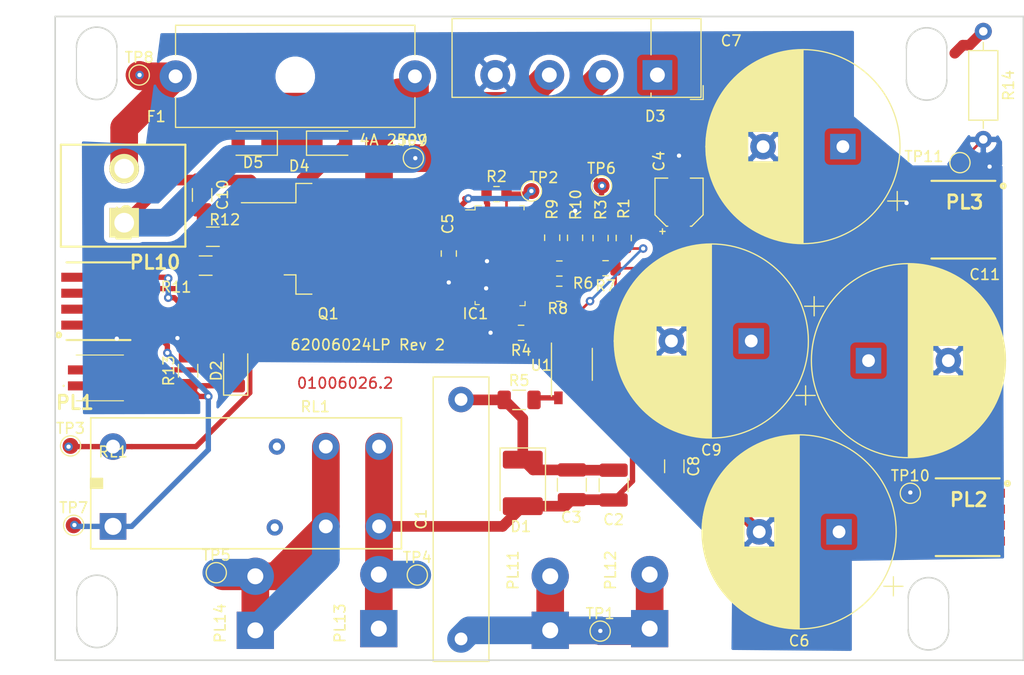
<source format=kicad_pcb>
(kicad_pcb (version 20171130) (host pcbnew "(5.1.2)-2")

  (general
    (thickness 1.6)
    (drawings 22)
    (tracks 312)
    (zones 0)
    (modules 55)
    (nets 31)
  )

  (page A4)
  (title_block
    (title "Smart Mac Lamp OnOff Feedback")
    (date 2019-09-01)
    (rev 2)
    (comment 1 1006026)
    (comment 2 62006024LP)
  )

  (layers
    (0 F.Cu signal)
    (31 B.Cu signal)
    (32 B.Adhes user)
    (33 F.Adhes user)
    (34 B.Paste user)
    (35 F.Paste user)
    (36 B.SilkS user)
    (37 F.SilkS user)
    (38 B.Mask user)
    (39 F.Mask user)
    (40 Dwgs.User user)
    (41 Cmts.User user)
    (42 Eco1.User user)
    (43 Eco2.User user)
    (44 Edge.Cuts user)
    (45 Margin user)
    (46 B.CrtYd user)
    (47 F.CrtYd user)
    (48 B.Fab user)
    (49 F.Fab user)
  )

  (setup
    (last_trace_width 1)
    (user_trace_width 0.5)
    (user_trace_width 1)
    (user_trace_width 2.6)
    (user_trace_width 5)
    (trace_clearance 0.2)
    (zone_clearance 0.508)
    (zone_45_only no)
    (trace_min 0.2)
    (via_size 0.8)
    (via_drill 0.4)
    (via_min_size 0.4)
    (via_min_drill 0.3)
    (uvia_size 0.3)
    (uvia_drill 0.1)
    (uvias_allowed no)
    (uvia_min_size 0.2)
    (uvia_min_drill 0.1)
    (edge_width 0.15)
    (segment_width 0.2)
    (pcb_text_width 0.3)
    (pcb_text_size 1.5 1.5)
    (mod_edge_width 0.15)
    (mod_text_size 1 1)
    (mod_text_width 0.15)
    (pad_size 4.3 4.3)
    (pad_drill 0)
    (pad_to_mask_clearance 0.051)
    (solder_mask_min_width 0.25)
    (aux_axis_origin 0 0)
    (visible_elements 7FFFFFFF)
    (pcbplotparams
      (layerselection 0x010fe_ffffffff)
      (usegerberextensions false)
      (usegerberattributes false)
      (usegerberadvancedattributes false)
      (creategerberjobfile false)
      (excludeedgelayer true)
      (linewidth 0.100000)
      (plotframeref false)
      (viasonmask false)
      (mode 1)
      (useauxorigin false)
      (hpglpennumber 1)
      (hpglpenspeed 20)
      (hpglpendiameter 15.000000)
      (psnegative false)
      (psa4output false)
      (plotreference true)
      (plotvalue true)
      (plotinvisibletext false)
      (padsonsilk false)
      (subtractmaskfromsilk false)
      (outputformat 1)
      (mirror false)
      (drillshape 0)
      (scaleselection 1)
      (outputdirectory "gerber/"))
  )

  (net 0 "")
  (net 1 "Net-(IC1-Pad1)")
  (net 2 "Net-(IC1-Pad2)")
  (net 3 +5V)
  (net 4 GNDD)
  (net 5 "Net-(IC1-Pad10)")
  (net 6 "Net-(IC1-Pad11)")
  (net 7 "Net-(IC1-Pad13)")
  (net 8 "Net-(IC1-Pad14)")
  (net 9 "Net-(C10-Pad2)")
  (net 10 "Net-(F1-Pad2)")
  (net 11 "Net-(D2-Pad1)")
  (net 12 "Net-(C2-Pad2)")
  (net 13 +24V)
  (net 14 "Net-(C1-Pad1)")
  (net 15 "Net-(PL14-Pad1)")
  (net 16 Earth)
  (net 17 "Net-(D4-Pad2)")
  (net 18 "Net-(C10-Pad1)")
  (net 19 "Net-(R5-Pad2)")
  (net 20 "Net-(C1-Pad2)")
  (net 21 "Net-(Q1-Pad3)")
  (net 22 "Net-(R6-Pad1)")
  (net 23 "Net-(C4-Pad1)")
  (net 24 "Net-(R4-Pad1)")
  (net 25 "Net-(R1-Pad2)")
  (net 26 "Net-(D3-Pad3)")
  (net 27 "Net-(C11-Pad1)")
  (net 28 "Net-(D4-Pad1)")
  (net 29 "Net-(RL1-Pad7)")
  (net 30 "Net-(RL1-Pad2)")

  (net_class Default "This is the default net class."
    (clearance 0.2)
    (trace_width 0.25)
    (via_dia 0.8)
    (via_drill 0.4)
    (uvia_dia 0.3)
    (uvia_drill 0.1)
    (add_net +24V)
    (add_net +5V)
    (add_net Earth)
    (add_net GNDD)
    (add_net "Net-(C1-Pad1)")
    (add_net "Net-(C1-Pad2)")
    (add_net "Net-(C10-Pad1)")
    (add_net "Net-(C10-Pad2)")
    (add_net "Net-(C11-Pad1)")
    (add_net "Net-(C2-Pad2)")
    (add_net "Net-(C4-Pad1)")
    (add_net "Net-(D2-Pad1)")
    (add_net "Net-(D3-Pad3)")
    (add_net "Net-(D4-Pad1)")
    (add_net "Net-(D4-Pad2)")
    (add_net "Net-(F1-Pad2)")
    (add_net "Net-(IC1-Pad1)")
    (add_net "Net-(IC1-Pad10)")
    (add_net "Net-(IC1-Pad11)")
    (add_net "Net-(IC1-Pad13)")
    (add_net "Net-(IC1-Pad14)")
    (add_net "Net-(IC1-Pad2)")
    (add_net "Net-(PL14-Pad1)")
    (add_net "Net-(Q1-Pad3)")
    (add_net "Net-(R1-Pad2)")
    (add_net "Net-(R4-Pad1)")
    (add_net "Net-(R5-Pad2)")
    (add_net "Net-(R6-Pad1)")
    (add_net "Net-(RL1-Pad2)")
    (add_net "Net-(RL1-Pad7)")
  )

  (net_class "AC IN" ""
    (clearance 0.2)
    (trace_width 3)
    (via_dia 0.8)
    (via_drill 0.4)
    (uvia_dia 0.3)
    (uvia_drill 0.1)
  )

  (net_class "AC neutral" ""
    (clearance 0.2)
    (trace_width 1)
    (via_dia 0.8)
    (via_drill 0.4)
    (uvia_dia 0.3)
    (uvia_drill 0.1)
  )

  (module "Relay Omron G2R:Relay OMRON G2R-1A-E" (layer F.Cu) (tedit 5D6C596B) (tstamp 5D64E7D5)
    (at 79.28864 102.3874)
    (path /5D4D01C6)
    (fp_text reference RL1 (at 0 0.5) (layer F.SilkS)
      (effects (font (size 1 1) (thickness 0.15)))
    )
    (fp_text value "G2R-1A-E-TV8-ASI 24VDC" (at 0 -0.5) (layer F.Fab)
      (effects (font (size 1 1) (thickness 0.15)))
    )
    (fp_poly (pts (xy -2.1 3) (xy -1 3) (xy -1 3.9) (xy -2.1 3.9)
      (xy -2.1 3.5)) (layer F.SilkS) (width 0.15))
    (fp_line (start -2.1 9.6) (end -2.1 -2.7) (layer F.SilkS) (width 0.15))
    (fp_line (start 27.1 9.6) (end -2.1 9.6) (layer F.SilkS) (width 0.15))
    (fp_line (start 27.1 -2.7) (end 27.1 9.6) (layer F.SilkS) (width 0.15))
    (fp_line (start -2.1 -2.7) (end 27.1 -2.7) (layer F.SilkS) (width 0.15))
    (fp_line (start -2.1 9.6) (end -2.1 -2.7) (layer F.CrtYd) (width 0.15))
    (fp_line (start 27.1 9.6) (end -2.1 9.6) (layer F.CrtYd) (width 0.15))
    (fp_line (start 27.1 -2.7) (end 27.1 9.6) (layer F.CrtYd) (width 0.15))
    (fp_line (start -2.1 -2.7) (end 27.1 -2.7) (layer F.CrtYd) (width 0.15))
    (fp_text user RL1 (at 19 -3.75) (layer F.SilkS)
      (effects (font (size 1 1) (thickness 0.15)))
    )
    (pad 7 thru_hole circle (at 15.4 0) (size 1.524 1.524) (drill 0.762) (layers *.Cu *.Mask)
      (net 29 "Net-(RL1-Pad7)"))
    (pad 2 thru_hole circle (at 15.2 7.6) (size 1.524 1.524) (drill 0.762) (layers *.Cu *.Mask)
      (net 30 "Net-(RL1-Pad2)"))
    (pad 8 thru_hole circle (at 0 0) (size 2.5 2.5) (drill 1.3) (layers *.Cu *.Mask)
      (net 13 +24V))
    (pad 6 thru_hole circle (at 20 0) (size 2.5 2.5) (drill 1.3) (layers *.Cu *.Mask)
      (net 15 "Net-(PL14-Pad1)"))
    (pad 5 thru_hole circle (at 25 0) (size 2.5 2.5) (drill 1.3) (layers *.Cu *.Mask)
      (net 12 "Net-(C2-Pad2)"))
    (pad 4 thru_hole circle (at 25 7.5) (size 2.5 2.5) (drill 1.3) (layers *.Cu *.Mask)
      (net 12 "Net-(C2-Pad2)"))
    (pad 3 thru_hole circle (at 20 7.5) (size 2.5 2.5) (drill 1.3) (layers *.Cu *.Mask)
      (net 15 "Net-(PL14-Pad1)"))
    (pad 1 thru_hole rect (at 0 7.5) (size 2.5 2.5) (drill 1.6) (layers *.Cu *.Mask)
      (net 11 "Net-(D2-Pad1)"))
  )

  (module "Relay Omron G2R:87437-0443" (layer F.Cu) (tedit 5D6C5624) (tstamp 5D652A17)
    (at 161.38398 81.06156)
    (descr 87437-0443)
    (tags Connector)
    (path /5D4CBDF8)
    (attr smd)
    (fp_text reference PL3 (at -2.072 -1.642) (layer F.SilkS)
      (effects (font (size 1.27 1.27) (thickness 0.254)))
    )
    (fp_text value Conn_01x04_Male (at -2.072 -1.642) (layer F.SilkS) hide
      (effects (font (size 1.27 1.27) (thickness 0.254)))
    )
    (fp_line (start -5.75 3.75) (end -5.75 -4) (layer F.CrtYd) (width 0.15))
    (fp_line (start 1.5 3.75) (end -5.75 3.75) (layer F.CrtYd) (width 0.15))
    (fp_line (start 1.5 -4) (end 1.5 3.75) (layer F.CrtYd) (width 0.15))
    (fp_line (start -5.75 -4) (end 1.5 -4) (layer F.CrtYd) (width 0.15))
    (fp_line (start -5.175 -3.65) (end 0.825 -3.65) (layer Dwgs.User) (width 0.2))
    (fp_line (start 0.825 -3.65) (end 0.825 3.65) (layer Dwgs.User) (width 0.2))
    (fp_line (start 0.825 3.65) (end -5.175 3.65) (layer Dwgs.User) (width 0.2))
    (fp_line (start -5.175 3.65) (end -5.175 -3.65) (layer Dwgs.User) (width 0.2))
    (fp_line (start -5.175 -3.65) (end 0.825 -3.65) (layer F.SilkS) (width 0.2))
    (fp_line (start -5.175 3.65) (end 0.825 3.65) (layer F.SilkS) (width 0.2))
    (fp_circle (center 1.567 -3.171) (end 1.496 -3.171) (layer F.SilkS) (width 0.254))
    (pad 1 smd rect (at 0 -2.25 90) (size 0.85 2.65) (layers F.Cu F.Paste F.Mask)
      (net 4 GNDD))
    (pad 2 smd rect (at 0 -0.75 90) (size 0.85 2.65) (layers F.Cu F.Paste F.Mask)
      (net 4 GNDD))
    (pad 3 smd rect (at 0 0.75 90) (size 0.85 2.65) (layers F.Cu F.Paste F.Mask)
      (net 27 "Net-(C11-Pad1)"))
    (pad 4 smd rect (at 0 2.25 90) (size 0.85 2.65) (layers F.Cu F.Paste F.Mask)
      (net 27 "Net-(C11-Pad1)"))
    (pad 5 smd rect (at -3.9 -2.25 90) (size 0.85 3.55) (layers F.Cu F.Paste F.Mask)
      (net 4 GNDD))
    (pad 6 smd rect (at -3.9 -0.75 90) (size 0.85 3.55) (layers F.Cu F.Paste F.Mask)
      (net 4 GNDD))
    (pad 7 smd rect (at -3.9 0.75 90) (size 0.85 3.55) (layers F.Cu F.Paste F.Mask)
      (net 27 "Net-(C11-Pad1)"))
    (pad 8 smd rect (at -3.9 2.25 90) (size 0.85 3.55) (layers F.Cu F.Paste F.Mask)
      (net 27 "Net-(C11-Pad1)"))
  )

  (module "Relay Omron G2R:87437-0443" (layer F.Cu) (tedit 5D6C5624) (tstamp 5D652A2F)
    (at 161.78276 109.02188)
    (descr 87437-0443)
    (tags Connector)
    (path /5D4CBED0)
    (attr smd)
    (fp_text reference PL2 (at -2.072 -1.642) (layer F.SilkS)
      (effects (font (size 1.27 1.27) (thickness 0.254)))
    )
    (fp_text value Conn_01x04_Male (at -2.072 -1.642) (layer F.SilkS) hide
      (effects (font (size 1.27 1.27) (thickness 0.254)))
    )
    (fp_circle (center 1.567 -3.171) (end 1.496 -3.171) (layer F.SilkS) (width 0.254))
    (fp_line (start -5.175 3.65) (end 0.825 3.65) (layer F.SilkS) (width 0.2))
    (fp_line (start -5.175 -3.65) (end 0.825 -3.65) (layer F.SilkS) (width 0.2))
    (fp_line (start -5.175 3.65) (end -5.175 -3.65) (layer Dwgs.User) (width 0.2))
    (fp_line (start 0.825 3.65) (end -5.175 3.65) (layer Dwgs.User) (width 0.2))
    (fp_line (start 0.825 -3.65) (end 0.825 3.65) (layer Dwgs.User) (width 0.2))
    (fp_line (start -5.175 -3.65) (end 0.825 -3.65) (layer Dwgs.User) (width 0.2))
    (fp_line (start -5.75 -4) (end 1.5 -4) (layer F.CrtYd) (width 0.15))
    (fp_line (start 1.5 -4) (end 1.5 3.75) (layer F.CrtYd) (width 0.15))
    (fp_line (start 1.5 3.75) (end -5.75 3.75) (layer F.CrtYd) (width 0.15))
    (fp_line (start -5.75 3.75) (end -5.75 -4) (layer F.CrtYd) (width 0.15))
    (pad 8 smd rect (at -3.9 2.25 90) (size 0.85 3.55) (layers F.Cu F.Paste F.Mask)
      (net 27 "Net-(C11-Pad1)"))
    (pad 7 smd rect (at -3.9 0.75 90) (size 0.85 3.55) (layers F.Cu F.Paste F.Mask)
      (net 27 "Net-(C11-Pad1)"))
    (pad 6 smd rect (at -3.9 -0.75 90) (size 0.85 3.55) (layers F.Cu F.Paste F.Mask)
      (net 4 GNDD))
    (pad 5 smd rect (at -3.9 -2.25 90) (size 0.85 3.55) (layers F.Cu F.Paste F.Mask)
      (net 4 GNDD))
    (pad 4 smd rect (at 0 2.25 90) (size 0.85 2.65) (layers F.Cu F.Paste F.Mask)
      (net 27 "Net-(C11-Pad1)"))
    (pad 3 smd rect (at 0 0.75 90) (size 0.85 2.65) (layers F.Cu F.Paste F.Mask)
      (net 27 "Net-(C11-Pad1)"))
    (pad 2 smd rect (at 0 -0.75 90) (size 0.85 2.65) (layers F.Cu F.Paste F.Mask)
      (net 4 GNDD))
    (pad 1 smd rect (at 0 -2.25 90) (size 0.85 2.65) (layers F.Cu F.Paste F.Mask)
      (net 4 GNDD))
  )

  (module "Relay Omron G2R:SHDR2W165P0X508_1X2_908X1140X1425P" (layer F.Cu) (tedit 5D6C5596) (tstamp 5D644670)
    (at 80.33512 81.34604 90)
    (descr 10-32-1021)
    (tags Connector)
    (path /5D4CBC6B)
    (fp_text reference PL6 (at 0 0 90) (layer F.SilkS)
      (effects (font (size 1.27 1.27) (thickness 0.254)))
    )
    (fp_text value Conn_01x02_Male (at 0 0 90) (layer F.SilkS) hide
      (effects (font (size 1.27 1.27) (thickness 0.254)))
    )
    (fp_line (start -2.5 6) (end -2.5 -6.2) (layer Dwgs.User) (width 0.05))
    (fp_line (start -2.5 -6.2) (end 7.58 -6.2) (layer Dwgs.User) (width 0.05))
    (fp_line (start 7.58 -6.2) (end 7.58 6) (layer Dwgs.User) (width 0.05))
    (fp_line (start 7.58 6) (end -2.5 6) (layer Dwgs.User) (width 0.05))
    (fp_line (start -2.25 5.75) (end 7.33 5.75) (layer F.SilkS) (width 0.2))
    (fp_line (start 7.33 5.75) (end 7.33 -5.95) (layer F.SilkS) (width 0.2))
    (fp_line (start 7.33 -5.95) (end -2.25 -5.95) (layer F.SilkS) (width 0.2))
    (fp_line (start -2.25 -5.95) (end -2.25 5.75) (layer F.SilkS) (width 0.2))
    (fp_line (start 7.5 -6) (end 7.5 6) (layer F.CrtYd) (width 0.15))
    (fp_line (start 7.5 6) (end -2.5 6) (layer F.CrtYd) (width 0.15))
    (fp_line (start -2.5 6) (end -2.5 -6) (layer F.CrtYd) (width 0.15))
    (fp_line (start -2.5 -6) (end 7.5 -6) (layer F.CrtYd) (width 0.15))
    (pad 1 thru_hole rect (at 0 0 180) (size 2.775 2.775) (drill 1.85) (layers *.Cu *.Mask F.SilkS)
      (net 9 "Net-(C10-Pad2)"))
    (pad 2 thru_hole circle (at 5.08 0 180) (size 2.775 2.775) (drill 1.85) (layers *.Cu *.Mask F.SilkS)
      (net 10 "Net-(F1-Pad2)"))
  )

  (module "Relay Omron G2R:87437-0443" (layer F.Cu) (tedit 5D6C548E) (tstamp 5D644696)
    (at 75.74534 88.7222 180)
    (descr 87437-0443)
    (tags Connector)
    (path /5D4CBB04)
    (attr smd)
    (fp_text reference PL10 (at -7.48792 3.65252 180) (layer F.SilkS)
      (effects (font (size 1.27 1.27) (thickness 0.254)))
    )
    (fp_text value Conn_01x04_Male (at -2.072 -1.642 180) (layer F.SilkS) hide
      (effects (font (size 1.27 1.27) (thickness 0.254)))
    )
    (fp_line (start -5.175 -3.65) (end 0.825 -3.65) (layer Dwgs.User) (width 0.2))
    (fp_line (start 0.825 -3.65) (end 0.825 3.65) (layer Dwgs.User) (width 0.2))
    (fp_line (start 0.825 3.65) (end -5.175 3.65) (layer Dwgs.User) (width 0.2))
    (fp_line (start -5.175 3.65) (end -5.175 -3.65) (layer Dwgs.User) (width 0.2))
    (fp_line (start -5.175 -3.65) (end 0.825 -3.65) (layer F.SilkS) (width 0.2))
    (fp_line (start -5.175 3.65) (end 0.825 3.65) (layer F.SilkS) (width 0.2))
    (fp_circle (center 1.567 -3.171) (end 1.496 -3.171) (layer F.SilkS) (width 0.254))
    (fp_line (start 1.5 -3.75) (end 1.5 3.75) (layer F.CrtYd) (width 0.15))
    (fp_line (start 1.5 3.75) (end -5.75 3.75) (layer F.CrtYd) (width 0.15))
    (fp_line (start -5.75 3.75) (end -5.75 -3.75) (layer F.CrtYd) (width 0.15))
    (fp_line (start -5.75 -3.75) (end 1.5 -3.75) (layer F.CrtYd) (width 0.15))
    (pad 1 smd rect (at 0 -2.25 270) (size 0.85 2.65) (layers F.Cu F.Paste F.Mask)
      (net 4 GNDD))
    (pad 2 smd rect (at 0 -0.75 270) (size 0.85 2.65) (layers F.Cu F.Paste F.Mask)
      (net 11 "Net-(D2-Pad1)"))
    (pad 3 smd rect (at 0 0.75 270) (size 0.85 2.65) (layers F.Cu F.Paste F.Mask)
      (net 7 "Net-(IC1-Pad13)"))
    (pad 4 smd rect (at 0 2.25 270) (size 0.85 2.65) (layers F.Cu F.Paste F.Mask)
      (net 3 +5V))
    (pad 5 smd rect (at -3.9 -2.25 270) (size 0.85 3.55) (layers F.Cu F.Paste F.Mask)
      (net 4 GNDD))
    (pad 6 smd rect (at -3.9 -0.75 270) (size 0.85 3.55) (layers F.Cu F.Paste F.Mask)
      (net 11 "Net-(D2-Pad1)"))
    (pad 7 smd rect (at -3.9 0.75 270) (size 0.85 3.55) (layers F.Cu F.Paste F.Mask)
      (net 7 "Net-(IC1-Pad13)"))
    (pad 8 smd rect (at -3.9 2.25 270) (size 0.85 3.55) (layers F.Cu F.Paste F.Mask)
      (net 3 +5V))
  )

  (module "Relay Omron G2R:874370273" (layer F.Cu) (tedit 5D6C5417) (tstamp 5D643FFC)
    (at 78.04658 95.93072 180)
    (descr 87437-0273)
    (tags Connector)
    (path /5D4CBBE9)
    (attr smd)
    (fp_text reference PL1 (at 2.34188 -2.32156 180) (layer F.SilkS)
      (effects (font (size 1.27 1.27) (thickness 0.254)))
    )
    (fp_text value Conn_01x02_Male (at -0.5 0 180) (layer F.SilkS) hide
      (effects (font (size 1.27 1.27) (thickness 0.254)))
    )
    (fp_line (start -2.225 -2.15) (end 2.225 -2.15) (layer Dwgs.User) (width 0.2))
    (fp_line (start 2.225 -2.15) (end 2.225 2.15) (layer Dwgs.User) (width 0.2))
    (fp_line (start 2.225 2.15) (end -2.225 2.15) (layer Dwgs.User) (width 0.2))
    (fp_line (start -2.225 2.15) (end -2.225 -2.15) (layer Dwgs.User) (width 0.2))
    (fp_line (start -2.225 -2.15) (end 2.225 -2.15) (layer F.SilkS) (width 0.1))
    (fp_line (start -2.225 2.15) (end 2.225 2.15) (layer F.SilkS) (width 0.1))
    (fp_line (start 3.4 -0.8) (end 3.4 -0.8) (layer F.SilkS) (width 0.1))
    (fp_line (start 3.4 -0.7) (end 3.4 -0.7) (layer F.SilkS) (width 0.1))
    (fp_arc (start 3.4 -0.75) (end 3.4 -0.8) (angle -180) (layer F.SilkS) (width 0.1))
    (fp_arc (start 3.4 -0.75) (end 3.4 -0.7) (angle -180) (layer F.SilkS) (width 0.1))
    (fp_line (start -4 -2.25) (end 3.25 -2.25) (layer F.CrtYd) (width 0.15))
    (fp_line (start 3.25 -2.25) (end 3.25 2.25) (layer F.CrtYd) (width 0.15))
    (fp_line (start 3.25 2.25) (end -4 2.25) (layer F.CrtYd) (width 0.15))
    (fp_line (start -4 2.25) (end -4 -2.25) (layer F.CrtYd) (width 0.15))
    (pad 1 smd rect (at 1.675 -0.75 270) (size 0.85 2.65) (layers F.Cu F.Paste F.Mask)
      (net 11 "Net-(D2-Pad1)"))
    (pad A1 smd rect (at -2.225 -0.75 270) (size 0.85 3.55) (layers F.Cu F.Paste F.Mask)
      (net 11 "Net-(D2-Pad1)"))
    (pad 2 smd rect (at 1.675 0.75 270) (size 0.85 2.65) (layers F.Cu F.Paste F.Mask)
      (net 13 +24V))
    (pad A2 smd rect (at -2.225 0.75 270) (size 0.85 3.55) (layers F.Cu F.Paste F.Mask)
      (net 13 +24V))
  )

  (module Capacitor_SMD:CP_Elec_4x4.5 (layer F.Cu) (tedit 5BCA39CF) (tstamp 5D64465E)
    (at 132.48386 79.41396 90)
    (descr "SMD capacitor, aluminum electrolytic, Nichicon, 4.0x4.5mm")
    (tags "capacitor electrolytic")
    (path /5D4CDCF6)
    (attr smd)
    (fp_text reference C4 (at 3.85318 -1.88722 90) (layer F.SilkS)
      (effects (font (size 1 1) (thickness 0.15)))
    )
    (fp_text value "10uF 16V" (at 0 3.2 90) (layer F.Fab)
      (effects (font (size 1 1) (thickness 0.15)))
    )
    (fp_circle (center 0 0) (end 2 0) (layer F.Fab) (width 0.1))
    (fp_line (start 2.15 -2.15) (end 2.15 2.15) (layer F.Fab) (width 0.1))
    (fp_line (start -1.15 -2.15) (end 2.15 -2.15) (layer F.Fab) (width 0.1))
    (fp_line (start -1.15 2.15) (end 2.15 2.15) (layer F.Fab) (width 0.1))
    (fp_line (start -2.15 -1.15) (end -2.15 1.15) (layer F.Fab) (width 0.1))
    (fp_line (start -2.15 -1.15) (end -1.15 -2.15) (layer F.Fab) (width 0.1))
    (fp_line (start -2.15 1.15) (end -1.15 2.15) (layer F.Fab) (width 0.1))
    (fp_line (start -1.574773 -1) (end -1.174773 -1) (layer F.Fab) (width 0.1))
    (fp_line (start -1.374773 -1.2) (end -1.374773 -0.8) (layer F.Fab) (width 0.1))
    (fp_line (start 2.26 2.26) (end 2.26 1.06) (layer F.SilkS) (width 0.12))
    (fp_line (start 2.26 -2.26) (end 2.26 -1.06) (layer F.SilkS) (width 0.12))
    (fp_line (start -1.195563 -2.26) (end 2.26 -2.26) (layer F.SilkS) (width 0.12))
    (fp_line (start -1.195563 2.26) (end 2.26 2.26) (layer F.SilkS) (width 0.12))
    (fp_line (start -2.26 1.195563) (end -2.26 1.06) (layer F.SilkS) (width 0.12))
    (fp_line (start -2.26 -1.195563) (end -2.26 -1.06) (layer F.SilkS) (width 0.12))
    (fp_line (start -2.26 -1.195563) (end -1.195563 -2.26) (layer F.SilkS) (width 0.12))
    (fp_line (start -2.26 1.195563) (end -1.195563 2.26) (layer F.SilkS) (width 0.12))
    (fp_line (start -3 -1.56) (end -2.5 -1.56) (layer F.SilkS) (width 0.12))
    (fp_line (start -2.75 -1.81) (end -2.75 -1.31) (layer F.SilkS) (width 0.12))
    (fp_line (start 2.4 -2.4) (end 2.4 -1.05) (layer F.CrtYd) (width 0.05))
    (fp_line (start 2.4 -1.05) (end 3.35 -1.05) (layer F.CrtYd) (width 0.05))
    (fp_line (start 3.35 -1.05) (end 3.35 1.05) (layer F.CrtYd) (width 0.05))
    (fp_line (start 3.35 1.05) (end 2.4 1.05) (layer F.CrtYd) (width 0.05))
    (fp_line (start 2.4 1.05) (end 2.4 2.4) (layer F.CrtYd) (width 0.05))
    (fp_line (start -1.25 2.4) (end 2.4 2.4) (layer F.CrtYd) (width 0.05))
    (fp_line (start -1.25 -2.4) (end 2.4 -2.4) (layer F.CrtYd) (width 0.05))
    (fp_line (start -2.4 1.25) (end -1.25 2.4) (layer F.CrtYd) (width 0.05))
    (fp_line (start -2.4 -1.25) (end -1.25 -2.4) (layer F.CrtYd) (width 0.05))
    (fp_line (start -2.4 -1.25) (end -2.4 -1.05) (layer F.CrtYd) (width 0.05))
    (fp_line (start -2.4 1.05) (end -2.4 1.25) (layer F.CrtYd) (width 0.05))
    (fp_line (start -2.4 -1.05) (end -3.35 -1.05) (layer F.CrtYd) (width 0.05))
    (fp_line (start -3.35 -1.05) (end -3.35 1.05) (layer F.CrtYd) (width 0.05))
    (fp_line (start -3.35 1.05) (end -2.4 1.05) (layer F.CrtYd) (width 0.05))
    (fp_text user %R (at 0 0 90) (layer F.Fab)
      (effects (font (size 0.8 0.8) (thickness 0.12)))
    )
    (pad 1 smd roundrect (at -1.8 0 90) (size 2.6 1.6) (layers F.Cu F.Paste F.Mask) (roundrect_rratio 0.15625)
      (net 23 "Net-(C4-Pad1)"))
    (pad 2 smd roundrect (at 1.8 0 90) (size 2.6 1.6) (layers F.Cu F.Paste F.Mask) (roundrect_rratio 0.15625)
      (net 4 GNDD))
    (model ${KISYS3DMOD}/Capacitor_SMD.3dshapes/CP_Elec_4x4.5.wrl
      (at (xyz 0 0 0))
      (scale (xyz 1 1 1))
      (rotate (xyz 0 0 0))
    )
  )

  (module Capacitor_SMD:C_0805_2012Metric (layer F.Cu) (tedit 5B36C52B) (tstamp 5D644636)
    (at 110.8456 84.24394 270)
    (descr "Capacitor SMD 0805 (2012 Metric), square (rectangular) end terminal, IPC_7351 nominal, (Body size source: https://docs.google.com/spreadsheets/d/1BsfQQcO9C6DZCsRaXUlFlo91Tg2WpOkGARC1WS5S8t0/edit?usp=sharing), generated with kicad-footprint-generator")
    (tags capacitor)
    (path /5D4D080E)
    (attr smd)
    (fp_text reference C5 (at -2.79376 0.09652 90) (layer F.SilkS)
      (effects (font (size 1 1) (thickness 0.15)))
    )
    (fp_text value 100n (at 0 1.65 270) (layer F.Fab)
      (effects (font (size 1 1) (thickness 0.15)))
    )
    (fp_line (start -1 0.6) (end -1 -0.6) (layer F.Fab) (width 0.1))
    (fp_line (start -1 -0.6) (end 1 -0.6) (layer F.Fab) (width 0.1))
    (fp_line (start 1 -0.6) (end 1 0.6) (layer F.Fab) (width 0.1))
    (fp_line (start 1 0.6) (end -1 0.6) (layer F.Fab) (width 0.1))
    (fp_line (start -0.258578 -0.71) (end 0.258578 -0.71) (layer F.SilkS) (width 0.12))
    (fp_line (start -0.258578 0.71) (end 0.258578 0.71) (layer F.SilkS) (width 0.12))
    (fp_line (start -1.68 0.95) (end -1.68 -0.95) (layer F.CrtYd) (width 0.05))
    (fp_line (start -1.68 -0.95) (end 1.68 -0.95) (layer F.CrtYd) (width 0.05))
    (fp_line (start 1.68 -0.95) (end 1.68 0.95) (layer F.CrtYd) (width 0.05))
    (fp_line (start 1.68 0.95) (end -1.68 0.95) (layer F.CrtYd) (width 0.05))
    (fp_text user %R (at 0 0 270) (layer F.Fab)
      (effects (font (size 0.5 0.5) (thickness 0.08)))
    )
    (pad 1 smd roundrect (at -0.9375 0 270) (size 0.975 1.4) (layers F.Cu F.Paste F.Mask) (roundrect_rratio 0.25)
      (net 3 +5V))
    (pad 2 smd roundrect (at 0.9375 0 270) (size 0.975 1.4) (layers F.Cu F.Paste F.Mask) (roundrect_rratio 0.25)
      (net 4 GNDD))
    (model ${KISYS3DMOD}/Capacitor_SMD.3dshapes/C_0805_2012Metric.wrl
      (at (xyz 0 0 0))
      (scale (xyz 1 1 1))
      (rotate (xyz 0 0 0))
    )
  )

  (module Capacitor_SMD:C_1206_3216Metric (layer F.Cu) (tedit 5B301BBE) (tstamp 5D644625)
    (at 132.03682 104.23652 270)
    (descr "Capacitor SMD 1206 (3216 Metric), square (rectangular) end terminal, IPC_7351 nominal, (Body size source: http://www.tortai-tech.com/upload/download/2011102023233369053.pdf), generated with kicad-footprint-generator")
    (tags capacitor)
    (path /5D4D0BD3)
    (attr smd)
    (fp_text reference C8 (at 0 -1.82 270) (layer F.SilkS)
      (effects (font (size 1 1) (thickness 0.15)))
    )
    (fp_text value 100n (at 0 1.82 270) (layer F.Fab)
      (effects (font (size 1 1) (thickness 0.15)))
    )
    (fp_text user %R (at 0 0 270) (layer F.Fab)
      (effects (font (size 0.8 0.8) (thickness 0.12)))
    )
    (fp_line (start 2.28 1.12) (end -2.28 1.12) (layer F.CrtYd) (width 0.05))
    (fp_line (start 2.28 -1.12) (end 2.28 1.12) (layer F.CrtYd) (width 0.05))
    (fp_line (start -2.28 -1.12) (end 2.28 -1.12) (layer F.CrtYd) (width 0.05))
    (fp_line (start -2.28 1.12) (end -2.28 -1.12) (layer F.CrtYd) (width 0.05))
    (fp_line (start -0.602064 0.91) (end 0.602064 0.91) (layer F.SilkS) (width 0.12))
    (fp_line (start -0.602064 -0.91) (end 0.602064 -0.91) (layer F.SilkS) (width 0.12))
    (fp_line (start 1.6 0.8) (end -1.6 0.8) (layer F.Fab) (width 0.1))
    (fp_line (start 1.6 -0.8) (end 1.6 0.8) (layer F.Fab) (width 0.1))
    (fp_line (start -1.6 -0.8) (end 1.6 -0.8) (layer F.Fab) (width 0.1))
    (fp_line (start -1.6 0.8) (end -1.6 -0.8) (layer F.Fab) (width 0.1))
    (pad 2 smd roundrect (at 1.4 0 270) (size 1.25 1.75) (layers F.Cu F.Paste F.Mask) (roundrect_rratio 0.2)
      (net 4 GNDD))
    (pad 1 smd roundrect (at -1.4 0 270) (size 1.25 1.75) (layers F.Cu F.Paste F.Mask) (roundrect_rratio 0.2)
      (net 27 "Net-(C11-Pad1)"))
    (model ${KISYS3DMOD}/Capacitor_SMD.3dshapes/C_1206_3216Metric.wrl
      (at (xyz 0 0 0))
      (scale (xyz 1 1 1))
      (rotate (xyz 0 0 0))
    )
  )

  (module Capacitor_SMD:C_1206_3216Metric (layer F.Cu) (tedit 5B301BBE) (tstamp 5D644614)
    (at 87.65794 78.73792 90)
    (descr "Capacitor SMD 1206 (3216 Metric), square (rectangular) end terminal, IPC_7351 nominal, (Body size source: http://www.tortai-tech.com/upload/download/2011102023233369053.pdf), generated with kicad-footprint-generator")
    (tags capacitor)
    (path /5D4D071E)
    (attr smd)
    (fp_text reference C10 (at 0.0157 1.9177 90) (layer F.SilkS)
      (effects (font (size 1 1) (thickness 0.15)))
    )
    (fp_text value 470n (at 0 1.82 90) (layer F.Fab)
      (effects (font (size 1 1) (thickness 0.15)))
    )
    (fp_line (start -1.6 0.8) (end -1.6 -0.8) (layer F.Fab) (width 0.1))
    (fp_line (start -1.6 -0.8) (end 1.6 -0.8) (layer F.Fab) (width 0.1))
    (fp_line (start 1.6 -0.8) (end 1.6 0.8) (layer F.Fab) (width 0.1))
    (fp_line (start 1.6 0.8) (end -1.6 0.8) (layer F.Fab) (width 0.1))
    (fp_line (start -0.602064 -0.91) (end 0.602064 -0.91) (layer F.SilkS) (width 0.12))
    (fp_line (start -0.602064 0.91) (end 0.602064 0.91) (layer F.SilkS) (width 0.12))
    (fp_line (start -2.28 1.12) (end -2.28 -1.12) (layer F.CrtYd) (width 0.05))
    (fp_line (start -2.28 -1.12) (end 2.28 -1.12) (layer F.CrtYd) (width 0.05))
    (fp_line (start 2.28 -1.12) (end 2.28 1.12) (layer F.CrtYd) (width 0.05))
    (fp_line (start 2.28 1.12) (end -2.28 1.12) (layer F.CrtYd) (width 0.05))
    (fp_text user %R (at 0 0 90) (layer F.Fab)
      (effects (font (size 0.8 0.8) (thickness 0.12)))
    )
    (pad 1 smd roundrect (at -1.4 0 90) (size 1.25 1.75) (layers F.Cu F.Paste F.Mask) (roundrect_rratio 0.2)
      (net 18 "Net-(C10-Pad1)"))
    (pad 2 smd roundrect (at 1.4 0 90) (size 1.25 1.75) (layers F.Cu F.Paste F.Mask) (roundrect_rratio 0.2)
      (net 9 "Net-(C10-Pad2)"))
    (model ${KISYS3DMOD}/Capacitor_SMD.3dshapes/C_1206_3216Metric.wrl
      (at (xyz 0 0 0))
      (scale (xyz 1 1 1))
      (rotate (xyz 0 0 0))
    )
  )

  (module Capacitor_SMD:C_1210_3225Metric (layer F.Cu) (tedit 5B301BBE) (tstamp 5D644603)
    (at 126.33452 106.0039 270)
    (descr "Capacitor SMD 1210 (3225 Metric), square (rectangular) end terminal, IPC_7351 nominal, (Body size source: http://www.tortai-tech.com/upload/download/2011102023233369053.pdf), generated with kicad-footprint-generator")
    (tags capacitor)
    (path /5D4CDDC7)
    (attr smd)
    (fp_text reference C2 (at 3.24912 0) (layer F.SilkS)
      (effects (font (size 1 1) (thickness 0.15)))
    )
    (fp_text value 1uF (at 0 2.28 270) (layer F.Fab)
      (effects (font (size 1 1) (thickness 0.15)))
    )
    (fp_text user %R (at 0 0 270) (layer F.Fab)
      (effects (font (size 0.8 0.8) (thickness 0.12)))
    )
    (fp_line (start 2.28 1.58) (end -2.28 1.58) (layer F.CrtYd) (width 0.05))
    (fp_line (start 2.28 -1.58) (end 2.28 1.58) (layer F.CrtYd) (width 0.05))
    (fp_line (start -2.28 -1.58) (end 2.28 -1.58) (layer F.CrtYd) (width 0.05))
    (fp_line (start -2.28 1.58) (end -2.28 -1.58) (layer F.CrtYd) (width 0.05))
    (fp_line (start -0.602064 1.36) (end 0.602064 1.36) (layer F.SilkS) (width 0.12))
    (fp_line (start -0.602064 -1.36) (end 0.602064 -1.36) (layer F.SilkS) (width 0.12))
    (fp_line (start 1.6 1.25) (end -1.6 1.25) (layer F.Fab) (width 0.1))
    (fp_line (start 1.6 -1.25) (end 1.6 1.25) (layer F.Fab) (width 0.1))
    (fp_line (start -1.6 -1.25) (end 1.6 -1.25) (layer F.Fab) (width 0.1))
    (fp_line (start -1.6 1.25) (end -1.6 -1.25) (layer F.Fab) (width 0.1))
    (pad 2 smd roundrect (at 1.4 0 270) (size 1.25 2.65) (layers F.Cu F.Paste F.Mask) (roundrect_rratio 0.2)
      (net 12 "Net-(C2-Pad2)"))
    (pad 1 smd roundrect (at -1.4 0 270) (size 1.25 2.65) (layers F.Cu F.Paste F.Mask) (roundrect_rratio 0.2)
      (net 20 "Net-(C1-Pad2)"))
    (model ${KISYS3DMOD}/Capacitor_SMD.3dshapes/C_1210_3225Metric.wrl
      (at (xyz 0 0 0))
      (scale (xyz 1 1 1))
      (rotate (xyz 0 0 0))
    )
  )

  (module Capacitor_SMD:C_1210_3225Metric (layer F.Cu) (tedit 5B301BBE) (tstamp 5D6445F2)
    (at 122.41022 105.9785 270)
    (descr "Capacitor SMD 1210 (3225 Metric), square (rectangular) end terminal, IPC_7351 nominal, (Body size source: http://www.tortai-tech.com/upload/download/2011102023233369053.pdf), generated with kicad-footprint-generator")
    (tags capacitor)
    (path /5D4CDEF0)
    (attr smd)
    (fp_text reference C3 (at 3.051 0.0508) (layer F.SilkS)
      (effects (font (size 1 1) (thickness 0.15)))
    )
    (fp_text value 1uF (at 0 2.28 270) (layer F.Fab)
      (effects (font (size 1 1) (thickness 0.15)))
    )
    (fp_line (start -1.6 1.25) (end -1.6 -1.25) (layer F.Fab) (width 0.1))
    (fp_line (start -1.6 -1.25) (end 1.6 -1.25) (layer F.Fab) (width 0.1))
    (fp_line (start 1.6 -1.25) (end 1.6 1.25) (layer F.Fab) (width 0.1))
    (fp_line (start 1.6 1.25) (end -1.6 1.25) (layer F.Fab) (width 0.1))
    (fp_line (start -0.602064 -1.36) (end 0.602064 -1.36) (layer F.SilkS) (width 0.12))
    (fp_line (start -0.602064 1.36) (end 0.602064 1.36) (layer F.SilkS) (width 0.12))
    (fp_line (start -2.28 1.58) (end -2.28 -1.58) (layer F.CrtYd) (width 0.05))
    (fp_line (start -2.28 -1.58) (end 2.28 -1.58) (layer F.CrtYd) (width 0.05))
    (fp_line (start 2.28 -1.58) (end 2.28 1.58) (layer F.CrtYd) (width 0.05))
    (fp_line (start 2.28 1.58) (end -2.28 1.58) (layer F.CrtYd) (width 0.05))
    (fp_text user %R (at 0.20112 0) (layer F.Fab)
      (effects (font (size 0.8 0.8) (thickness 0.12)))
    )
    (pad 1 smd roundrect (at -1.4 0 270) (size 1.25 2.65) (layers F.Cu F.Paste F.Mask) (roundrect_rratio 0.2)
      (net 20 "Net-(C1-Pad2)"))
    (pad 2 smd roundrect (at 1.4 0 270) (size 1.25 2.65) (layers F.Cu F.Paste F.Mask) (roundrect_rratio 0.2)
      (net 12 "Net-(C2-Pad2)"))
    (model ${KISYS3DMOD}/Capacitor_SMD.3dshapes/C_1210_3225Metric.wrl
      (at (xyz 0 0 0))
      (scale (xyz 1 1 1))
      (rotate (xyz 0 0 0))
    )
  )

  (module Capacitor_THT:CP_Radial_D18.0mm_P7.50mm (layer F.Cu) (tedit 5AE50EF1) (tstamp 5D6445E1)
    (at 150.2918 94.3102)
    (descr "CP, Radial series, Radial, pin pitch=7.50mm, , diameter=18mm, Electrolytic Capacitor")
    (tags "CP Radial series Radial pin pitch 7.50mm  diameter 18mm Electrolytic Capacitor")
    (path /5D4D0E1B)
    (fp_text reference C11 (at 10.92454 -8.09244) (layer F.SilkS)
      (effects (font (size 1 1) (thickness 0.15)))
    )
    (fp_text value 2200u (at 3.75 10.25) (layer F.Fab)
      (effects (font (size 1 1) (thickness 0.15)))
    )
    (fp_text user %R (at 3.75 0) (layer F.Fab)
      (effects (font (size 1 1) (thickness 0.15)))
    )
    (fp_line (start -5.10944 -6.015) (end -5.10944 -4.215) (layer F.SilkS) (width 0.12))
    (fp_line (start -6.00944 -5.115) (end -4.20944 -5.115) (layer F.SilkS) (width 0.12))
    (fp_line (start 12.87 -0.04) (end 12.87 0.04) (layer F.SilkS) (width 0.12))
    (fp_line (start 12.83 -0.814) (end 12.83 0.814) (layer F.SilkS) (width 0.12))
    (fp_line (start 12.79 -1.166) (end 12.79 1.166) (layer F.SilkS) (width 0.12))
    (fp_line (start 12.75 -1.435) (end 12.75 1.435) (layer F.SilkS) (width 0.12))
    (fp_line (start 12.71 -1.661) (end 12.71 1.661) (layer F.SilkS) (width 0.12))
    (fp_line (start 12.67 -1.86) (end 12.67 1.86) (layer F.SilkS) (width 0.12))
    (fp_line (start 12.63 -2.039) (end 12.63 2.039) (layer F.SilkS) (width 0.12))
    (fp_line (start 12.59 -2.203) (end 12.59 2.203) (layer F.SilkS) (width 0.12))
    (fp_line (start 12.55 -2.355) (end 12.55 2.355) (layer F.SilkS) (width 0.12))
    (fp_line (start 12.51 -2.498) (end 12.51 2.498) (layer F.SilkS) (width 0.12))
    (fp_line (start 12.47 -2.632) (end 12.47 2.632) (layer F.SilkS) (width 0.12))
    (fp_line (start 12.43 -2.759) (end 12.43 2.759) (layer F.SilkS) (width 0.12))
    (fp_line (start 12.39 -2.88) (end 12.39 2.88) (layer F.SilkS) (width 0.12))
    (fp_line (start 12.35 -2.996) (end 12.35 2.996) (layer F.SilkS) (width 0.12))
    (fp_line (start 12.31 -3.107) (end 12.31 3.107) (layer F.SilkS) (width 0.12))
    (fp_line (start 12.27 -3.214) (end 12.27 3.214) (layer F.SilkS) (width 0.12))
    (fp_line (start 12.23 -3.317) (end 12.23 3.317) (layer F.SilkS) (width 0.12))
    (fp_line (start 12.19 -3.416) (end 12.19 3.416) (layer F.SilkS) (width 0.12))
    (fp_line (start 12.15 -3.512) (end 12.15 3.512) (layer F.SilkS) (width 0.12))
    (fp_line (start 12.11 -3.605) (end 12.11 3.605) (layer F.SilkS) (width 0.12))
    (fp_line (start 12.07 -3.696) (end 12.07 3.696) (layer F.SilkS) (width 0.12))
    (fp_line (start 12.03 -3.784) (end 12.03 3.784) (layer F.SilkS) (width 0.12))
    (fp_line (start 11.99 -3.869) (end 11.99 3.869) (layer F.SilkS) (width 0.12))
    (fp_line (start 11.95 -3.952) (end 11.95 3.952) (layer F.SilkS) (width 0.12))
    (fp_line (start 11.911 -4.033) (end 11.911 4.033) (layer F.SilkS) (width 0.12))
    (fp_line (start 11.871 -4.113) (end 11.871 4.113) (layer F.SilkS) (width 0.12))
    (fp_line (start 11.831 -4.19) (end 11.831 4.19) (layer F.SilkS) (width 0.12))
    (fp_line (start 11.791 -4.265) (end 11.791 4.265) (layer F.SilkS) (width 0.12))
    (fp_line (start 11.751 -4.339) (end 11.751 4.339) (layer F.SilkS) (width 0.12))
    (fp_line (start 11.711 -4.412) (end 11.711 4.412) (layer F.SilkS) (width 0.12))
    (fp_line (start 11.671 -4.482) (end 11.671 4.482) (layer F.SilkS) (width 0.12))
    (fp_line (start 11.631 -4.552) (end 11.631 4.552) (layer F.SilkS) (width 0.12))
    (fp_line (start 11.591 -4.62) (end 11.591 4.62) (layer F.SilkS) (width 0.12))
    (fp_line (start 11.551 -4.686) (end 11.551 4.686) (layer F.SilkS) (width 0.12))
    (fp_line (start 11.511 -4.752) (end 11.511 4.752) (layer F.SilkS) (width 0.12))
    (fp_line (start 11.471 -4.816) (end 11.471 4.816) (layer F.SilkS) (width 0.12))
    (fp_line (start 11.431 -4.879) (end 11.431 4.879) (layer F.SilkS) (width 0.12))
    (fp_line (start 11.391 -4.941) (end 11.391 4.941) (layer F.SilkS) (width 0.12))
    (fp_line (start 11.351 -5.002) (end 11.351 5.002) (layer F.SilkS) (width 0.12))
    (fp_line (start 11.311 -5.062) (end 11.311 5.062) (layer F.SilkS) (width 0.12))
    (fp_line (start 11.271 -5.12) (end 11.271 5.12) (layer F.SilkS) (width 0.12))
    (fp_line (start 11.231 -5.178) (end 11.231 5.178) (layer F.SilkS) (width 0.12))
    (fp_line (start 11.191 -5.235) (end 11.191 5.235) (layer F.SilkS) (width 0.12))
    (fp_line (start 11.151 -5.291) (end 11.151 5.291) (layer F.SilkS) (width 0.12))
    (fp_line (start 11.111 -5.346) (end 11.111 5.346) (layer F.SilkS) (width 0.12))
    (fp_line (start 11.071 -5.4) (end 11.071 5.4) (layer F.SilkS) (width 0.12))
    (fp_line (start 11.031 -5.454) (end 11.031 5.454) (layer F.SilkS) (width 0.12))
    (fp_line (start 10.991 -5.506) (end 10.991 5.506) (layer F.SilkS) (width 0.12))
    (fp_line (start 10.951 -5.558) (end 10.951 5.558) (layer F.SilkS) (width 0.12))
    (fp_line (start 10.911 -5.609) (end 10.911 5.609) (layer F.SilkS) (width 0.12))
    (fp_line (start 10.871 -5.66) (end 10.871 5.66) (layer F.SilkS) (width 0.12))
    (fp_line (start 10.831 -5.709) (end 10.831 5.709) (layer F.SilkS) (width 0.12))
    (fp_line (start 10.791 -5.758) (end 10.791 5.758) (layer F.SilkS) (width 0.12))
    (fp_line (start 10.751 -5.806) (end 10.751 5.806) (layer F.SilkS) (width 0.12))
    (fp_line (start 10.711 -5.854) (end 10.711 5.854) (layer F.SilkS) (width 0.12))
    (fp_line (start 10.671 -5.901) (end 10.671 5.901) (layer F.SilkS) (width 0.12))
    (fp_line (start 10.631 -5.947) (end 10.631 5.947) (layer F.SilkS) (width 0.12))
    (fp_line (start 10.591 -5.993) (end 10.591 5.993) (layer F.SilkS) (width 0.12))
    (fp_line (start 10.551 -6.038) (end 10.551 6.038) (layer F.SilkS) (width 0.12))
    (fp_line (start 10.511 -6.082) (end 10.511 6.082) (layer F.SilkS) (width 0.12))
    (fp_line (start 10.471 -6.126) (end 10.471 6.126) (layer F.SilkS) (width 0.12))
    (fp_line (start 10.431 -6.17) (end 10.431 6.17) (layer F.SilkS) (width 0.12))
    (fp_line (start 10.391 -6.212) (end 10.391 6.212) (layer F.SilkS) (width 0.12))
    (fp_line (start 10.351 -6.254) (end 10.351 6.254) (layer F.SilkS) (width 0.12))
    (fp_line (start 10.311 -6.296) (end 10.311 6.296) (layer F.SilkS) (width 0.12))
    (fp_line (start 10.271 -6.337) (end 10.271 6.337) (layer F.SilkS) (width 0.12))
    (fp_line (start 10.231 -6.378) (end 10.231 6.378) (layer F.SilkS) (width 0.12))
    (fp_line (start 10.191 -6.418) (end 10.191 6.418) (layer F.SilkS) (width 0.12))
    (fp_line (start 10.151 -6.458) (end 10.151 6.458) (layer F.SilkS) (width 0.12))
    (fp_line (start 10.111 -6.497) (end 10.111 6.497) (layer F.SilkS) (width 0.12))
    (fp_line (start 10.071 -6.536) (end 10.071 6.536) (layer F.SilkS) (width 0.12))
    (fp_line (start 10.031 -6.574) (end 10.031 6.574) (layer F.SilkS) (width 0.12))
    (fp_line (start 9.991 -6.612) (end 9.991 6.612) (layer F.SilkS) (width 0.12))
    (fp_line (start 9.951 -6.649) (end 9.951 6.649) (layer F.SilkS) (width 0.12))
    (fp_line (start 9.911 -6.686) (end 9.911 6.686) (layer F.SilkS) (width 0.12))
    (fp_line (start 9.871 -6.722) (end 9.871 6.722) (layer F.SilkS) (width 0.12))
    (fp_line (start 9.831 -6.758) (end 9.831 6.758) (layer F.SilkS) (width 0.12))
    (fp_line (start 9.791 -6.794) (end 9.791 6.794) (layer F.SilkS) (width 0.12))
    (fp_line (start 9.751 -6.829) (end 9.751 6.829) (layer F.SilkS) (width 0.12))
    (fp_line (start 9.711 -6.864) (end 9.711 6.864) (layer F.SilkS) (width 0.12))
    (fp_line (start 9.671 -6.898) (end 9.671 6.898) (layer F.SilkS) (width 0.12))
    (fp_line (start 9.631 -6.932) (end 9.631 6.932) (layer F.SilkS) (width 0.12))
    (fp_line (start 9.591 -6.965) (end 9.591 6.965) (layer F.SilkS) (width 0.12))
    (fp_line (start 9.551 -6.999) (end 9.551 6.999) (layer F.SilkS) (width 0.12))
    (fp_line (start 9.511 -7.031) (end 9.511 7.031) (layer F.SilkS) (width 0.12))
    (fp_line (start 9.471 -7.064) (end 9.471 7.064) (layer F.SilkS) (width 0.12))
    (fp_line (start 9.431 -7.096) (end 9.431 7.096) (layer F.SilkS) (width 0.12))
    (fp_line (start 9.391 -7.127) (end 9.391 7.127) (layer F.SilkS) (width 0.12))
    (fp_line (start 9.351 -7.159) (end 9.351 7.159) (layer F.SilkS) (width 0.12))
    (fp_line (start 9.311 -7.19) (end 9.311 7.19) (layer F.SilkS) (width 0.12))
    (fp_line (start 9.271 -7.22) (end 9.271 7.22) (layer F.SilkS) (width 0.12))
    (fp_line (start 9.231 -7.25) (end 9.231 7.25) (layer F.SilkS) (width 0.12))
    (fp_line (start 9.191 -7.28) (end 9.191 7.28) (layer F.SilkS) (width 0.12))
    (fp_line (start 9.151 -7.31) (end 9.151 7.31) (layer F.SilkS) (width 0.12))
    (fp_line (start 9.111 -7.339) (end 9.111 7.339) (layer F.SilkS) (width 0.12))
    (fp_line (start 9.071 -7.368) (end 9.071 7.368) (layer F.SilkS) (width 0.12))
    (fp_line (start 9.031 -7.397) (end 9.031 7.397) (layer F.SilkS) (width 0.12))
    (fp_line (start 8.991 -7.425) (end 8.991 7.425) (layer F.SilkS) (width 0.12))
    (fp_line (start 8.951 -7.453) (end 8.951 7.453) (layer F.SilkS) (width 0.12))
    (fp_line (start 8.911 1.44) (end 8.911 7.48) (layer F.SilkS) (width 0.12))
    (fp_line (start 8.911 -7.48) (end 8.911 -1.44) (layer F.SilkS) (width 0.12))
    (fp_line (start 8.871 1.44) (end 8.871 7.508) (layer F.SilkS) (width 0.12))
    (fp_line (start 8.871 -7.508) (end 8.871 -1.44) (layer F.SilkS) (width 0.12))
    (fp_line (start 8.831 1.44) (end 8.831 7.535) (layer F.SilkS) (width 0.12))
    (fp_line (start 8.831 -7.535) (end 8.831 -1.44) (layer F.SilkS) (width 0.12))
    (fp_line (start 8.791 1.44) (end 8.791 7.561) (layer F.SilkS) (width 0.12))
    (fp_line (start 8.791 -7.561) (end 8.791 -1.44) (layer F.SilkS) (width 0.12))
    (fp_line (start 8.751 1.44) (end 8.751 7.588) (layer F.SilkS) (width 0.12))
    (fp_line (start 8.751 -7.588) (end 8.751 -1.44) (layer F.SilkS) (width 0.12))
    (fp_line (start 8.711 1.44) (end 8.711 7.614) (layer F.SilkS) (width 0.12))
    (fp_line (start 8.711 -7.614) (end 8.711 -1.44) (layer F.SilkS) (width 0.12))
    (fp_line (start 8.671 1.44) (end 8.671 7.64) (layer F.SilkS) (width 0.12))
    (fp_line (start 8.671 -7.64) (end 8.671 -1.44) (layer F.SilkS) (width 0.12))
    (fp_line (start 8.631 1.44) (end 8.631 7.665) (layer F.SilkS) (width 0.12))
    (fp_line (start 8.631 -7.665) (end 8.631 -1.44) (layer F.SilkS) (width 0.12))
    (fp_line (start 8.591 1.44) (end 8.591 7.69) (layer F.SilkS) (width 0.12))
    (fp_line (start 8.591 -7.69) (end 8.591 -1.44) (layer F.SilkS) (width 0.12))
    (fp_line (start 8.551 1.44) (end 8.551 7.715) (layer F.SilkS) (width 0.12))
    (fp_line (start 8.551 -7.715) (end 8.551 -1.44) (layer F.SilkS) (width 0.12))
    (fp_line (start 8.511 1.44) (end 8.511 7.74) (layer F.SilkS) (width 0.12))
    (fp_line (start 8.511 -7.74) (end 8.511 -1.44) (layer F.SilkS) (width 0.12))
    (fp_line (start 8.471 1.44) (end 8.471 7.764) (layer F.SilkS) (width 0.12))
    (fp_line (start 8.471 -7.764) (end 8.471 -1.44) (layer F.SilkS) (width 0.12))
    (fp_line (start 8.431 1.44) (end 8.431 7.788) (layer F.SilkS) (width 0.12))
    (fp_line (start 8.431 -7.788) (end 8.431 -1.44) (layer F.SilkS) (width 0.12))
    (fp_line (start 8.391 1.44) (end 8.391 7.812) (layer F.SilkS) (width 0.12))
    (fp_line (start 8.391 -7.812) (end 8.391 -1.44) (layer F.SilkS) (width 0.12))
    (fp_line (start 8.351 1.44) (end 8.351 7.835) (layer F.SilkS) (width 0.12))
    (fp_line (start 8.351 -7.835) (end 8.351 -1.44) (layer F.SilkS) (width 0.12))
    (fp_line (start 8.311 1.44) (end 8.311 7.859) (layer F.SilkS) (width 0.12))
    (fp_line (start 8.311 -7.859) (end 8.311 -1.44) (layer F.SilkS) (width 0.12))
    (fp_line (start 8.271 1.44) (end 8.271 7.882) (layer F.SilkS) (width 0.12))
    (fp_line (start 8.271 -7.882) (end 8.271 -1.44) (layer F.SilkS) (width 0.12))
    (fp_line (start 8.231 1.44) (end 8.231 7.904) (layer F.SilkS) (width 0.12))
    (fp_line (start 8.231 -7.904) (end 8.231 -1.44) (layer F.SilkS) (width 0.12))
    (fp_line (start 8.191 1.44) (end 8.191 7.927) (layer F.SilkS) (width 0.12))
    (fp_line (start 8.191 -7.927) (end 8.191 -1.44) (layer F.SilkS) (width 0.12))
    (fp_line (start 8.151 1.44) (end 8.151 7.949) (layer F.SilkS) (width 0.12))
    (fp_line (start 8.151 -7.949) (end 8.151 -1.44) (layer F.SilkS) (width 0.12))
    (fp_line (start 8.111 1.44) (end 8.111 7.971) (layer F.SilkS) (width 0.12))
    (fp_line (start 8.111 -7.971) (end 8.111 -1.44) (layer F.SilkS) (width 0.12))
    (fp_line (start 8.071 1.44) (end 8.071 7.992) (layer F.SilkS) (width 0.12))
    (fp_line (start 8.071 -7.992) (end 8.071 -1.44) (layer F.SilkS) (width 0.12))
    (fp_line (start 8.031 1.44) (end 8.031 8.014) (layer F.SilkS) (width 0.12))
    (fp_line (start 8.031 -8.014) (end 8.031 -1.44) (layer F.SilkS) (width 0.12))
    (fp_line (start 7.991 1.44) (end 7.991 8.035) (layer F.SilkS) (width 0.12))
    (fp_line (start 7.991 -8.035) (end 7.991 -1.44) (layer F.SilkS) (width 0.12))
    (fp_line (start 7.951 1.44) (end 7.951 8.056) (layer F.SilkS) (width 0.12))
    (fp_line (start 7.951 -8.056) (end 7.951 -1.44) (layer F.SilkS) (width 0.12))
    (fp_line (start 7.911 1.44) (end 7.911 8.076) (layer F.SilkS) (width 0.12))
    (fp_line (start 7.911 -8.076) (end 7.911 -1.44) (layer F.SilkS) (width 0.12))
    (fp_line (start 7.871 1.44) (end 7.871 8.097) (layer F.SilkS) (width 0.12))
    (fp_line (start 7.871 -8.097) (end 7.871 -1.44) (layer F.SilkS) (width 0.12))
    (fp_line (start 7.831 1.44) (end 7.831 8.117) (layer F.SilkS) (width 0.12))
    (fp_line (start 7.831 -8.117) (end 7.831 -1.44) (layer F.SilkS) (width 0.12))
    (fp_line (start 7.791 1.44) (end 7.791 8.137) (layer F.SilkS) (width 0.12))
    (fp_line (start 7.791 -8.137) (end 7.791 -1.44) (layer F.SilkS) (width 0.12))
    (fp_line (start 7.751 1.44) (end 7.751 8.156) (layer F.SilkS) (width 0.12))
    (fp_line (start 7.751 -8.156) (end 7.751 -1.44) (layer F.SilkS) (width 0.12))
    (fp_line (start 7.711 1.44) (end 7.711 8.176) (layer F.SilkS) (width 0.12))
    (fp_line (start 7.711 -8.176) (end 7.711 -1.44) (layer F.SilkS) (width 0.12))
    (fp_line (start 7.671 1.44) (end 7.671 8.195) (layer F.SilkS) (width 0.12))
    (fp_line (start 7.671 -8.195) (end 7.671 -1.44) (layer F.SilkS) (width 0.12))
    (fp_line (start 7.631 1.44) (end 7.631 8.214) (layer F.SilkS) (width 0.12))
    (fp_line (start 7.631 -8.214) (end 7.631 -1.44) (layer F.SilkS) (width 0.12))
    (fp_line (start 7.591 1.44) (end 7.591 8.233) (layer F.SilkS) (width 0.12))
    (fp_line (start 7.591 -8.233) (end 7.591 -1.44) (layer F.SilkS) (width 0.12))
    (fp_line (start 7.551 1.44) (end 7.551 8.251) (layer F.SilkS) (width 0.12))
    (fp_line (start 7.551 -8.251) (end 7.551 -1.44) (layer F.SilkS) (width 0.12))
    (fp_line (start 7.511 1.44) (end 7.511 8.269) (layer F.SilkS) (width 0.12))
    (fp_line (start 7.511 -8.269) (end 7.511 -1.44) (layer F.SilkS) (width 0.12))
    (fp_line (start 7.471 1.44) (end 7.471 8.287) (layer F.SilkS) (width 0.12))
    (fp_line (start 7.471 -8.287) (end 7.471 -1.44) (layer F.SilkS) (width 0.12))
    (fp_line (start 7.431 1.44) (end 7.431 8.305) (layer F.SilkS) (width 0.12))
    (fp_line (start 7.431 -8.305) (end 7.431 -1.44) (layer F.SilkS) (width 0.12))
    (fp_line (start 7.391 1.44) (end 7.391 8.323) (layer F.SilkS) (width 0.12))
    (fp_line (start 7.391 -8.323) (end 7.391 -1.44) (layer F.SilkS) (width 0.12))
    (fp_line (start 7.351 1.44) (end 7.351 8.34) (layer F.SilkS) (width 0.12))
    (fp_line (start 7.351 -8.34) (end 7.351 -1.44) (layer F.SilkS) (width 0.12))
    (fp_line (start 7.311 1.44) (end 7.311 8.357) (layer F.SilkS) (width 0.12))
    (fp_line (start 7.311 -8.357) (end 7.311 -1.44) (layer F.SilkS) (width 0.12))
    (fp_line (start 7.271 1.44) (end 7.271 8.374) (layer F.SilkS) (width 0.12))
    (fp_line (start 7.271 -8.374) (end 7.271 -1.44) (layer F.SilkS) (width 0.12))
    (fp_line (start 7.231 1.44) (end 7.231 8.39) (layer F.SilkS) (width 0.12))
    (fp_line (start 7.231 -8.39) (end 7.231 -1.44) (layer F.SilkS) (width 0.12))
    (fp_line (start 7.191 1.44) (end 7.191 8.407) (layer F.SilkS) (width 0.12))
    (fp_line (start 7.191 -8.407) (end 7.191 -1.44) (layer F.SilkS) (width 0.12))
    (fp_line (start 7.151 1.44) (end 7.151 8.423) (layer F.SilkS) (width 0.12))
    (fp_line (start 7.151 -8.423) (end 7.151 -1.44) (layer F.SilkS) (width 0.12))
    (fp_line (start 7.111 1.44) (end 7.111 8.439) (layer F.SilkS) (width 0.12))
    (fp_line (start 7.111 -8.439) (end 7.111 -1.44) (layer F.SilkS) (width 0.12))
    (fp_line (start 7.071 1.44) (end 7.071 8.455) (layer F.SilkS) (width 0.12))
    (fp_line (start 7.071 -8.455) (end 7.071 -1.44) (layer F.SilkS) (width 0.12))
    (fp_line (start 7.031 1.44) (end 7.031 8.47) (layer F.SilkS) (width 0.12))
    (fp_line (start 7.031 -8.47) (end 7.031 -1.44) (layer F.SilkS) (width 0.12))
    (fp_line (start 6.991 1.44) (end 6.991 8.486) (layer F.SilkS) (width 0.12))
    (fp_line (start 6.991 -8.486) (end 6.991 -1.44) (layer F.SilkS) (width 0.12))
    (fp_line (start 6.951 1.44) (end 6.951 8.501) (layer F.SilkS) (width 0.12))
    (fp_line (start 6.951 -8.501) (end 6.951 -1.44) (layer F.SilkS) (width 0.12))
    (fp_line (start 6.911 1.44) (end 6.911 8.516) (layer F.SilkS) (width 0.12))
    (fp_line (start 6.911 -8.516) (end 6.911 -1.44) (layer F.SilkS) (width 0.12))
    (fp_line (start 6.871 1.44) (end 6.871 8.53) (layer F.SilkS) (width 0.12))
    (fp_line (start 6.871 -8.53) (end 6.871 -1.44) (layer F.SilkS) (width 0.12))
    (fp_line (start 6.831 1.44) (end 6.831 8.545) (layer F.SilkS) (width 0.12))
    (fp_line (start 6.831 -8.545) (end 6.831 -1.44) (layer F.SilkS) (width 0.12))
    (fp_line (start 6.791 1.44) (end 6.791 8.559) (layer F.SilkS) (width 0.12))
    (fp_line (start 6.791 -8.559) (end 6.791 -1.44) (layer F.SilkS) (width 0.12))
    (fp_line (start 6.751 1.44) (end 6.751 8.573) (layer F.SilkS) (width 0.12))
    (fp_line (start 6.751 -8.573) (end 6.751 -1.44) (layer F.SilkS) (width 0.12))
    (fp_line (start 6.711 1.44) (end 6.711 8.587) (layer F.SilkS) (width 0.12))
    (fp_line (start 6.711 -8.587) (end 6.711 -1.44) (layer F.SilkS) (width 0.12))
    (fp_line (start 6.671 1.44) (end 6.671 8.6) (layer F.SilkS) (width 0.12))
    (fp_line (start 6.671 -8.6) (end 6.671 -1.44) (layer F.SilkS) (width 0.12))
    (fp_line (start 6.631 1.44) (end 6.631 8.614) (layer F.SilkS) (width 0.12))
    (fp_line (start 6.631 -8.614) (end 6.631 -1.44) (layer F.SilkS) (width 0.12))
    (fp_line (start 6.591 1.44) (end 6.591 8.627) (layer F.SilkS) (width 0.12))
    (fp_line (start 6.591 -8.627) (end 6.591 -1.44) (layer F.SilkS) (width 0.12))
    (fp_line (start 6.551 1.44) (end 6.551 8.64) (layer F.SilkS) (width 0.12))
    (fp_line (start 6.551 -8.64) (end 6.551 -1.44) (layer F.SilkS) (width 0.12))
    (fp_line (start 6.511 1.44) (end 6.511 8.653) (layer F.SilkS) (width 0.12))
    (fp_line (start 6.511 -8.653) (end 6.511 -1.44) (layer F.SilkS) (width 0.12))
    (fp_line (start 6.471 1.44) (end 6.471 8.665) (layer F.SilkS) (width 0.12))
    (fp_line (start 6.471 -8.665) (end 6.471 -1.44) (layer F.SilkS) (width 0.12))
    (fp_line (start 6.431 1.44) (end 6.431 8.678) (layer F.SilkS) (width 0.12))
    (fp_line (start 6.431 -8.678) (end 6.431 -1.44) (layer F.SilkS) (width 0.12))
    (fp_line (start 6.391 1.44) (end 6.391 8.69) (layer F.SilkS) (width 0.12))
    (fp_line (start 6.391 -8.69) (end 6.391 -1.44) (layer F.SilkS) (width 0.12))
    (fp_line (start 6.351 1.44) (end 6.351 8.702) (layer F.SilkS) (width 0.12))
    (fp_line (start 6.351 -8.702) (end 6.351 -1.44) (layer F.SilkS) (width 0.12))
    (fp_line (start 6.311 1.44) (end 6.311 8.714) (layer F.SilkS) (width 0.12))
    (fp_line (start 6.311 -8.714) (end 6.311 -1.44) (layer F.SilkS) (width 0.12))
    (fp_line (start 6.271 1.44) (end 6.271 8.725) (layer F.SilkS) (width 0.12))
    (fp_line (start 6.271 -8.725) (end 6.271 -1.44) (layer F.SilkS) (width 0.12))
    (fp_line (start 6.231 1.44) (end 6.231 8.737) (layer F.SilkS) (width 0.12))
    (fp_line (start 6.231 -8.737) (end 6.231 -1.44) (layer F.SilkS) (width 0.12))
    (fp_line (start 6.191 1.44) (end 6.191 8.748) (layer F.SilkS) (width 0.12))
    (fp_line (start 6.191 -8.748) (end 6.191 -1.44) (layer F.SilkS) (width 0.12))
    (fp_line (start 6.151 1.44) (end 6.151 8.759) (layer F.SilkS) (width 0.12))
    (fp_line (start 6.151 -8.759) (end 6.151 -1.44) (layer F.SilkS) (width 0.12))
    (fp_line (start 6.111 1.44) (end 6.111 8.77) (layer F.SilkS) (width 0.12))
    (fp_line (start 6.111 -8.77) (end 6.111 -1.44) (layer F.SilkS) (width 0.12))
    (fp_line (start 6.071 1.44) (end 6.071 8.78) (layer F.SilkS) (width 0.12))
    (fp_line (start 6.071 -8.78) (end 6.071 -1.44) (layer F.SilkS) (width 0.12))
    (fp_line (start 6.031 -8.791) (end 6.031 8.791) (layer F.SilkS) (width 0.12))
    (fp_line (start 5.991 -8.801) (end 5.991 8.801) (layer F.SilkS) (width 0.12))
    (fp_line (start 5.951 -8.811) (end 5.951 8.811) (layer F.SilkS) (width 0.12))
    (fp_line (start 5.911 -8.821) (end 5.911 8.821) (layer F.SilkS) (width 0.12))
    (fp_line (start 5.871 -8.831) (end 5.871 8.831) (layer F.SilkS) (width 0.12))
    (fp_line (start 5.831 -8.84) (end 5.831 8.84) (layer F.SilkS) (width 0.12))
    (fp_line (start 5.791 -8.849) (end 5.791 8.849) (layer F.SilkS) (width 0.12))
    (fp_line (start 5.751 -8.858) (end 5.751 8.858) (layer F.SilkS) (width 0.12))
    (fp_line (start 5.711 -8.867) (end 5.711 8.867) (layer F.SilkS) (width 0.12))
    (fp_line (start 5.671 -8.876) (end 5.671 8.876) (layer F.SilkS) (width 0.12))
    (fp_line (start 5.631 -8.885) (end 5.631 8.885) (layer F.SilkS) (width 0.12))
    (fp_line (start 5.591 -8.893) (end 5.591 8.893) (layer F.SilkS) (width 0.12))
    (fp_line (start 5.551 -8.901) (end 5.551 8.901) (layer F.SilkS) (width 0.12))
    (fp_line (start 5.511 -8.909) (end 5.511 8.909) (layer F.SilkS) (width 0.12))
    (fp_line (start 5.471 -8.917) (end 5.471 8.917) (layer F.SilkS) (width 0.12))
    (fp_line (start 5.431 -8.924) (end 5.431 8.924) (layer F.SilkS) (width 0.12))
    (fp_line (start 5.391 -8.932) (end 5.391 8.932) (layer F.SilkS) (width 0.12))
    (fp_line (start 5.351 -8.939) (end 5.351 8.939) (layer F.SilkS) (width 0.12))
    (fp_line (start 5.311 -8.946) (end 5.311 8.946) (layer F.SilkS) (width 0.12))
    (fp_line (start 5.271 -8.953) (end 5.271 8.953) (layer F.SilkS) (width 0.12))
    (fp_line (start 5.231 -8.96) (end 5.231 8.96) (layer F.SilkS) (width 0.12))
    (fp_line (start 5.191 -8.966) (end 5.191 8.966) (layer F.SilkS) (width 0.12))
    (fp_line (start 5.151 -8.972) (end 5.151 8.972) (layer F.SilkS) (width 0.12))
    (fp_line (start 5.111 -8.979) (end 5.111 8.979) (layer F.SilkS) (width 0.12))
    (fp_line (start 5.071 -8.984) (end 5.071 8.984) (layer F.SilkS) (width 0.12))
    (fp_line (start 5.031 -8.99) (end 5.031 8.99) (layer F.SilkS) (width 0.12))
    (fp_line (start 4.991 -8.996) (end 4.991 8.996) (layer F.SilkS) (width 0.12))
    (fp_line (start 4.951 -9.001) (end 4.951 9.001) (layer F.SilkS) (width 0.12))
    (fp_line (start 4.911 -9.006) (end 4.911 9.006) (layer F.SilkS) (width 0.12))
    (fp_line (start 4.871 -9.011) (end 4.871 9.011) (layer F.SilkS) (width 0.12))
    (fp_line (start 4.831 -9.016) (end 4.831 9.016) (layer F.SilkS) (width 0.12))
    (fp_line (start 4.791 -9.021) (end 4.791 9.021) (layer F.SilkS) (width 0.12))
    (fp_line (start 4.751 -9.026) (end 4.751 9.026) (layer F.SilkS) (width 0.12))
    (fp_line (start 4.711 -9.03) (end 4.711 9.03) (layer F.SilkS) (width 0.12))
    (fp_line (start 4.671 -9.034) (end 4.671 9.034) (layer F.SilkS) (width 0.12))
    (fp_line (start 4.631 -9.038) (end 4.631 9.038) (layer F.SilkS) (width 0.12))
    (fp_line (start 4.591 -9.042) (end 4.591 9.042) (layer F.SilkS) (width 0.12))
    (fp_line (start 4.551 -9.045) (end 4.551 9.045) (layer F.SilkS) (width 0.12))
    (fp_line (start 4.511 -9.049) (end 4.511 9.049) (layer F.SilkS) (width 0.12))
    (fp_line (start 4.471 -9.052) (end 4.471 9.052) (layer F.SilkS) (width 0.12))
    (fp_line (start 4.43 -9.055) (end 4.43 9.055) (layer F.SilkS) (width 0.12))
    (fp_line (start 4.39 -9.058) (end 4.39 9.058) (layer F.SilkS) (width 0.12))
    (fp_line (start 4.35 -9.061) (end 4.35 9.061) (layer F.SilkS) (width 0.12))
    (fp_line (start 4.31 -9.063) (end 4.31 9.063) (layer F.SilkS) (width 0.12))
    (fp_line (start 4.27 -9.066) (end 4.27 9.066) (layer F.SilkS) (width 0.12))
    (fp_line (start 4.23 -9.068) (end 4.23 9.068) (layer F.SilkS) (width 0.12))
    (fp_line (start 4.19 -9.07) (end 4.19 9.07) (layer F.SilkS) (width 0.12))
    (fp_line (start 4.15 -9.072) (end 4.15 9.072) (layer F.SilkS) (width 0.12))
    (fp_line (start 4.11 -9.073) (end 4.11 9.073) (layer F.SilkS) (width 0.12))
    (fp_line (start 4.07 -9.075) (end 4.07 9.075) (layer F.SilkS) (width 0.12))
    (fp_line (start 4.03 -9.076) (end 4.03 9.076) (layer F.SilkS) (width 0.12))
    (fp_line (start 3.99 -9.077) (end 3.99 9.077) (layer F.SilkS) (width 0.12))
    (fp_line (start 3.95 -9.078) (end 3.95 9.078) (layer F.SilkS) (width 0.12))
    (fp_line (start 3.91 -9.079) (end 3.91 9.079) (layer F.SilkS) (width 0.12))
    (fp_line (start 3.87 -9.08) (end 3.87 9.08) (layer F.SilkS) (width 0.12))
    (fp_line (start 3.83 -9.08) (end 3.83 9.08) (layer F.SilkS) (width 0.12))
    (fp_line (start 3.79 -9.08) (end 3.79 9.08) (layer F.SilkS) (width 0.12))
    (fp_line (start 3.75 -9.081) (end 3.75 9.081) (layer F.SilkS) (width 0.12))
    (fp_line (start -3.087271 -4.8475) (end -3.087271 -3.0475) (layer F.Fab) (width 0.1))
    (fp_line (start -3.987271 -3.9475) (end -2.187271 -3.9475) (layer F.Fab) (width 0.1))
    (fp_circle (center 3.75 0) (end 13 0) (layer F.CrtYd) (width 0.05))
    (fp_circle (center 3.75 0) (end 12.87 0) (layer F.SilkS) (width 0.12))
    (fp_circle (center 3.75 0) (end 12.75 0) (layer F.Fab) (width 0.1))
    (pad 2 thru_hole circle (at 7.5 0) (size 2.4 2.4) (drill 1.2) (layers *.Cu *.Mask)
      (net 4 GNDD))
    (pad 1 thru_hole rect (at 0 0) (size 2.4 2.4) (drill 1.2) (layers *.Cu *.Mask)
      (net 27 "Net-(C11-Pad1)"))
    (model ${KISYS3DMOD}/Capacitor_THT.3dshapes/CP_Radial_D18.0mm_P7.50mm.wrl
      (at (xyz 0 0 0))
      (scale (xyz 1 1 1))
      (rotate (xyz 0 0 0))
    )
  )

  (module Capacitor_THT:CP_Radial_D18.0mm_P7.50mm (layer F.Cu) (tedit 5AE50EF1) (tstamp 5D6444A6)
    (at 147.88134 74.1934 180)
    (descr "CP, Radial series, Radial, pin pitch=7.50mm, , diameter=18mm, Electrolytic Capacitor")
    (tags "CP Radial series Radial pin pitch 7.50mm  diameter 18mm Electrolytic Capacitor")
    (path /5D4D0D33)
    (fp_text reference C7 (at 10.50544 9.9441 180) (layer F.SilkS)
      (effects (font (size 1 1) (thickness 0.15)))
    )
    (fp_text value 2200u (at 3.75 10.25 180) (layer F.Fab)
      (effects (font (size 1 1) (thickness 0.15)))
    )
    (fp_circle (center 3.75 0) (end 12.75 0) (layer F.Fab) (width 0.1))
    (fp_circle (center 3.75 0) (end 12.87 0) (layer F.SilkS) (width 0.12))
    (fp_circle (center 3.75 0) (end 13 0) (layer F.CrtYd) (width 0.05))
    (fp_line (start -3.987271 -3.9475) (end -2.187271 -3.9475) (layer F.Fab) (width 0.1))
    (fp_line (start -3.087271 -4.8475) (end -3.087271 -3.0475) (layer F.Fab) (width 0.1))
    (fp_line (start 3.75 -9.081) (end 3.75 9.081) (layer F.SilkS) (width 0.12))
    (fp_line (start 3.79 -9.08) (end 3.79 9.08) (layer F.SilkS) (width 0.12))
    (fp_line (start 3.83 -9.08) (end 3.83 9.08) (layer F.SilkS) (width 0.12))
    (fp_line (start 3.87 -9.08) (end 3.87 9.08) (layer F.SilkS) (width 0.12))
    (fp_line (start 3.91 -9.079) (end 3.91 9.079) (layer F.SilkS) (width 0.12))
    (fp_line (start 3.95 -9.078) (end 3.95 9.078) (layer F.SilkS) (width 0.12))
    (fp_line (start 3.99 -9.077) (end 3.99 9.077) (layer F.SilkS) (width 0.12))
    (fp_line (start 4.03 -9.076) (end 4.03 9.076) (layer F.SilkS) (width 0.12))
    (fp_line (start 4.07 -9.075) (end 4.07 9.075) (layer F.SilkS) (width 0.12))
    (fp_line (start 4.11 -9.073) (end 4.11 9.073) (layer F.SilkS) (width 0.12))
    (fp_line (start 4.15 -9.072) (end 4.15 9.072) (layer F.SilkS) (width 0.12))
    (fp_line (start 4.19 -9.07) (end 4.19 9.07) (layer F.SilkS) (width 0.12))
    (fp_line (start 4.23 -9.068) (end 4.23 9.068) (layer F.SilkS) (width 0.12))
    (fp_line (start 4.27 -9.066) (end 4.27 9.066) (layer F.SilkS) (width 0.12))
    (fp_line (start 4.31 -9.063) (end 4.31 9.063) (layer F.SilkS) (width 0.12))
    (fp_line (start 4.35 -9.061) (end 4.35 9.061) (layer F.SilkS) (width 0.12))
    (fp_line (start 4.39 -9.058) (end 4.39 9.058) (layer F.SilkS) (width 0.12))
    (fp_line (start 4.43 -9.055) (end 4.43 9.055) (layer F.SilkS) (width 0.12))
    (fp_line (start 4.471 -9.052) (end 4.471 9.052) (layer F.SilkS) (width 0.12))
    (fp_line (start 4.511 -9.049) (end 4.511 9.049) (layer F.SilkS) (width 0.12))
    (fp_line (start 4.551 -9.045) (end 4.551 9.045) (layer F.SilkS) (width 0.12))
    (fp_line (start 4.591 -9.042) (end 4.591 9.042) (layer F.SilkS) (width 0.12))
    (fp_line (start 4.631 -9.038) (end 4.631 9.038) (layer F.SilkS) (width 0.12))
    (fp_line (start 4.671 -9.034) (end 4.671 9.034) (layer F.SilkS) (width 0.12))
    (fp_line (start 4.711 -9.03) (end 4.711 9.03) (layer F.SilkS) (width 0.12))
    (fp_line (start 4.751 -9.026) (end 4.751 9.026) (layer F.SilkS) (width 0.12))
    (fp_line (start 4.791 -9.021) (end 4.791 9.021) (layer F.SilkS) (width 0.12))
    (fp_line (start 4.831 -9.016) (end 4.831 9.016) (layer F.SilkS) (width 0.12))
    (fp_line (start 4.871 -9.011) (end 4.871 9.011) (layer F.SilkS) (width 0.12))
    (fp_line (start 4.911 -9.006) (end 4.911 9.006) (layer F.SilkS) (width 0.12))
    (fp_line (start 4.951 -9.001) (end 4.951 9.001) (layer F.SilkS) (width 0.12))
    (fp_line (start 4.991 -8.996) (end 4.991 8.996) (layer F.SilkS) (width 0.12))
    (fp_line (start 5.031 -8.99) (end 5.031 8.99) (layer F.SilkS) (width 0.12))
    (fp_line (start 5.071 -8.984) (end 5.071 8.984) (layer F.SilkS) (width 0.12))
    (fp_line (start 5.111 -8.979) (end 5.111 8.979) (layer F.SilkS) (width 0.12))
    (fp_line (start 5.151 -8.972) (end 5.151 8.972) (layer F.SilkS) (width 0.12))
    (fp_line (start 5.191 -8.966) (end 5.191 8.966) (layer F.SilkS) (width 0.12))
    (fp_line (start 5.231 -8.96) (end 5.231 8.96) (layer F.SilkS) (width 0.12))
    (fp_line (start 5.271 -8.953) (end 5.271 8.953) (layer F.SilkS) (width 0.12))
    (fp_line (start 5.311 -8.946) (end 5.311 8.946) (layer F.SilkS) (width 0.12))
    (fp_line (start 5.351 -8.939) (end 5.351 8.939) (layer F.SilkS) (width 0.12))
    (fp_line (start 5.391 -8.932) (end 5.391 8.932) (layer F.SilkS) (width 0.12))
    (fp_line (start 5.431 -8.924) (end 5.431 8.924) (layer F.SilkS) (width 0.12))
    (fp_line (start 5.471 -8.917) (end 5.471 8.917) (layer F.SilkS) (width 0.12))
    (fp_line (start 5.511 -8.909) (end 5.511 8.909) (layer F.SilkS) (width 0.12))
    (fp_line (start 5.551 -8.901) (end 5.551 8.901) (layer F.SilkS) (width 0.12))
    (fp_line (start 5.591 -8.893) (end 5.591 8.893) (layer F.SilkS) (width 0.12))
    (fp_line (start 5.631 -8.885) (end 5.631 8.885) (layer F.SilkS) (width 0.12))
    (fp_line (start 5.671 -8.876) (end 5.671 8.876) (layer F.SilkS) (width 0.12))
    (fp_line (start 5.711 -8.867) (end 5.711 8.867) (layer F.SilkS) (width 0.12))
    (fp_line (start 5.751 -8.858) (end 5.751 8.858) (layer F.SilkS) (width 0.12))
    (fp_line (start 5.791 -8.849) (end 5.791 8.849) (layer F.SilkS) (width 0.12))
    (fp_line (start 5.831 -8.84) (end 5.831 8.84) (layer F.SilkS) (width 0.12))
    (fp_line (start 5.871 -8.831) (end 5.871 8.831) (layer F.SilkS) (width 0.12))
    (fp_line (start 5.911 -8.821) (end 5.911 8.821) (layer F.SilkS) (width 0.12))
    (fp_line (start 5.951 -8.811) (end 5.951 8.811) (layer F.SilkS) (width 0.12))
    (fp_line (start 5.991 -8.801) (end 5.991 8.801) (layer F.SilkS) (width 0.12))
    (fp_line (start 6.031 -8.791) (end 6.031 8.791) (layer F.SilkS) (width 0.12))
    (fp_line (start 6.071 -8.78) (end 6.071 -1.44) (layer F.SilkS) (width 0.12))
    (fp_line (start 6.071 1.44) (end 6.071 8.78) (layer F.SilkS) (width 0.12))
    (fp_line (start 6.111 -8.77) (end 6.111 -1.44) (layer F.SilkS) (width 0.12))
    (fp_line (start 6.111 1.44) (end 6.111 8.77) (layer F.SilkS) (width 0.12))
    (fp_line (start 6.151 -8.759) (end 6.151 -1.44) (layer F.SilkS) (width 0.12))
    (fp_line (start 6.151 1.44) (end 6.151 8.759) (layer F.SilkS) (width 0.12))
    (fp_line (start 6.191 -8.748) (end 6.191 -1.44) (layer F.SilkS) (width 0.12))
    (fp_line (start 6.191 1.44) (end 6.191 8.748) (layer F.SilkS) (width 0.12))
    (fp_line (start 6.231 -8.737) (end 6.231 -1.44) (layer F.SilkS) (width 0.12))
    (fp_line (start 6.231 1.44) (end 6.231 8.737) (layer F.SilkS) (width 0.12))
    (fp_line (start 6.271 -8.725) (end 6.271 -1.44) (layer F.SilkS) (width 0.12))
    (fp_line (start 6.271 1.44) (end 6.271 8.725) (layer F.SilkS) (width 0.12))
    (fp_line (start 6.311 -8.714) (end 6.311 -1.44) (layer F.SilkS) (width 0.12))
    (fp_line (start 6.311 1.44) (end 6.311 8.714) (layer F.SilkS) (width 0.12))
    (fp_line (start 6.351 -8.702) (end 6.351 -1.44) (layer F.SilkS) (width 0.12))
    (fp_line (start 6.351 1.44) (end 6.351 8.702) (layer F.SilkS) (width 0.12))
    (fp_line (start 6.391 -8.69) (end 6.391 -1.44) (layer F.SilkS) (width 0.12))
    (fp_line (start 6.391 1.44) (end 6.391 8.69) (layer F.SilkS) (width 0.12))
    (fp_line (start 6.431 -8.678) (end 6.431 -1.44) (layer F.SilkS) (width 0.12))
    (fp_line (start 6.431 1.44) (end 6.431 8.678) (layer F.SilkS) (width 0.12))
    (fp_line (start 6.471 -8.665) (end 6.471 -1.44) (layer F.SilkS) (width 0.12))
    (fp_line (start 6.471 1.44) (end 6.471 8.665) (layer F.SilkS) (width 0.12))
    (fp_line (start 6.511 -8.653) (end 6.511 -1.44) (layer F.SilkS) (width 0.12))
    (fp_line (start 6.511 1.44) (end 6.511 8.653) (layer F.SilkS) (width 0.12))
    (fp_line (start 6.551 -8.64) (end 6.551 -1.44) (layer F.SilkS) (width 0.12))
    (fp_line (start 6.551 1.44) (end 6.551 8.64) (layer F.SilkS) (width 0.12))
    (fp_line (start 6.591 -8.627) (end 6.591 -1.44) (layer F.SilkS) (width 0.12))
    (fp_line (start 6.591 1.44) (end 6.591 8.627) (layer F.SilkS) (width 0.12))
    (fp_line (start 6.631 -8.614) (end 6.631 -1.44) (layer F.SilkS) (width 0.12))
    (fp_line (start 6.631 1.44) (end 6.631 8.614) (layer F.SilkS) (width 0.12))
    (fp_line (start 6.671 -8.6) (end 6.671 -1.44) (layer F.SilkS) (width 0.12))
    (fp_line (start 6.671 1.44) (end 6.671 8.6) (layer F.SilkS) (width 0.12))
    (fp_line (start 6.711 -8.587) (end 6.711 -1.44) (layer F.SilkS) (width 0.12))
    (fp_line (start 6.711 1.44) (end 6.711 8.587) (layer F.SilkS) (width 0.12))
    (fp_line (start 6.751 -8.573) (end 6.751 -1.44) (layer F.SilkS) (width 0.12))
    (fp_line (start 6.751 1.44) (end 6.751 8.573) (layer F.SilkS) (width 0.12))
    (fp_line (start 6.791 -8.559) (end 6.791 -1.44) (layer F.SilkS) (width 0.12))
    (fp_line (start 6.791 1.44) (end 6.791 8.559) (layer F.SilkS) (width 0.12))
    (fp_line (start 6.831 -8.545) (end 6.831 -1.44) (layer F.SilkS) (width 0.12))
    (fp_line (start 6.831 1.44) (end 6.831 8.545) (layer F.SilkS) (width 0.12))
    (fp_line (start 6.871 -8.53) (end 6.871 -1.44) (layer F.SilkS) (width 0.12))
    (fp_line (start 6.871 1.44) (end 6.871 8.53) (layer F.SilkS) (width 0.12))
    (fp_line (start 6.911 -8.516) (end 6.911 -1.44) (layer F.SilkS) (width 0.12))
    (fp_line (start 6.911 1.44) (end 6.911 8.516) (layer F.SilkS) (width 0.12))
    (fp_line (start 6.951 -8.501) (end 6.951 -1.44) (layer F.SilkS) (width 0.12))
    (fp_line (start 6.951 1.44) (end 6.951 8.501) (layer F.SilkS) (width 0.12))
    (fp_line (start 6.991 -8.486) (end 6.991 -1.44) (layer F.SilkS) (width 0.12))
    (fp_line (start 6.991 1.44) (end 6.991 8.486) (layer F.SilkS) (width 0.12))
    (fp_line (start 7.031 -8.47) (end 7.031 -1.44) (layer F.SilkS) (width 0.12))
    (fp_line (start 7.031 1.44) (end 7.031 8.47) (layer F.SilkS) (width 0.12))
    (fp_line (start 7.071 -8.455) (end 7.071 -1.44) (layer F.SilkS) (width 0.12))
    (fp_line (start 7.071 1.44) (end 7.071 8.455) (layer F.SilkS) (width 0.12))
    (fp_line (start 7.111 -8.439) (end 7.111 -1.44) (layer F.SilkS) (width 0.12))
    (fp_line (start 7.111 1.44) (end 7.111 8.439) (layer F.SilkS) (width 0.12))
    (fp_line (start 7.151 -8.423) (end 7.151 -1.44) (layer F.SilkS) (width 0.12))
    (fp_line (start 7.151 1.44) (end 7.151 8.423) (layer F.SilkS) (width 0.12))
    (fp_line (start 7.191 -8.407) (end 7.191 -1.44) (layer F.SilkS) (width 0.12))
    (fp_line (start 7.191 1.44) (end 7.191 8.407) (layer F.SilkS) (width 0.12))
    (fp_line (start 7.231 -8.39) (end 7.231 -1.44) (layer F.SilkS) (width 0.12))
    (fp_line (start 7.231 1.44) (end 7.231 8.39) (layer F.SilkS) (width 0.12))
    (fp_line (start 7.271 -8.374) (end 7.271 -1.44) (layer F.SilkS) (width 0.12))
    (fp_line (start 7.271 1.44) (end 7.271 8.374) (layer F.SilkS) (width 0.12))
    (fp_line (start 7.311 -8.357) (end 7.311 -1.44) (layer F.SilkS) (width 0.12))
    (fp_line (start 7.311 1.44) (end 7.311 8.357) (layer F.SilkS) (width 0.12))
    (fp_line (start 7.351 -8.34) (end 7.351 -1.44) (layer F.SilkS) (width 0.12))
    (fp_line (start 7.351 1.44) (end 7.351 8.34) (layer F.SilkS) (width 0.12))
    (fp_line (start 7.391 -8.323) (end 7.391 -1.44) (layer F.SilkS) (width 0.12))
    (fp_line (start 7.391 1.44) (end 7.391 8.323) (layer F.SilkS) (width 0.12))
    (fp_line (start 7.431 -8.305) (end 7.431 -1.44) (layer F.SilkS) (width 0.12))
    (fp_line (start 7.431 1.44) (end 7.431 8.305) (layer F.SilkS) (width 0.12))
    (fp_line (start 7.471 -8.287) (end 7.471 -1.44) (layer F.SilkS) (width 0.12))
    (fp_line (start 7.471 1.44) (end 7.471 8.287) (layer F.SilkS) (width 0.12))
    (fp_line (start 7.511 -8.269) (end 7.511 -1.44) (layer F.SilkS) (width 0.12))
    (fp_line (start 7.511 1.44) (end 7.511 8.269) (layer F.SilkS) (width 0.12))
    (fp_line (start 7.551 -8.251) (end 7.551 -1.44) (layer F.SilkS) (width 0.12))
    (fp_line (start 7.551 1.44) (end 7.551 8.251) (layer F.SilkS) (width 0.12))
    (fp_line (start 7.591 -8.233) (end 7.591 -1.44) (layer F.SilkS) (width 0.12))
    (fp_line (start 7.591 1.44) (end 7.591 8.233) (layer F.SilkS) (width 0.12))
    (fp_line (start 7.631 -8.214) (end 7.631 -1.44) (layer F.SilkS) (width 0.12))
    (fp_line (start 7.631 1.44) (end 7.631 8.214) (layer F.SilkS) (width 0.12))
    (fp_line (start 7.671 -8.195) (end 7.671 -1.44) (layer F.SilkS) (width 0.12))
    (fp_line (start 7.671 1.44) (end 7.671 8.195) (layer F.SilkS) (width 0.12))
    (fp_line (start 7.711 -8.176) (end 7.711 -1.44) (layer F.SilkS) (width 0.12))
    (fp_line (start 7.711 1.44) (end 7.711 8.176) (layer F.SilkS) (width 0.12))
    (fp_line (start 7.751 -8.156) (end 7.751 -1.44) (layer F.SilkS) (width 0.12))
    (fp_line (start 7.751 1.44) (end 7.751 8.156) (layer F.SilkS) (width 0.12))
    (fp_line (start 7.791 -8.137) (end 7.791 -1.44) (layer F.SilkS) (width 0.12))
    (fp_line (start 7.791 1.44) (end 7.791 8.137) (layer F.SilkS) (width 0.12))
    (fp_line (start 7.831 -8.117) (end 7.831 -1.44) (layer F.SilkS) (width 0.12))
    (fp_line (start 7.831 1.44) (end 7.831 8.117) (layer F.SilkS) (width 0.12))
    (fp_line (start 7.871 -8.097) (end 7.871 -1.44) (layer F.SilkS) (width 0.12))
    (fp_line (start 7.871 1.44) (end 7.871 8.097) (layer F.SilkS) (width 0.12))
    (fp_line (start 7.911 -8.076) (end 7.911 -1.44) (layer F.SilkS) (width 0.12))
    (fp_line (start 7.911 1.44) (end 7.911 8.076) (layer F.SilkS) (width 0.12))
    (fp_line (start 7.951 -8.056) (end 7.951 -1.44) (layer F.SilkS) (width 0.12))
    (fp_line (start 7.951 1.44) (end 7.951 8.056) (layer F.SilkS) (width 0.12))
    (fp_line (start 7.991 -8.035) (end 7.991 -1.44) (layer F.SilkS) (width 0.12))
    (fp_line (start 7.991 1.44) (end 7.991 8.035) (layer F.SilkS) (width 0.12))
    (fp_line (start 8.031 -8.014) (end 8.031 -1.44) (layer F.SilkS) (width 0.12))
    (fp_line (start 8.031 1.44) (end 8.031 8.014) (layer F.SilkS) (width 0.12))
    (fp_line (start 8.071 -7.992) (end 8.071 -1.44) (layer F.SilkS) (width 0.12))
    (fp_line (start 8.071 1.44) (end 8.071 7.992) (layer F.SilkS) (width 0.12))
    (fp_line (start 8.111 -7.971) (end 8.111 -1.44) (layer F.SilkS) (width 0.12))
    (fp_line (start 8.111 1.44) (end 8.111 7.971) (layer F.SilkS) (width 0.12))
    (fp_line (start 8.151 -7.949) (end 8.151 -1.44) (layer F.SilkS) (width 0.12))
    (fp_line (start 8.151 1.44) (end 8.151 7.949) (layer F.SilkS) (width 0.12))
    (fp_line (start 8.191 -7.927) (end 8.191 -1.44) (layer F.SilkS) (width 0.12))
    (fp_line (start 8.191 1.44) (end 8.191 7.927) (layer F.SilkS) (width 0.12))
    (fp_line (start 8.231 -7.904) (end 8.231 -1.44) (layer F.SilkS) (width 0.12))
    (fp_line (start 8.231 1.44) (end 8.231 7.904) (layer F.SilkS) (width 0.12))
    (fp_line (start 8.271 -7.882) (end 8.271 -1.44) (layer F.SilkS) (width 0.12))
    (fp_line (start 8.271 1.44) (end 8.271 7.882) (layer F.SilkS) (width 0.12))
    (fp_line (start 8.311 -7.859) (end 8.311 -1.44) (layer F.SilkS) (width 0.12))
    (fp_line (start 8.311 1.44) (end 8.311 7.859) (layer F.SilkS) (width 0.12))
    (fp_line (start 8.351 -7.835) (end 8.351 -1.44) (layer F.SilkS) (width 0.12))
    (fp_line (start 8.351 1.44) (end 8.351 7.835) (layer F.SilkS) (width 0.12))
    (fp_line (start 8.391 -7.812) (end 8.391 -1.44) (layer F.SilkS) (width 0.12))
    (fp_line (start 8.391 1.44) (end 8.391 7.812) (layer F.SilkS) (width 0.12))
    (fp_line (start 8.431 -7.788) (end 8.431 -1.44) (layer F.SilkS) (width 0.12))
    (fp_line (start 8.431 1.44) (end 8.431 7.788) (layer F.SilkS) (width 0.12))
    (fp_line (start 8.471 -7.764) (end 8.471 -1.44) (layer F.SilkS) (width 0.12))
    (fp_line (start 8.471 1.44) (end 8.471 7.764) (layer F.SilkS) (width 0.12))
    (fp_line (start 8.511 -7.74) (end 8.511 -1.44) (layer F.SilkS) (width 0.12))
    (fp_line (start 8.511 1.44) (end 8.511 7.74) (layer F.SilkS) (width 0.12))
    (fp_line (start 8.551 -7.715) (end 8.551 -1.44) (layer F.SilkS) (width 0.12))
    (fp_line (start 8.551 1.44) (end 8.551 7.715) (layer F.SilkS) (width 0.12))
    (fp_line (start 8.591 -7.69) (end 8.591 -1.44) (layer F.SilkS) (width 0.12))
    (fp_line (start 8.591 1.44) (end 8.591 7.69) (layer F.SilkS) (width 0.12))
    (fp_line (start 8.631 -7.665) (end 8.631 -1.44) (layer F.SilkS) (width 0.12))
    (fp_line (start 8.631 1.44) (end 8.631 7.665) (layer F.SilkS) (width 0.12))
    (fp_line (start 8.671 -7.64) (end 8.671 -1.44) (layer F.SilkS) (width 0.12))
    (fp_line (start 8.671 1.44) (end 8.671 7.64) (layer F.SilkS) (width 0.12))
    (fp_line (start 8.711 -7.614) (end 8.711 -1.44) (layer F.SilkS) (width 0.12))
    (fp_line (start 8.711 1.44) (end 8.711 7.614) (layer F.SilkS) (width 0.12))
    (fp_line (start 8.751 -7.588) (end 8.751 -1.44) (layer F.SilkS) (width 0.12))
    (fp_line (start 8.751 1.44) (end 8.751 7.588) (layer F.SilkS) (width 0.12))
    (fp_line (start 8.791 -7.561) (end 8.791 -1.44) (layer F.SilkS) (width 0.12))
    (fp_line (start 8.791 1.44) (end 8.791 7.561) (layer F.SilkS) (width 0.12))
    (fp_line (start 8.831 -7.535) (end 8.831 -1.44) (layer F.SilkS) (width 0.12))
    (fp_line (start 8.831 1.44) (end 8.831 7.535) (layer F.SilkS) (width 0.12))
    (fp_line (start 8.871 -7.508) (end 8.871 -1.44) (layer F.SilkS) (width 0.12))
    (fp_line (start 8.871 1.44) (end 8.871 7.508) (layer F.SilkS) (width 0.12))
    (fp_line (start 8.911 -7.48) (end 8.911 -1.44) (layer F.SilkS) (width 0.12))
    (fp_line (start 8.911 1.44) (end 8.911 7.48) (layer F.SilkS) (width 0.12))
    (fp_line (start 8.951 -7.453) (end 8.951 7.453) (layer F.SilkS) (width 0.12))
    (fp_line (start 8.991 -7.425) (end 8.991 7.425) (layer F.SilkS) (width 0.12))
    (fp_line (start 9.031 -7.397) (end 9.031 7.397) (layer F.SilkS) (width 0.12))
    (fp_line (start 9.071 -7.368) (end 9.071 7.368) (layer F.SilkS) (width 0.12))
    (fp_line (start 9.111 -7.339) (end 9.111 7.339) (layer F.SilkS) (width 0.12))
    (fp_line (start 9.151 -7.31) (end 9.151 7.31) (layer F.SilkS) (width 0.12))
    (fp_line (start 9.191 -7.28) (end 9.191 7.28) (layer F.SilkS) (width 0.12))
    (fp_line (start 9.231 -7.25) (end 9.231 7.25) (layer F.SilkS) (width 0.12))
    (fp_line (start 9.271 -7.22) (end 9.271 7.22) (layer F.SilkS) (width 0.12))
    (fp_line (start 9.311 -7.19) (end 9.311 7.19) (layer F.SilkS) (width 0.12))
    (fp_line (start 9.351 -7.159) (end 9.351 7.159) (layer F.SilkS) (width 0.12))
    (fp_line (start 9.391 -7.127) (end 9.391 7.127) (layer F.SilkS) (width 0.12))
    (fp_line (start 9.431 -7.096) (end 9.431 7.096) (layer F.SilkS) (width 0.12))
    (fp_line (start 9.471 -7.064) (end 9.471 7.064) (layer F.SilkS) (width 0.12))
    (fp_line (start 9.511 -7.031) (end 9.511 7.031) (layer F.SilkS) (width 0.12))
    (fp_line (start 9.551 -6.999) (end 9.551 6.999) (layer F.SilkS) (width 0.12))
    (fp_line (start 9.591 -6.965) (end 9.591 6.965) (layer F.SilkS) (width 0.12))
    (fp_line (start 9.631 -6.932) (end 9.631 6.932) (layer F.SilkS) (width 0.12))
    (fp_line (start 9.671 -6.898) (end 9.671 6.898) (layer F.SilkS) (width 0.12))
    (fp_line (start 9.711 -6.864) (end 9.711 6.864) (layer F.SilkS) (width 0.12))
    (fp_line (start 9.751 -6.829) (end 9.751 6.829) (layer F.SilkS) (width 0.12))
    (fp_line (start 9.791 -6.794) (end 9.791 6.794) (layer F.SilkS) (width 0.12))
    (fp_line (start 9.831 -6.758) (end 9.831 6.758) (layer F.SilkS) (width 0.12))
    (fp_line (start 9.871 -6.722) (end 9.871 6.722) (layer F.SilkS) (width 0.12))
    (fp_line (start 9.911 -6.686) (end 9.911 6.686) (layer F.SilkS) (width 0.12))
    (fp_line (start 9.951 -6.649) (end 9.951 6.649) (layer F.SilkS) (width 0.12))
    (fp_line (start 9.991 -6.612) (end 9.991 6.612) (layer F.SilkS) (width 0.12))
    (fp_line (start 10.031 -6.574) (end 10.031 6.574) (layer F.SilkS) (width 0.12))
    (fp_line (start 10.071 -6.536) (end 10.071 6.536) (layer F.SilkS) (width 0.12))
    (fp_line (start 10.111 -6.497) (end 10.111 6.497) (layer F.SilkS) (width 0.12))
    (fp_line (start 10.151 -6.458) (end 10.151 6.458) (layer F.SilkS) (width 0.12))
    (fp_line (start 10.191 -6.418) (end 10.191 6.418) (layer F.SilkS) (width 0.12))
    (fp_line (start 10.231 -6.378) (end 10.231 6.378) (layer F.SilkS) (width 0.12))
    (fp_line (start 10.271 -6.337) (end 10.271 6.337) (layer F.SilkS) (width 0.12))
    (fp_line (start 10.311 -6.296) (end 10.311 6.296) (layer F.SilkS) (width 0.12))
    (fp_line (start 10.351 -6.254) (end 10.351 6.254) (layer F.SilkS) (width 0.12))
    (fp_line (start 10.391 -6.212) (end 10.391 6.212) (layer F.SilkS) (width 0.12))
    (fp_line (start 10.431 -6.17) (end 10.431 6.17) (layer F.SilkS) (width 0.12))
    (fp_line (start 10.471 -6.126) (end 10.471 6.126) (layer F.SilkS) (width 0.12))
    (fp_line (start 10.511 -6.082) (end 10.511 6.082) (layer F.SilkS) (width 0.12))
    (fp_line (start 10.551 -6.038) (end 10.551 6.038) (layer F.SilkS) (width 0.12))
    (fp_line (start 10.591 -5.993) (end 10.591 5.993) (layer F.SilkS) (width 0.12))
    (fp_line (start 10.631 -5.947) (end 10.631 5.947) (layer F.SilkS) (width 0.12))
    (fp_line (start 10.671 -5.901) (end 10.671 5.901) (layer F.SilkS) (width 0.12))
    (fp_line (start 10.711 -5.854) (end 10.711 5.854) (layer F.SilkS) (width 0.12))
    (fp_line (start 10.751 -5.806) (end 10.751 5.806) (layer F.SilkS) (width 0.12))
    (fp_line (start 10.791 -5.758) (end 10.791 5.758) (layer F.SilkS) (width 0.12))
    (fp_line (start 10.831 -5.709) (end 10.831 5.709) (layer F.SilkS) (width 0.12))
    (fp_line (start 10.871 -5.66) (end 10.871 5.66) (layer F.SilkS) (width 0.12))
    (fp_line (start 10.911 -5.609) (end 10.911 5.609) (layer F.SilkS) (width 0.12))
    (fp_line (start 10.951 -5.558) (end 10.951 5.558) (layer F.SilkS) (width 0.12))
    (fp_line (start 10.991 -5.506) (end 10.991 5.506) (layer F.SilkS) (width 0.12))
    (fp_line (start 11.031 -5.454) (end 11.031 5.454) (layer F.SilkS) (width 0.12))
    (fp_line (start 11.071 -5.4) (end 11.071 5.4) (layer F.SilkS) (width 0.12))
    (fp_line (start 11.111 -5.346) (end 11.111 5.346) (layer F.SilkS) (width 0.12))
    (fp_line (start 11.151 -5.291) (end 11.151 5.291) (layer F.SilkS) (width 0.12))
    (fp_line (start 11.191 -5.235) (end 11.191 5.235) (layer F.SilkS) (width 0.12))
    (fp_line (start 11.231 -5.178) (end 11.231 5.178) (layer F.SilkS) (width 0.12))
    (fp_line (start 11.271 -5.12) (end 11.271 5.12) (layer F.SilkS) (width 0.12))
    (fp_line (start 11.311 -5.062) (end 11.311 5.062) (layer F.SilkS) (width 0.12))
    (fp_line (start 11.351 -5.002) (end 11.351 5.002) (layer F.SilkS) (width 0.12))
    (fp_line (start 11.391 -4.941) (end 11.391 4.941) (layer F.SilkS) (width 0.12))
    (fp_line (start 11.431 -4.879) (end 11.431 4.879) (layer F.SilkS) (width 0.12))
    (fp_line (start 11.471 -4.816) (end 11.471 4.816) (layer F.SilkS) (width 0.12))
    (fp_line (start 11.511 -4.752) (end 11.511 4.752) (layer F.SilkS) (width 0.12))
    (fp_line (start 11.551 -4.686) (end 11.551 4.686) (layer F.SilkS) (width 0.12))
    (fp_line (start 11.591 -4.62) (end 11.591 4.62) (layer F.SilkS) (width 0.12))
    (fp_line (start 11.631 -4.552) (end 11.631 4.552) (layer F.SilkS) (width 0.12))
    (fp_line (start 11.671 -4.482) (end 11.671 4.482) (layer F.SilkS) (width 0.12))
    (fp_line (start 11.711 -4.412) (end 11.711 4.412) (layer F.SilkS) (width 0.12))
    (fp_line (start 11.751 -4.339) (end 11.751 4.339) (layer F.SilkS) (width 0.12))
    (fp_line (start 11.791 -4.265) (end 11.791 4.265) (layer F.SilkS) (width 0.12))
    (fp_line (start 11.831 -4.19) (end 11.831 4.19) (layer F.SilkS) (width 0.12))
    (fp_line (start 11.871 -4.113) (end 11.871 4.113) (layer F.SilkS) (width 0.12))
    (fp_line (start 11.911 -4.033) (end 11.911 4.033) (layer F.SilkS) (width 0.12))
    (fp_line (start 11.95 -3.952) (end 11.95 3.952) (layer F.SilkS) (width 0.12))
    (fp_line (start 11.99 -3.869) (end 11.99 3.869) (layer F.SilkS) (width 0.12))
    (fp_line (start 12.03 -3.784) (end 12.03 3.784) (layer F.SilkS) (width 0.12))
    (fp_line (start 12.07 -3.696) (end 12.07 3.696) (layer F.SilkS) (width 0.12))
    (fp_line (start 12.11 -3.605) (end 12.11 3.605) (layer F.SilkS) (width 0.12))
    (fp_line (start 12.15 -3.512) (end 12.15 3.512) (layer F.SilkS) (width 0.12))
    (fp_line (start 12.19 -3.416) (end 12.19 3.416) (layer F.SilkS) (width 0.12))
    (fp_line (start 12.23 -3.317) (end 12.23 3.317) (layer F.SilkS) (width 0.12))
    (fp_line (start 12.27 -3.214) (end 12.27 3.214) (layer F.SilkS) (width 0.12))
    (fp_line (start 12.31 -3.107) (end 12.31 3.107) (layer F.SilkS) (width 0.12))
    (fp_line (start 12.35 -2.996) (end 12.35 2.996) (layer F.SilkS) (width 0.12))
    (fp_line (start 12.39 -2.88) (end 12.39 2.88) (layer F.SilkS) (width 0.12))
    (fp_line (start 12.43 -2.759) (end 12.43 2.759) (layer F.SilkS) (width 0.12))
    (fp_line (start 12.47 -2.632) (end 12.47 2.632) (layer F.SilkS) (width 0.12))
    (fp_line (start 12.51 -2.498) (end 12.51 2.498) (layer F.SilkS) (width 0.12))
    (fp_line (start 12.55 -2.355) (end 12.55 2.355) (layer F.SilkS) (width 0.12))
    (fp_line (start 12.59 -2.203) (end 12.59 2.203) (layer F.SilkS) (width 0.12))
    (fp_line (start 12.63 -2.039) (end 12.63 2.039) (layer F.SilkS) (width 0.12))
    (fp_line (start 12.67 -1.86) (end 12.67 1.86) (layer F.SilkS) (width 0.12))
    (fp_line (start 12.71 -1.661) (end 12.71 1.661) (layer F.SilkS) (width 0.12))
    (fp_line (start 12.75 -1.435) (end 12.75 1.435) (layer F.SilkS) (width 0.12))
    (fp_line (start 12.79 -1.166) (end 12.79 1.166) (layer F.SilkS) (width 0.12))
    (fp_line (start 12.83 -0.814) (end 12.83 0.814) (layer F.SilkS) (width 0.12))
    (fp_line (start 12.87 -0.04) (end 12.87 0.04) (layer F.SilkS) (width 0.12))
    (fp_line (start -6.00944 -5.115) (end -4.20944 -5.115) (layer F.SilkS) (width 0.12))
    (fp_line (start -5.10944 -6.015) (end -5.10944 -4.215) (layer F.SilkS) (width 0.12))
    (fp_text user %R (at 3.84302 -0.28194 180) (layer F.Fab)
      (effects (font (size 1 1) (thickness 0.15)))
    )
    (pad 1 thru_hole rect (at 0 0 180) (size 2.4 2.4) (drill 1.2) (layers *.Cu *.Mask)
      (net 27 "Net-(C11-Pad1)"))
    (pad 2 thru_hole circle (at 7.5 0 180) (size 2.4 2.4) (drill 1.2) (layers *.Cu *.Mask)
      (net 4 GNDD))
    (model ${KISYS3DMOD}/Capacitor_THT.3dshapes/CP_Radial_D18.0mm_P7.50mm.wrl
      (at (xyz 0 0 0))
      (scale (xyz 1 1 1))
      (rotate (xyz 0 0 0))
    )
  )

  (module Capacitor_THT:CP_Radial_D18.0mm_P7.50mm (layer F.Cu) (tedit 5AE50EF1) (tstamp 5D64436B)
    (at 147.52066 110.4011 180)
    (descr "CP, Radial series, Radial, pin pitch=7.50mm, , diameter=18mm, Electrolytic Capacitor")
    (tags "CP Radial series Radial pin pitch 7.50mm  diameter 18mm Electrolytic Capacitor")
    (path /5D4D0C77)
    (fp_text reference C6 (at 3.75 -10.25 180) (layer F.SilkS)
      (effects (font (size 1 1) (thickness 0.15)))
    )
    (fp_text value 2200u (at 3.75 10.25 180) (layer F.Fab)
      (effects (font (size 1 1) (thickness 0.15)))
    )
    (fp_text user %R (at 3.75 0 180) (layer F.Fab)
      (effects (font (size 1 1) (thickness 0.15)))
    )
    (fp_line (start -5.10944 -6.015) (end -5.10944 -4.215) (layer F.SilkS) (width 0.12))
    (fp_line (start -6.00944 -5.115) (end -4.20944 -5.115) (layer F.SilkS) (width 0.12))
    (fp_line (start 12.87 -0.04) (end 12.87 0.04) (layer F.SilkS) (width 0.12))
    (fp_line (start 12.83 -0.814) (end 12.83 0.814) (layer F.SilkS) (width 0.12))
    (fp_line (start 12.79 -1.166) (end 12.79 1.166) (layer F.SilkS) (width 0.12))
    (fp_line (start 12.75 -1.435) (end 12.75 1.435) (layer F.SilkS) (width 0.12))
    (fp_line (start 12.71 -1.661) (end 12.71 1.661) (layer F.SilkS) (width 0.12))
    (fp_line (start 12.67 -1.86) (end 12.67 1.86) (layer F.SilkS) (width 0.12))
    (fp_line (start 12.63 -2.039) (end 12.63 2.039) (layer F.SilkS) (width 0.12))
    (fp_line (start 12.59 -2.203) (end 12.59 2.203) (layer F.SilkS) (width 0.12))
    (fp_line (start 12.55 -2.355) (end 12.55 2.355) (layer F.SilkS) (width 0.12))
    (fp_line (start 12.51 -2.498) (end 12.51 2.498) (layer F.SilkS) (width 0.12))
    (fp_line (start 12.47 -2.632) (end 12.47 2.632) (layer F.SilkS) (width 0.12))
    (fp_line (start 12.43 -2.759) (end 12.43 2.759) (layer F.SilkS) (width 0.12))
    (fp_line (start 12.39 -2.88) (end 12.39 2.88) (layer F.SilkS) (width 0.12))
    (fp_line (start 12.35 -2.996) (end 12.35 2.996) (layer F.SilkS) (width 0.12))
    (fp_line (start 12.31 -3.107) (end 12.31 3.107) (layer F.SilkS) (width 0.12))
    (fp_line (start 12.27 -3.214) (end 12.27 3.214) (layer F.SilkS) (width 0.12))
    (fp_line (start 12.23 -3.317) (end 12.23 3.317) (layer F.SilkS) (width 0.12))
    (fp_line (start 12.19 -3.416) (end 12.19 3.416) (layer F.SilkS) (width 0.12))
    (fp_line (start 12.15 -3.512) (end 12.15 3.512) (layer F.SilkS) (width 0.12))
    (fp_line (start 12.11 -3.605) (end 12.11 3.605) (layer F.SilkS) (width 0.12))
    (fp_line (start 12.07 -3.696) (end 12.07 3.696) (layer F.SilkS) (width 0.12))
    (fp_line (start 12.03 -3.784) (end 12.03 3.784) (layer F.SilkS) (width 0.12))
    (fp_line (start 11.99 -3.869) (end 11.99 3.869) (layer F.SilkS) (width 0.12))
    (fp_line (start 11.95 -3.952) (end 11.95 3.952) (layer F.SilkS) (width 0.12))
    (fp_line (start 11.911 -4.033) (end 11.911 4.033) (layer F.SilkS) (width 0.12))
    (fp_line (start 11.871 -4.113) (end 11.871 4.113) (layer F.SilkS) (width 0.12))
    (fp_line (start 11.831 -4.19) (end 11.831 4.19) (layer F.SilkS) (width 0.12))
    (fp_line (start 11.791 -4.265) (end 11.791 4.265) (layer F.SilkS) (width 0.12))
    (fp_line (start 11.751 -4.339) (end 11.751 4.339) (layer F.SilkS) (width 0.12))
    (fp_line (start 11.711 -4.412) (end 11.711 4.412) (layer F.SilkS) (width 0.12))
    (fp_line (start 11.671 -4.482) (end 11.671 4.482) (layer F.SilkS) (width 0.12))
    (fp_line (start 11.631 -4.552) (end 11.631 4.552) (layer F.SilkS) (width 0.12))
    (fp_line (start 11.591 -4.62) (end 11.591 4.62) (layer F.SilkS) (width 0.12))
    (fp_line (start 11.551 -4.686) (end 11.551 4.686) (layer F.SilkS) (width 0.12))
    (fp_line (start 11.511 -4.752) (end 11.511 4.752) (layer F.SilkS) (width 0.12))
    (fp_line (start 11.471 -4.816) (end 11.471 4.816) (layer F.SilkS) (width 0.12))
    (fp_line (start 11.431 -4.879) (end 11.431 4.879) (layer F.SilkS) (width 0.12))
    (fp_line (start 11.391 -4.941) (end 11.391 4.941) (layer F.SilkS) (width 0.12))
    (fp_line (start 11.351 -5.002) (end 11.351 5.002) (layer F.SilkS) (width 0.12))
    (fp_line (start 11.311 -5.062) (end 11.311 5.062) (layer F.SilkS) (width 0.12))
    (fp_line (start 11.271 -5.12) (end 11.271 5.12) (layer F.SilkS) (width 0.12))
    (fp_line (start 11.231 -5.178) (end 11.231 5.178) (layer F.SilkS) (width 0.12))
    (fp_line (start 11.191 -5.235) (end 11.191 5.235) (layer F.SilkS) (width 0.12))
    (fp_line (start 11.151 -5.291) (end 11.151 5.291) (layer F.SilkS) (width 0.12))
    (fp_line (start 11.111 -5.346) (end 11.111 5.346) (layer F.SilkS) (width 0.12))
    (fp_line (start 11.071 -5.4) (end 11.071 5.4) (layer F.SilkS) (width 0.12))
    (fp_line (start 11.031 -5.454) (end 11.031 5.454) (layer F.SilkS) (width 0.12))
    (fp_line (start 10.991 -5.506) (end 10.991 5.506) (layer F.SilkS) (width 0.12))
    (fp_line (start 10.951 -5.558) (end 10.951 5.558) (layer F.SilkS) (width 0.12))
    (fp_line (start 10.911 -5.609) (end 10.911 5.609) (layer F.SilkS) (width 0.12))
    (fp_line (start 10.871 -5.66) (end 10.871 5.66) (layer F.SilkS) (width 0.12))
    (fp_line (start 10.831 -5.709) (end 10.831 5.709) (layer F.SilkS) (width 0.12))
    (fp_line (start 10.791 -5.758) (end 10.791 5.758) (layer F.SilkS) (width 0.12))
    (fp_line (start 10.751 -5.806) (end 10.751 5.806) (layer F.SilkS) (width 0.12))
    (fp_line (start 10.711 -5.854) (end 10.711 5.854) (layer F.SilkS) (width 0.12))
    (fp_line (start 10.671 -5.901) (end 10.671 5.901) (layer F.SilkS) (width 0.12))
    (fp_line (start 10.631 -5.947) (end 10.631 5.947) (layer F.SilkS) (width 0.12))
    (fp_line (start 10.591 -5.993) (end 10.591 5.993) (layer F.SilkS) (width 0.12))
    (fp_line (start 10.551 -6.038) (end 10.551 6.038) (layer F.SilkS) (width 0.12))
    (fp_line (start 10.511 -6.082) (end 10.511 6.082) (layer F.SilkS) (width 0.12))
    (fp_line (start 10.471 -6.126) (end 10.471 6.126) (layer F.SilkS) (width 0.12))
    (fp_line (start 10.431 -6.17) (end 10.431 6.17) (layer F.SilkS) (width 0.12))
    (fp_line (start 10.391 -6.212) (end 10.391 6.212) (layer F.SilkS) (width 0.12))
    (fp_line (start 10.351 -6.254) (end 10.351 6.254) (layer F.SilkS) (width 0.12))
    (fp_line (start 10.311 -6.296) (end 10.311 6.296) (layer F.SilkS) (width 0.12))
    (fp_line (start 10.271 -6.337) (end 10.271 6.337) (layer F.SilkS) (width 0.12))
    (fp_line (start 10.231 -6.378) (end 10.231 6.378) (layer F.SilkS) (width 0.12))
    (fp_line (start 10.191 -6.418) (end 10.191 6.418) (layer F.SilkS) (width 0.12))
    (fp_line (start 10.151 -6.458) (end 10.151 6.458) (layer F.SilkS) (width 0.12))
    (fp_line (start 10.111 -6.497) (end 10.111 6.497) (layer F.SilkS) (width 0.12))
    (fp_line (start 10.071 -6.536) (end 10.071 6.536) (layer F.SilkS) (width 0.12))
    (fp_line (start 10.031 -6.574) (end 10.031 6.574) (layer F.SilkS) (width 0.12))
    (fp_line (start 9.991 -6.612) (end 9.991 6.612) (layer F.SilkS) (width 0.12))
    (fp_line (start 9.951 -6.649) (end 9.951 6.649) (layer F.SilkS) (width 0.12))
    (fp_line (start 9.911 -6.686) (end 9.911 6.686) (layer F.SilkS) (width 0.12))
    (fp_line (start 9.871 -6.722) (end 9.871 6.722) (layer F.SilkS) (width 0.12))
    (fp_line (start 9.831 -6.758) (end 9.831 6.758) (layer F.SilkS) (width 0.12))
    (fp_line (start 9.791 -6.794) (end 9.791 6.794) (layer F.SilkS) (width 0.12))
    (fp_line (start 9.751 -6.829) (end 9.751 6.829) (layer F.SilkS) (width 0.12))
    (fp_line (start 9.711 -6.864) (end 9.711 6.864) (layer F.SilkS) (width 0.12))
    (fp_line (start 9.671 -6.898) (end 9.671 6.898) (layer F.SilkS) (width 0.12))
    (fp_line (start 9.631 -6.932) (end 9.631 6.932) (layer F.SilkS) (width 0.12))
    (fp_line (start 9.591 -6.965) (end 9.591 6.965) (layer F.SilkS) (width 0.12))
    (fp_line (start 9.551 -6.999) (end 9.551 6.999) (layer F.SilkS) (width 0.12))
    (fp_line (start 9.511 -7.031) (end 9.511 7.031) (layer F.SilkS) (width 0.12))
    (fp_line (start 9.471 -7.064) (end 9.471 7.064) (layer F.SilkS) (width 0.12))
    (fp_line (start 9.431 -7.096) (end 9.431 7.096) (layer F.SilkS) (width 0.12))
    (fp_line (start 9.391 -7.127) (end 9.391 7.127) (layer F.SilkS) (width 0.12))
    (fp_line (start 9.351 -7.159) (end 9.351 7.159) (layer F.SilkS) (width 0.12))
    (fp_line (start 9.311 -7.19) (end 9.311 7.19) (layer F.SilkS) (width 0.12))
    (fp_line (start 9.271 -7.22) (end 9.271 7.22) (layer F.SilkS) (width 0.12))
    (fp_line (start 9.231 -7.25) (end 9.231 7.25) (layer F.SilkS) (width 0.12))
    (fp_line (start 9.191 -7.28) (end 9.191 7.28) (layer F.SilkS) (width 0.12))
    (fp_line (start 9.151 -7.31) (end 9.151 7.31) (layer F.SilkS) (width 0.12))
    (fp_line (start 9.111 -7.339) (end 9.111 7.339) (layer F.SilkS) (width 0.12))
    (fp_line (start 9.071 -7.368) (end 9.071 7.368) (layer F.SilkS) (width 0.12))
    (fp_line (start 9.031 -7.397) (end 9.031 7.397) (layer F.SilkS) (width 0.12))
    (fp_line (start 8.991 -7.425) (end 8.991 7.425) (layer F.SilkS) (width 0.12))
    (fp_line (start 8.951 -7.453) (end 8.951 7.453) (layer F.SilkS) (width 0.12))
    (fp_line (start 8.911 1.44) (end 8.911 7.48) (layer F.SilkS) (width 0.12))
    (fp_line (start 8.911 -7.48) (end 8.911 -1.44) (layer F.SilkS) (width 0.12))
    (fp_line (start 8.871 1.44) (end 8.871 7.508) (layer F.SilkS) (width 0.12))
    (fp_line (start 8.871 -7.508) (end 8.871 -1.44) (layer F.SilkS) (width 0.12))
    (fp_line (start 8.831 1.44) (end 8.831 7.535) (layer F.SilkS) (width 0.12))
    (fp_line (start 8.831 -7.535) (end 8.831 -1.44) (layer F.SilkS) (width 0.12))
    (fp_line (start 8.791 1.44) (end 8.791 7.561) (layer F.SilkS) (width 0.12))
    (fp_line (start 8.791 -7.561) (end 8.791 -1.44) (layer F.SilkS) (width 0.12))
    (fp_line (start 8.751 1.44) (end 8.751 7.588) (layer F.SilkS) (width 0.12))
    (fp_line (start 8.751 -7.588) (end 8.751 -1.44) (layer F.SilkS) (width 0.12))
    (fp_line (start 8.711 1.44) (end 8.711 7.614) (layer F.SilkS) (width 0.12))
    (fp_line (start 8.711 -7.614) (end 8.711 -1.44) (layer F.SilkS) (width 0.12))
    (fp_line (start 8.671 1.44) (end 8.671 7.64) (layer F.SilkS) (width 0.12))
    (fp_line (start 8.671 -7.64) (end 8.671 -1.44) (layer F.SilkS) (width 0.12))
    (fp_line (start 8.631 1.44) (end 8.631 7.665) (layer F.SilkS) (width 0.12))
    (fp_line (start 8.631 -7.665) (end 8.631 -1.44) (layer F.SilkS) (width 0.12))
    (fp_line (start 8.591 1.44) (end 8.591 7.69) (layer F.SilkS) (width 0.12))
    (fp_line (start 8.591 -7.69) (end 8.591 -1.44) (layer F.SilkS) (width 0.12))
    (fp_line (start 8.551 1.44) (end 8.551 7.715) (layer F.SilkS) (width 0.12))
    (fp_line (start 8.551 -7.715) (end 8.551 -1.44) (layer F.SilkS) (width 0.12))
    (fp_line (start 8.511 1.44) (end 8.511 7.74) (layer F.SilkS) (width 0.12))
    (fp_line (start 8.511 -7.74) (end 8.511 -1.44) (layer F.SilkS) (width 0.12))
    (fp_line (start 8.471 1.44) (end 8.471 7.764) (layer F.SilkS) (width 0.12))
    (fp_line (start 8.471 -7.764) (end 8.471 -1.44) (layer F.SilkS) (width 0.12))
    (fp_line (start 8.431 1.44) (end 8.431 7.788) (layer F.SilkS) (width 0.12))
    (fp_line (start 8.431 -7.788) (end 8.431 -1.44) (layer F.SilkS) (width 0.12))
    (fp_line (start 8.391 1.44) (end 8.391 7.812) (layer F.SilkS) (width 0.12))
    (fp_line (start 8.391 -7.812) (end 8.391 -1.44) (layer F.SilkS) (width 0.12))
    (fp_line (start 8.351 1.44) (end 8.351 7.835) (layer F.SilkS) (width 0.12))
    (fp_line (start 8.351 -7.835) (end 8.351 -1.44) (layer F.SilkS) (width 0.12))
    (fp_line (start 8.311 1.44) (end 8.311 7.859) (layer F.SilkS) (width 0.12))
    (fp_line (start 8.311 -7.859) (end 8.311 -1.44) (layer F.SilkS) (width 0.12))
    (fp_line (start 8.271 1.44) (end 8.271 7.882) (layer F.SilkS) (width 0.12))
    (fp_line (start 8.271 -7.882) (end 8.271 -1.44) (layer F.SilkS) (width 0.12))
    (fp_line (start 8.231 1.44) (end 8.231 7.904) (layer F.SilkS) (width 0.12))
    (fp_line (start 8.231 -7.904) (end 8.231 -1.44) (layer F.SilkS) (width 0.12))
    (fp_line (start 8.191 1.44) (end 8.191 7.927) (layer F.SilkS) (width 0.12))
    (fp_line (start 8.191 -7.927) (end 8.191 -1.44) (layer F.SilkS) (width 0.12))
    (fp_line (start 8.151 1.44) (end 8.151 7.949) (layer F.SilkS) (width 0.12))
    (fp_line (start 8.151 -7.949) (end 8.151 -1.44) (layer F.SilkS) (width 0.12))
    (fp_line (start 8.111 1.44) (end 8.111 7.971) (layer F.SilkS) (width 0.12))
    (fp_line (start 8.111 -7.971) (end 8.111 -1.44) (layer F.SilkS) (width 0.12))
    (fp_line (start 8.071 1.44) (end 8.071 7.992) (layer F.SilkS) (width 0.12))
    (fp_line (start 8.071 -7.992) (end 8.071 -1.44) (layer F.SilkS) (width 0.12))
    (fp_line (start 8.031 1.44) (end 8.031 8.014) (layer F.SilkS) (width 0.12))
    (fp_line (start 8.031 -8.014) (end 8.031 -1.44) (layer F.SilkS) (width 0.12))
    (fp_line (start 7.991 1.44) (end 7.991 8.035) (layer F.SilkS) (width 0.12))
    (fp_line (start 7.991 -8.035) (end 7.991 -1.44) (layer F.SilkS) (width 0.12))
    (fp_line (start 7.951 1.44) (end 7.951 8.056) (layer F.SilkS) (width 0.12))
    (fp_line (start 7.951 -8.056) (end 7.951 -1.44) (layer F.SilkS) (width 0.12))
    (fp_line (start 7.911 1.44) (end 7.911 8.076) (layer F.SilkS) (width 0.12))
    (fp_line (start 7.911 -8.076) (end 7.911 -1.44) (layer F.SilkS) (width 0.12))
    (fp_line (start 7.871 1.44) (end 7.871 8.097) (layer F.SilkS) (width 0.12))
    (fp_line (start 7.871 -8.097) (end 7.871 -1.44) (layer F.SilkS) (width 0.12))
    (fp_line (start 7.831 1.44) (end 7.831 8.117) (layer F.SilkS) (width 0.12))
    (fp_line (start 7.831 -8.117) (end 7.831 -1.44) (layer F.SilkS) (width 0.12))
    (fp_line (start 7.791 1.44) (end 7.791 8.137) (layer F.SilkS) (width 0.12))
    (fp_line (start 7.791 -8.137) (end 7.791 -1.44) (layer F.SilkS) (width 0.12))
    (fp_line (start 7.751 1.44) (end 7.751 8.156) (layer F.SilkS) (width 0.12))
    (fp_line (start 7.751 -8.156) (end 7.751 -1.44) (layer F.SilkS) (width 0.12))
    (fp_line (start 7.711 1.44) (end 7.711 8.176) (layer F.SilkS) (width 0.12))
    (fp_line (start 7.711 -8.176) (end 7.711 -1.44) (layer F.SilkS) (width 0.12))
    (fp_line (start 7.671 1.44) (end 7.671 8.195) (layer F.SilkS) (width 0.12))
    (fp_line (start 7.671 -8.195) (end 7.671 -1.44) (layer F.SilkS) (width 0.12))
    (fp_line (start 7.631 1.44) (end 7.631 8.214) (layer F.SilkS) (width 0.12))
    (fp_line (start 7.631 -8.214) (end 7.631 -1.44) (layer F.SilkS) (width 0.12))
    (fp_line (start 7.591 1.44) (end 7.591 8.233) (layer F.SilkS) (width 0.12))
    (fp_line (start 7.591 -8.233) (end 7.591 -1.44) (layer F.SilkS) (width 0.12))
    (fp_line (start 7.551 1.44) (end 7.551 8.251) (layer F.SilkS) (width 0.12))
    (fp_line (start 7.551 -8.251) (end 7.551 -1.44) (layer F.SilkS) (width 0.12))
    (fp_line (start 7.511 1.44) (end 7.511 8.269) (layer F.SilkS) (width 0.12))
    (fp_line (start 7.511 -8.269) (end 7.511 -1.44) (layer F.SilkS) (width 0.12))
    (fp_line (start 7.471 1.44) (end 7.471 8.287) (layer F.SilkS) (width 0.12))
    (fp_line (start 7.471 -8.287) (end 7.471 -1.44) (layer F.SilkS) (width 0.12))
    (fp_line (start 7.431 1.44) (end 7.431 8.305) (layer F.SilkS) (width 0.12))
    (fp_line (start 7.431 -8.305) (end 7.431 -1.44) (layer F.SilkS) (width 0.12))
    (fp_line (start 7.391 1.44) (end 7.391 8.323) (layer F.SilkS) (width 0.12))
    (fp_line (start 7.391 -8.323) (end 7.391 -1.44) (layer F.SilkS) (width 0.12))
    (fp_line (start 7.351 1.44) (end 7.351 8.34) (layer F.SilkS) (width 0.12))
    (fp_line (start 7.351 -8.34) (end 7.351 -1.44) (layer F.SilkS) (width 0.12))
    (fp_line (start 7.311 1.44) (end 7.311 8.357) (layer F.SilkS) (width 0.12))
    (fp_line (start 7.311 -8.357) (end 7.311 -1.44) (layer F.SilkS) (width 0.12))
    (fp_line (start 7.271 1.44) (end 7.271 8.374) (layer F.SilkS) (width 0.12))
    (fp_line (start 7.271 -8.374) (end 7.271 -1.44) (layer F.SilkS) (width 0.12))
    (fp_line (start 7.231 1.44) (end 7.231 8.39) (layer F.SilkS) (width 0.12))
    (fp_line (start 7.231 -8.39) (end 7.231 -1.44) (layer F.SilkS) (width 0.12))
    (fp_line (start 7.191 1.44) (end 7.191 8.407) (layer F.SilkS) (width 0.12))
    (fp_line (start 7.191 -8.407) (end 7.191 -1.44) (layer F.SilkS) (width 0.12))
    (fp_line (start 7.151 1.44) (end 7.151 8.423) (layer F.SilkS) (width 0.12))
    (fp_line (start 7.151 -8.423) (end 7.151 -1.44) (layer F.SilkS) (width 0.12))
    (fp_line (start 7.111 1.44) (end 7.111 8.439) (layer F.SilkS) (width 0.12))
    (fp_line (start 7.111 -8.439) (end 7.111 -1.44) (layer F.SilkS) (width 0.12))
    (fp_line (start 7.071 1.44) (end 7.071 8.455) (layer F.SilkS) (width 0.12))
    (fp_line (start 7.071 -8.455) (end 7.071 -1.44) (layer F.SilkS) (width 0.12))
    (fp_line (start 7.031 1.44) (end 7.031 8.47) (layer F.SilkS) (width 0.12))
    (fp_line (start 7.031 -8.47) (end 7.031 -1.44) (layer F.SilkS) (width 0.12))
    (fp_line (start 6.991 1.44) (end 6.991 8.486) (layer F.SilkS) (width 0.12))
    (fp_line (start 6.991 -8.486) (end 6.991 -1.44) (layer F.SilkS) (width 0.12))
    (fp_line (start 6.951 1.44) (end 6.951 8.501) (layer F.SilkS) (width 0.12))
    (fp_line (start 6.951 -8.501) (end 6.951 -1.44) (layer F.SilkS) (width 0.12))
    (fp_line (start 6.911 1.44) (end 6.911 8.516) (layer F.SilkS) (width 0.12))
    (fp_line (start 6.911 -8.516) (end 6.911 -1.44) (layer F.SilkS) (width 0.12))
    (fp_line (start 6.871 1.44) (end 6.871 8.53) (layer F.SilkS) (width 0.12))
    (fp_line (start 6.871 -8.53) (end 6.871 -1.44) (layer F.SilkS) (width 0.12))
    (fp_line (start 6.831 1.44) (end 6.831 8.545) (layer F.SilkS) (width 0.12))
    (fp_line (start 6.831 -8.545) (end 6.831 -1.44) (layer F.SilkS) (width 0.12))
    (fp_line (start 6.791 1.44) (end 6.791 8.559) (layer F.SilkS) (width 0.12))
    (fp_line (start 6.791 -8.559) (end 6.791 -1.44) (layer F.SilkS) (width 0.12))
    (fp_line (start 6.751 1.44) (end 6.751 8.573) (layer F.SilkS) (width 0.12))
    (fp_line (start 6.751 -8.573) (end 6.751 -1.44) (layer F.SilkS) (width 0.12))
    (fp_line (start 6.711 1.44) (end 6.711 8.587) (layer F.SilkS) (width 0.12))
    (fp_line (start 6.711 -8.587) (end 6.711 -1.44) (layer F.SilkS) (width 0.12))
    (fp_line (start 6.671 1.44) (end 6.671 8.6) (layer F.SilkS) (width 0.12))
    (fp_line (start 6.671 -8.6) (end 6.671 -1.44) (layer F.SilkS) (width 0.12))
    (fp_line (start 6.631 1.44) (end 6.631 8.614) (layer F.SilkS) (width 0.12))
    (fp_line (start 6.631 -8.614) (end 6.631 -1.44) (layer F.SilkS) (width 0.12))
    (fp_line (start 6.591 1.44) (end 6.591 8.627) (layer F.SilkS) (width 0.12))
    (fp_line (start 6.591 -8.627) (end 6.591 -1.44) (layer F.SilkS) (width 0.12))
    (fp_line (start 6.551 1.44) (end 6.551 8.64) (layer F.SilkS) (width 0.12))
    (fp_line (start 6.551 -8.64) (end 6.551 -1.44) (layer F.SilkS) (width 0.12))
    (fp_line (start 6.511 1.44) (end 6.511 8.653) (layer F.SilkS) (width 0.12))
    (fp_line (start 6.511 -8.653) (end 6.511 -1.44) (layer F.SilkS) (width 0.12))
    (fp_line (start 6.471 1.44) (end 6.471 8.665) (layer F.SilkS) (width 0.12))
    (fp_line (start 6.471 -8.665) (end 6.471 -1.44) (layer F.SilkS) (width 0.12))
    (fp_line (start 6.431 1.44) (end 6.431 8.678) (layer F.SilkS) (width 0.12))
    (fp_line (start 6.431 -8.678) (end 6.431 -1.44) (layer F.SilkS) (width 0.12))
    (fp_line (start 6.391 1.44) (end 6.391 8.69) (layer F.SilkS) (width 0.12))
    (fp_line (start 6.391 -8.69) (end 6.391 -1.44) (layer F.SilkS) (width 0.12))
    (fp_line (start 6.351 1.44) (end 6.351 8.702) (layer F.SilkS) (width 0.12))
    (fp_line (start 6.351 -8.702) (end 6.351 -1.44) (layer F.SilkS) (width 0.12))
    (fp_line (start 6.311 1.44) (end 6.311 8.714) (layer F.SilkS) (width 0.12))
    (fp_line (start 6.311 -8.714) (end 6.311 -1.44) (layer F.SilkS) (width 0.12))
    (fp_line (start 6.271 1.44) (end 6.271 8.725) (layer F.SilkS) (width 0.12))
    (fp_line (start 6.271 -8.725) (end 6.271 -1.44) (layer F.SilkS) (width 0.12))
    (fp_line (start 6.231 1.44) (end 6.231 8.737) (layer F.SilkS) (width 0.12))
    (fp_line (start 6.231 -8.737) (end 6.231 -1.44) (layer F.SilkS) (width 0.12))
    (fp_line (start 6.191 1.44) (end 6.191 8.748) (layer F.SilkS) (width 0.12))
    (fp_line (start 6.191 -8.748) (end 6.191 -1.44) (layer F.SilkS) (width 0.12))
    (fp_line (start 6.151 1.44) (end 6.151 8.759) (layer F.SilkS) (width 0.12))
    (fp_line (start 6.151 -8.759) (end 6.151 -1.44) (layer F.SilkS) (width 0.12))
    (fp_line (start 6.111 1.44) (end 6.111 8.77) (layer F.SilkS) (width 0.12))
    (fp_line (start 6.111 -8.77) (end 6.111 -1.44) (layer F.SilkS) (width 0.12))
    (fp_line (start 6.071 1.44) (end 6.071 8.78) (layer F.SilkS) (width 0.12))
    (fp_line (start 6.071 -8.78) (end 6.071 -1.44) (layer F.SilkS) (width 0.12))
    (fp_line (start 6.031 -8.791) (end 6.031 8.791) (layer F.SilkS) (width 0.12))
    (fp_line (start 5.991 -8.801) (end 5.991 8.801) (layer F.SilkS) (width 0.12))
    (fp_line (start 5.951 -8.811) (end 5.951 8.811) (layer F.SilkS) (width 0.12))
    (fp_line (start 5.911 -8.821) (end 5.911 8.821) (layer F.SilkS) (width 0.12))
    (fp_line (start 5.871 -8.831) (end 5.871 8.831) (layer F.SilkS) (width 0.12))
    (fp_line (start 5.831 -8.84) (end 5.831 8.84) (layer F.SilkS) (width 0.12))
    (fp_line (start 5.791 -8.849) (end 5.791 8.849) (layer F.SilkS) (width 0.12))
    (fp_line (start 5.751 -8.858) (end 5.751 8.858) (layer F.SilkS) (width 0.12))
    (fp_line (start 5.711 -8.867) (end 5.711 8.867) (layer F.SilkS) (width 0.12))
    (fp_line (start 5.671 -8.876) (end 5.671 8.876) (layer F.SilkS) (width 0.12))
    (fp_line (start 5.631 -8.885) (end 5.631 8.885) (layer F.SilkS) (width 0.12))
    (fp_line (start 5.591 -8.893) (end 5.591 8.893) (layer F.SilkS) (width 0.12))
    (fp_line (start 5.551 -8.901) (end 5.551 8.901) (layer F.SilkS) (width 0.12))
    (fp_line (start 5.511 -8.909) (end 5.511 8.909) (layer F.SilkS) (width 0.12))
    (fp_line (start 5.471 -8.917) (end 5.471 8.917) (layer F.SilkS) (width 0.12))
    (fp_line (start 5.431 -8.924) (end 5.431 8.924) (layer F.SilkS) (width 0.12))
    (fp_line (start 5.391 -8.932) (end 5.391 8.932) (layer F.SilkS) (width 0.12))
    (fp_line (start 5.351 -8.939) (end 5.351 8.939) (layer F.SilkS) (width 0.12))
    (fp_line (start 5.311 -8.946) (end 5.311 8.946) (layer F.SilkS) (width 0.12))
    (fp_line (start 5.271 -8.953) (end 5.271 8.953) (layer F.SilkS) (width 0.12))
    (fp_line (start 5.231 -8.96) (end 5.231 8.96) (layer F.SilkS) (width 0.12))
    (fp_line (start 5.191 -8.966) (end 5.191 8.966) (layer F.SilkS) (width 0.12))
    (fp_line (start 5.151 -8.972) (end 5.151 8.972) (layer F.SilkS) (width 0.12))
    (fp_line (start 5.111 -8.979) (end 5.111 8.979) (layer F.SilkS) (width 0.12))
    (fp_line (start 5.071 -8.984) (end 5.071 8.984) (layer F.SilkS) (width 0.12))
    (fp_line (start 5.031 -8.99) (end 5.031 8.99) (layer F.SilkS) (width 0.12))
    (fp_line (start 4.991 -8.996) (end 4.991 8.996) (layer F.SilkS) (width 0.12))
    (fp_line (start 4.951 -9.001) (end 4.951 9.001) (layer F.SilkS) (width 0.12))
    (fp_line (start 4.911 -9.006) (end 4.911 9.006) (layer F.SilkS) (width 0.12))
    (fp_line (start 4.871 -9.011) (end 4.871 9.011) (layer F.SilkS) (width 0.12))
    (fp_line (start 4.831 -9.016) (end 4.831 9.016) (layer F.SilkS) (width 0.12))
    (fp_line (start 4.791 -9.021) (end 4.791 9.021) (layer F.SilkS) (width 0.12))
    (fp_line (start 4.751 -9.026) (end 4.751 9.026) (layer F.SilkS) (width 0.12))
    (fp_line (start 4.711 -9.03) (end 4.711 9.03) (layer F.SilkS) (width 0.12))
    (fp_line (start 4.671 -9.034) (end 4.671 9.034) (layer F.SilkS) (width 0.12))
    (fp_line (start 4.631 -9.038) (end 4.631 9.038) (layer F.SilkS) (width 0.12))
    (fp_line (start 4.591 -9.042) (end 4.591 9.042) (layer F.SilkS) (width 0.12))
    (fp_line (start 4.551 -9.045) (end 4.551 9.045) (layer F.SilkS) (width 0.12))
    (fp_line (start 4.511 -9.049) (end 4.511 9.049) (layer F.SilkS) (width 0.12))
    (fp_line (start 4.471 -9.052) (end 4.471 9.052) (layer F.SilkS) (width 0.12))
    (fp_line (start 4.43 -9.055) (end 4.43 9.055) (layer F.SilkS) (width 0.12))
    (fp_line (start 4.39 -9.058) (end 4.39 9.058) (layer F.SilkS) (width 0.12))
    (fp_line (start 4.35 -9.061) (end 4.35 9.061) (layer F.SilkS) (width 0.12))
    (fp_line (start 4.31 -9.063) (end 4.31 9.063) (layer F.SilkS) (width 0.12))
    (fp_line (start 4.27 -9.066) (end 4.27 9.066) (layer F.SilkS) (width 0.12))
    (fp_line (start 4.23 -9.068) (end 4.23 9.068) (layer F.SilkS) (width 0.12))
    (fp_line (start 4.19 -9.07) (end 4.19 9.07) (layer F.SilkS) (width 0.12))
    (fp_line (start 4.15 -9.072) (end 4.15 9.072) (layer F.SilkS) (width 0.12))
    (fp_line (start 4.11 -9.073) (end 4.11 9.073) (layer F.SilkS) (width 0.12))
    (fp_line (start 4.07 -9.075) (end 4.07 9.075) (layer F.SilkS) (width 0.12))
    (fp_line (start 4.03 -9.076) (end 4.03 9.076) (layer F.SilkS) (width 0.12))
    (fp_line (start 3.99 -9.077) (end 3.99 9.077) (layer F.SilkS) (width 0.12))
    (fp_line (start 3.95 -9.078) (end 3.95 9.078) (layer F.SilkS) (width 0.12))
    (fp_line (start 3.91 -9.079) (end 3.91 9.079) (layer F.SilkS) (width 0.12))
    (fp_line (start 3.87 -9.08) (end 3.87 9.08) (layer F.SilkS) (width 0.12))
    (fp_line (start 3.83 -9.08) (end 3.83 9.08) (layer F.SilkS) (width 0.12))
    (fp_line (start 3.79 -9.08) (end 3.79 9.08) (layer F.SilkS) (width 0.12))
    (fp_line (start 3.75 -9.081) (end 3.75 9.081) (layer F.SilkS) (width 0.12))
    (fp_line (start -3.087271 -4.8475) (end -3.087271 -3.0475) (layer F.Fab) (width 0.1))
    (fp_line (start -3.987271 -3.9475) (end -2.187271 -3.9475) (layer F.Fab) (width 0.1))
    (fp_circle (center 3.75 0) (end 13 0) (layer F.CrtYd) (width 0.05))
    (fp_circle (center 3.75 0) (end 12.87 0) (layer F.SilkS) (width 0.12))
    (fp_circle (center 3.75 0) (end 12.75 0) (layer F.Fab) (width 0.1))
    (pad 2 thru_hole circle (at 7.5 0 180) (size 2.4 2.4) (drill 1.2) (layers *.Cu *.Mask)
      (net 4 GNDD))
    (pad 1 thru_hole rect (at 0 0 180) (size 2.4 2.4) (drill 1.2) (layers *.Cu *.Mask)
      (net 27 "Net-(C11-Pad1)"))
    (model ${KISYS3DMOD}/Capacitor_THT.3dshapes/CP_Radial_D18.0mm_P7.50mm.wrl
      (at (xyz 0 0 0))
      (scale (xyz 1 1 1))
      (rotate (xyz 0 0 0))
    )
  )

  (module Capacitor_THT:CP_Radial_D18.0mm_P7.50mm (layer F.Cu) (tedit 5AE50EF1) (tstamp 5D644230)
    (at 139.2682 92.46362 180)
    (descr "CP, Radial series, Radial, pin pitch=7.50mm, , diameter=18mm, Electrolytic Capacitor")
    (tags "CP Radial series Radial pin pitch 7.50mm  diameter 18mm Electrolytic Capacitor")
    (path /5D4D0DA7)
    (fp_text reference C9 (at 3.75 -10.25 180) (layer F.SilkS)
      (effects (font (size 1 1) (thickness 0.15)))
    )
    (fp_text value 2200u (at 3.75 10.25 180) (layer F.Fab)
      (effects (font (size 1 1) (thickness 0.15)))
    )
    (fp_circle (center 3.75 0) (end 12.75 0) (layer F.Fab) (width 0.1))
    (fp_circle (center 3.75 0) (end 12.87 0) (layer F.SilkS) (width 0.12))
    (fp_circle (center 3.75 0) (end 13 0) (layer F.CrtYd) (width 0.05))
    (fp_line (start -3.987271 -3.9475) (end -2.187271 -3.9475) (layer F.Fab) (width 0.1))
    (fp_line (start -3.087271 -4.8475) (end -3.087271 -3.0475) (layer F.Fab) (width 0.1))
    (fp_line (start 3.75 -9.081) (end 3.75 9.081) (layer F.SilkS) (width 0.12))
    (fp_line (start 3.79 -9.08) (end 3.79 9.08) (layer F.SilkS) (width 0.12))
    (fp_line (start 3.83 -9.08) (end 3.83 9.08) (layer F.SilkS) (width 0.12))
    (fp_line (start 3.87 -9.08) (end 3.87 9.08) (layer F.SilkS) (width 0.12))
    (fp_line (start 3.91 -9.079) (end 3.91 9.079) (layer F.SilkS) (width 0.12))
    (fp_line (start 3.95 -9.078) (end 3.95 9.078) (layer F.SilkS) (width 0.12))
    (fp_line (start 3.99 -9.077) (end 3.99 9.077) (layer F.SilkS) (width 0.12))
    (fp_line (start 4.03 -9.076) (end 4.03 9.076) (layer F.SilkS) (width 0.12))
    (fp_line (start 4.07 -9.075) (end 4.07 9.075) (layer F.SilkS) (width 0.12))
    (fp_line (start 4.11 -9.073) (end 4.11 9.073) (layer F.SilkS) (width 0.12))
    (fp_line (start 4.15 -9.072) (end 4.15 9.072) (layer F.SilkS) (width 0.12))
    (fp_line (start 4.19 -9.07) (end 4.19 9.07) (layer F.SilkS) (width 0.12))
    (fp_line (start 4.23 -9.068) (end 4.23 9.068) (layer F.SilkS) (width 0.12))
    (fp_line (start 4.27 -9.066) (end 4.27 9.066) (layer F.SilkS) (width 0.12))
    (fp_line (start 4.31 -9.063) (end 4.31 9.063) (layer F.SilkS) (width 0.12))
    (fp_line (start 4.35 -9.061) (end 4.35 9.061) (layer F.SilkS) (width 0.12))
    (fp_line (start 4.39 -9.058) (end 4.39 9.058) (layer F.SilkS) (width 0.12))
    (fp_line (start 4.43 -9.055) (end 4.43 9.055) (layer F.SilkS) (width 0.12))
    (fp_line (start 4.471 -9.052) (end 4.471 9.052) (layer F.SilkS) (width 0.12))
    (fp_line (start 4.511 -9.049) (end 4.511 9.049) (layer F.SilkS) (width 0.12))
    (fp_line (start 4.551 -9.045) (end 4.551 9.045) (layer F.SilkS) (width 0.12))
    (fp_line (start 4.591 -9.042) (end 4.591 9.042) (layer F.SilkS) (width 0.12))
    (fp_line (start 4.631 -9.038) (end 4.631 9.038) (layer F.SilkS) (width 0.12))
    (fp_line (start 4.671 -9.034) (end 4.671 9.034) (layer F.SilkS) (width 0.12))
    (fp_line (start 4.711 -9.03) (end 4.711 9.03) (layer F.SilkS) (width 0.12))
    (fp_line (start 4.751 -9.026) (end 4.751 9.026) (layer F.SilkS) (width 0.12))
    (fp_line (start 4.791 -9.021) (end 4.791 9.021) (layer F.SilkS) (width 0.12))
    (fp_line (start 4.831 -9.016) (end 4.831 9.016) (layer F.SilkS) (width 0.12))
    (fp_line (start 4.871 -9.011) (end 4.871 9.011) (layer F.SilkS) (width 0.12))
    (fp_line (start 4.911 -9.006) (end 4.911 9.006) (layer F.SilkS) (width 0.12))
    (fp_line (start 4.951 -9.001) (end 4.951 9.001) (layer F.SilkS) (width 0.12))
    (fp_line (start 4.991 -8.996) (end 4.991 8.996) (layer F.SilkS) (width 0.12))
    (fp_line (start 5.031 -8.99) (end 5.031 8.99) (layer F.SilkS) (width 0.12))
    (fp_line (start 5.071 -8.984) (end 5.071 8.984) (layer F.SilkS) (width 0.12))
    (fp_line (start 5.111 -8.979) (end 5.111 8.979) (layer F.SilkS) (width 0.12))
    (fp_line (start 5.151 -8.972) (end 5.151 8.972) (layer F.SilkS) (width 0.12))
    (fp_line (start 5.191 -8.966) (end 5.191 8.966) (layer F.SilkS) (width 0.12))
    (fp_line (start 5.231 -8.96) (end 5.231 8.96) (layer F.SilkS) (width 0.12))
    (fp_line (start 5.271 -8.953) (end 5.271 8.953) (layer F.SilkS) (width 0.12))
    (fp_line (start 5.311 -8.946) (end 5.311 8.946) (layer F.SilkS) (width 0.12))
    (fp_line (start 5.351 -8.939) (end 5.351 8.939) (layer F.SilkS) (width 0.12))
    (fp_line (start 5.391 -8.932) (end 5.391 8.932) (layer F.SilkS) (width 0.12))
    (fp_line (start 5.431 -8.924) (end 5.431 8.924) (layer F.SilkS) (width 0.12))
    (fp_line (start 5.471 -8.917) (end 5.471 8.917) (layer F.SilkS) (width 0.12))
    (fp_line (start 5.511 -8.909) (end 5.511 8.909) (layer F.SilkS) (width 0.12))
    (fp_line (start 5.551 -8.901) (end 5.551 8.901) (layer F.SilkS) (width 0.12))
    (fp_line (start 5.591 -8.893) (end 5.591 8.893) (layer F.SilkS) (width 0.12))
    (fp_line (start 5.631 -8.885) (end 5.631 8.885) (layer F.SilkS) (width 0.12))
    (fp_line (start 5.671 -8.876) (end 5.671 8.876) (layer F.SilkS) (width 0.12))
    (fp_line (start 5.711 -8.867) (end 5.711 8.867) (layer F.SilkS) (width 0.12))
    (fp_line (start 5.751 -8.858) (end 5.751 8.858) (layer F.SilkS) (width 0.12))
    (fp_line (start 5.791 -8.849) (end 5.791 8.849) (layer F.SilkS) (width 0.12))
    (fp_line (start 5.831 -8.84) (end 5.831 8.84) (layer F.SilkS) (width 0.12))
    (fp_line (start 5.871 -8.831) (end 5.871 8.831) (layer F.SilkS) (width 0.12))
    (fp_line (start 5.911 -8.821) (end 5.911 8.821) (layer F.SilkS) (width 0.12))
    (fp_line (start 5.951 -8.811) (end 5.951 8.811) (layer F.SilkS) (width 0.12))
    (fp_line (start 5.991 -8.801) (end 5.991 8.801) (layer F.SilkS) (width 0.12))
    (fp_line (start 6.031 -8.791) (end 6.031 8.791) (layer F.SilkS) (width 0.12))
    (fp_line (start 6.071 -8.78) (end 6.071 -1.44) (layer F.SilkS) (width 0.12))
    (fp_line (start 6.071 1.44) (end 6.071 8.78) (layer F.SilkS) (width 0.12))
    (fp_line (start 6.111 -8.77) (end 6.111 -1.44) (layer F.SilkS) (width 0.12))
    (fp_line (start 6.111 1.44) (end 6.111 8.77) (layer F.SilkS) (width 0.12))
    (fp_line (start 6.151 -8.759) (end 6.151 -1.44) (layer F.SilkS) (width 0.12))
    (fp_line (start 6.151 1.44) (end 6.151 8.759) (layer F.SilkS) (width 0.12))
    (fp_line (start 6.191 -8.748) (end 6.191 -1.44) (layer F.SilkS) (width 0.12))
    (fp_line (start 6.191 1.44) (end 6.191 8.748) (layer F.SilkS) (width 0.12))
    (fp_line (start 6.231 -8.737) (end 6.231 -1.44) (layer F.SilkS) (width 0.12))
    (fp_line (start 6.231 1.44) (end 6.231 8.737) (layer F.SilkS) (width 0.12))
    (fp_line (start 6.271 -8.725) (end 6.271 -1.44) (layer F.SilkS) (width 0.12))
    (fp_line (start 6.271 1.44) (end 6.271 8.725) (layer F.SilkS) (width 0.12))
    (fp_line (start 6.311 -8.714) (end 6.311 -1.44) (layer F.SilkS) (width 0.12))
    (fp_line (start 6.311 1.44) (end 6.311 8.714) (layer F.SilkS) (width 0.12))
    (fp_line (start 6.351 -8.702) (end 6.351 -1.44) (layer F.SilkS) (width 0.12))
    (fp_line (start 6.351 1.44) (end 6.351 8.702) (layer F.SilkS) (width 0.12))
    (fp_line (start 6.391 -8.69) (end 6.391 -1.44) (layer F.SilkS) (width 0.12))
    (fp_line (start 6.391 1.44) (end 6.391 8.69) (layer F.SilkS) (width 0.12))
    (fp_line (start 6.431 -8.678) (end 6.431 -1.44) (layer F.SilkS) (width 0.12))
    (fp_line (start 6.431 1.44) (end 6.431 8.678) (layer F.SilkS) (width 0.12))
    (fp_line (start 6.471 -8.665) (end 6.471 -1.44) (layer F.SilkS) (width 0.12))
    (fp_line (start 6.471 1.44) (end 6.471 8.665) (layer F.SilkS) (width 0.12))
    (fp_line (start 6.511 -8.653) (end 6.511 -1.44) (layer F.SilkS) (width 0.12))
    (fp_line (start 6.511 1.44) (end 6.511 8.653) (layer F.SilkS) (width 0.12))
    (fp_line (start 6.551 -8.64) (end 6.551 -1.44) (layer F.SilkS) (width 0.12))
    (fp_line (start 6.551 1.44) (end 6.551 8.64) (layer F.SilkS) (width 0.12))
    (fp_line (start 6.591 -8.627) (end 6.591 -1.44) (layer F.SilkS) (width 0.12))
    (fp_line (start 6.591 1.44) (end 6.591 8.627) (layer F.SilkS) (width 0.12))
    (fp_line (start 6.631 -8.614) (end 6.631 -1.44) (layer F.SilkS) (width 0.12))
    (fp_line (start 6.631 1.44) (end 6.631 8.614) (layer F.SilkS) (width 0.12))
    (fp_line (start 6.671 -8.6) (end 6.671 -1.44) (layer F.SilkS) (width 0.12))
    (fp_line (start 6.671 1.44) (end 6.671 8.6) (layer F.SilkS) (width 0.12))
    (fp_line (start 6.711 -8.587) (end 6.711 -1.44) (layer F.SilkS) (width 0.12))
    (fp_line (start 6.711 1.44) (end 6.711 8.587) (layer F.SilkS) (width 0.12))
    (fp_line (start 6.751 -8.573) (end 6.751 -1.44) (layer F.SilkS) (width 0.12))
    (fp_line (start 6.751 1.44) (end 6.751 8.573) (layer F.SilkS) (width 0.12))
    (fp_line (start 6.791 -8.559) (end 6.791 -1.44) (layer F.SilkS) (width 0.12))
    (fp_line (start 6.791 1.44) (end 6.791 8.559) (layer F.SilkS) (width 0.12))
    (fp_line (start 6.831 -8.545) (end 6.831 -1.44) (layer F.SilkS) (width 0.12))
    (fp_line (start 6.831 1.44) (end 6.831 8.545) (layer F.SilkS) (width 0.12))
    (fp_line (start 6.871 -8.53) (end 6.871 -1.44) (layer F.SilkS) (width 0.12))
    (fp_line (start 6.871 1.44) (end 6.871 8.53) (layer F.SilkS) (width 0.12))
    (fp_line (start 6.911 -8.516) (end 6.911 -1.44) (layer F.SilkS) (width 0.12))
    (fp_line (start 6.911 1.44) (end 6.911 8.516) (layer F.SilkS) (width 0.12))
    (fp_line (start 6.951 -8.501) (end 6.951 -1.44) (layer F.SilkS) (width 0.12))
    (fp_line (start 6.951 1.44) (end 6.951 8.501) (layer F.SilkS) (width 0.12))
    (fp_line (start 6.991 -8.486) (end 6.991 -1.44) (layer F.SilkS) (width 0.12))
    (fp_line (start 6.991 1.44) (end 6.991 8.486) (layer F.SilkS) (width 0.12))
    (fp_line (start 7.031 -8.47) (end 7.031 -1.44) (layer F.SilkS) (width 0.12))
    (fp_line (start 7.031 1.44) (end 7.031 8.47) (layer F.SilkS) (width 0.12))
    (fp_line (start 7.071 -8.455) (end 7.071 -1.44) (layer F.SilkS) (width 0.12))
    (fp_line (start 7.071 1.44) (end 7.071 8.455) (layer F.SilkS) (width 0.12))
    (fp_line (start 7.111 -8.439) (end 7.111 -1.44) (layer F.SilkS) (width 0.12))
    (fp_line (start 7.111 1.44) (end 7.111 8.439) (layer F.SilkS) (width 0.12))
    (fp_line (start 7.151 -8.423) (end 7.151 -1.44) (layer F.SilkS) (width 0.12))
    (fp_line (start 7.151 1.44) (end 7.151 8.423) (layer F.SilkS) (width 0.12))
    (fp_line (start 7.191 -8.407) (end 7.191 -1.44) (layer F.SilkS) (width 0.12))
    (fp_line (start 7.191 1.44) (end 7.191 8.407) (layer F.SilkS) (width 0.12))
    (fp_line (start 7.231 -8.39) (end 7.231 -1.44) (layer F.SilkS) (width 0.12))
    (fp_line (start 7.231 1.44) (end 7.231 8.39) (layer F.SilkS) (width 0.12))
    (fp_line (start 7.271 -8.374) (end 7.271 -1.44) (layer F.SilkS) (width 0.12))
    (fp_line (start 7.271 1.44) (end 7.271 8.374) (layer F.SilkS) (width 0.12))
    (fp_line (start 7.311 -8.357) (end 7.311 -1.44) (layer F.SilkS) (width 0.12))
    (fp_line (start 7.311 1.44) (end 7.311 8.357) (layer F.SilkS) (width 0.12))
    (fp_line (start 7.351 -8.34) (end 7.351 -1.44) (layer F.SilkS) (width 0.12))
    (fp_line (start 7.351 1.44) (end 7.351 8.34) (layer F.SilkS) (width 0.12))
    (fp_line (start 7.391 -8.323) (end 7.391 -1.44) (layer F.SilkS) (width 0.12))
    (fp_line (start 7.391 1.44) (end 7.391 8.323) (layer F.SilkS) (width 0.12))
    (fp_line (start 7.431 -8.305) (end 7.431 -1.44) (layer F.SilkS) (width 0.12))
    (fp_line (start 7.431 1.44) (end 7.431 8.305) (layer F.SilkS) (width 0.12))
    (fp_line (start 7.471 -8.287) (end 7.471 -1.44) (layer F.SilkS) (width 0.12))
    (fp_line (start 7.471 1.44) (end 7.471 8.287) (layer F.SilkS) (width 0.12))
    (fp_line (start 7.511 -8.269) (end 7.511 -1.44) (layer F.SilkS) (width 0.12))
    (fp_line (start 7.511 1.44) (end 7.511 8.269) (layer F.SilkS) (width 0.12))
    (fp_line (start 7.551 -8.251) (end 7.551 -1.44) (layer F.SilkS) (width 0.12))
    (fp_line (start 7.551 1.44) (end 7.551 8.251) (layer F.SilkS) (width 0.12))
    (fp_line (start 7.591 -8.233) (end 7.591 -1.44) (layer F.SilkS) (width 0.12))
    (fp_line (start 7.591 1.44) (end 7.591 8.233) (layer F.SilkS) (width 0.12))
    (fp_line (start 7.631 -8.214) (end 7.631 -1.44) (layer F.SilkS) (width 0.12))
    (fp_line (start 7.631 1.44) (end 7.631 8.214) (layer F.SilkS) (width 0.12))
    (fp_line (start 7.671 -8.195) (end 7.671 -1.44) (layer F.SilkS) (width 0.12))
    (fp_line (start 7.671 1.44) (end 7.671 8.195) (layer F.SilkS) (width 0.12))
    (fp_line (start 7.711 -8.176) (end 7.711 -1.44) (layer F.SilkS) (width 0.12))
    (fp_line (start 7.711 1.44) (end 7.711 8.176) (layer F.SilkS) (width 0.12))
    (fp_line (start 7.751 -8.156) (end 7.751 -1.44) (layer F.SilkS) (width 0.12))
    (fp_line (start 7.751 1.44) (end 7.751 8.156) (layer F.SilkS) (width 0.12))
    (fp_line (start 7.791 -8.137) (end 7.791 -1.44) (layer F.SilkS) (width 0.12))
    (fp_line (start 7.791 1.44) (end 7.791 8.137) (layer F.SilkS) (width 0.12))
    (fp_line (start 7.831 -8.117) (end 7.831 -1.44) (layer F.SilkS) (width 0.12))
    (fp_line (start 7.831 1.44) (end 7.831 8.117) (layer F.SilkS) (width 0.12))
    (fp_line (start 7.871 -8.097) (end 7.871 -1.44) (layer F.SilkS) (width 0.12))
    (fp_line (start 7.871 1.44) (end 7.871 8.097) (layer F.SilkS) (width 0.12))
    (fp_line (start 7.911 -8.076) (end 7.911 -1.44) (layer F.SilkS) (width 0.12))
    (fp_line (start 7.911 1.44) (end 7.911 8.076) (layer F.SilkS) (width 0.12))
    (fp_line (start 7.951 -8.056) (end 7.951 -1.44) (layer F.SilkS) (width 0.12))
    (fp_line (start 7.951 1.44) (end 7.951 8.056) (layer F.SilkS) (width 0.12))
    (fp_line (start 7.991 -8.035) (end 7.991 -1.44) (layer F.SilkS) (width 0.12))
    (fp_line (start 7.991 1.44) (end 7.991 8.035) (layer F.SilkS) (width 0.12))
    (fp_line (start 8.031 -8.014) (end 8.031 -1.44) (layer F.SilkS) (width 0.12))
    (fp_line (start 8.031 1.44) (end 8.031 8.014) (layer F.SilkS) (width 0.12))
    (fp_line (start 8.071 -7.992) (end 8.071 -1.44) (layer F.SilkS) (width 0.12))
    (fp_line (start 8.071 1.44) (end 8.071 7.992) (layer F.SilkS) (width 0.12))
    (fp_line (start 8.111 -7.971) (end 8.111 -1.44) (layer F.SilkS) (width 0.12))
    (fp_line (start 8.111 1.44) (end 8.111 7.971) (layer F.SilkS) (width 0.12))
    (fp_line (start 8.151 -7.949) (end 8.151 -1.44) (layer F.SilkS) (width 0.12))
    (fp_line (start 8.151 1.44) (end 8.151 7.949) (layer F.SilkS) (width 0.12))
    (fp_line (start 8.191 -7.927) (end 8.191 -1.44) (layer F.SilkS) (width 0.12))
    (fp_line (start 8.191 1.44) (end 8.191 7.927) (layer F.SilkS) (width 0.12))
    (fp_line (start 8.231 -7.904) (end 8.231 -1.44) (layer F.SilkS) (width 0.12))
    (fp_line (start 8.231 1.44) (end 8.231 7.904) (layer F.SilkS) (width 0.12))
    (fp_line (start 8.271 -7.882) (end 8.271 -1.44) (layer F.SilkS) (width 0.12))
    (fp_line (start 8.271 1.44) (end 8.271 7.882) (layer F.SilkS) (width 0.12))
    (fp_line (start 8.311 -7.859) (end 8.311 -1.44) (layer F.SilkS) (width 0.12))
    (fp_line (start 8.311 1.44) (end 8.311 7.859) (layer F.SilkS) (width 0.12))
    (fp_line (start 8.351 -7.835) (end 8.351 -1.44) (layer F.SilkS) (width 0.12))
    (fp_line (start 8.351 1.44) (end 8.351 7.835) (layer F.SilkS) (width 0.12))
    (fp_line (start 8.391 -7.812) (end 8.391 -1.44) (layer F.SilkS) (width 0.12))
    (fp_line (start 8.391 1.44) (end 8.391 7.812) (layer F.SilkS) (width 0.12))
    (fp_line (start 8.431 -7.788) (end 8.431 -1.44) (layer F.SilkS) (width 0.12))
    (fp_line (start 8.431 1.44) (end 8.431 7.788) (layer F.SilkS) (width 0.12))
    (fp_line (start 8.471 -7.764) (end 8.471 -1.44) (layer F.SilkS) (width 0.12))
    (fp_line (start 8.471 1.44) (end 8.471 7.764) (layer F.SilkS) (width 0.12))
    (fp_line (start 8.511 -7.74) (end 8.511 -1.44) (layer F.SilkS) (width 0.12))
    (fp_line (start 8.511 1.44) (end 8.511 7.74) (layer F.SilkS) (width 0.12))
    (fp_line (start 8.551 -7.715) (end 8.551 -1.44) (layer F.SilkS) (width 0.12))
    (fp_line (start 8.551 1.44) (end 8.551 7.715) (layer F.SilkS) (width 0.12))
    (fp_line (start 8.591 -7.69) (end 8.591 -1.44) (layer F.SilkS) (width 0.12))
    (fp_line (start 8.591 1.44) (end 8.591 7.69) (layer F.SilkS) (width 0.12))
    (fp_line (start 8.631 -7.665) (end 8.631 -1.44) (layer F.SilkS) (width 0.12))
    (fp_line (start 8.631 1.44) (end 8.631 7.665) (layer F.SilkS) (width 0.12))
    (fp_line (start 8.671 -7.64) (end 8.671 -1.44) (layer F.SilkS) (width 0.12))
    (fp_line (start 8.671 1.44) (end 8.671 7.64) (layer F.SilkS) (width 0.12))
    (fp_line (start 8.711 -7.614) (end 8.711 -1.44) (layer F.SilkS) (width 0.12))
    (fp_line (start 8.711 1.44) (end 8.711 7.614) (layer F.SilkS) (width 0.12))
    (fp_line (start 8.751 -7.588) (end 8.751 -1.44) (layer F.SilkS) (width 0.12))
    (fp_line (start 8.751 1.44) (end 8.751 7.588) (layer F.SilkS) (width 0.12))
    (fp_line (start 8.791 -7.561) (end 8.791 -1.44) (layer F.SilkS) (width 0.12))
    (fp_line (start 8.791 1.44) (end 8.791 7.561) (layer F.SilkS) (width 0.12))
    (fp_line (start 8.831 -7.535) (end 8.831 -1.44) (layer F.SilkS) (width 0.12))
    (fp_line (start 8.831 1.44) (end 8.831 7.535) (layer F.SilkS) (width 0.12))
    (fp_line (start 8.871 -7.508) (end 8.871 -1.44) (layer F.SilkS) (width 0.12))
    (fp_line (start 8.871 1.44) (end 8.871 7.508) (layer F.SilkS) (width 0.12))
    (fp_line (start 8.911 -7.48) (end 8.911 -1.44) (layer F.SilkS) (width 0.12))
    (fp_line (start 8.911 1.44) (end 8.911 7.48) (layer F.SilkS) (width 0.12))
    (fp_line (start 8.951 -7.453) (end 8.951 7.453) (layer F.SilkS) (width 0.12))
    (fp_line (start 8.991 -7.425) (end 8.991 7.425) (layer F.SilkS) (width 0.12))
    (fp_line (start 9.031 -7.397) (end 9.031 7.397) (layer F.SilkS) (width 0.12))
    (fp_line (start 9.071 -7.368) (end 9.071 7.368) (layer F.SilkS) (width 0.12))
    (fp_line (start 9.111 -7.339) (end 9.111 7.339) (layer F.SilkS) (width 0.12))
    (fp_line (start 9.151 -7.31) (end 9.151 7.31) (layer F.SilkS) (width 0.12))
    (fp_line (start 9.191 -7.28) (end 9.191 7.28) (layer F.SilkS) (width 0.12))
    (fp_line (start 9.231 -7.25) (end 9.231 7.25) (layer F.SilkS) (width 0.12))
    (fp_line (start 9.271 -7.22) (end 9.271 7.22) (layer F.SilkS) (width 0.12))
    (fp_line (start 9.311 -7.19) (end 9.311 7.19) (layer F.SilkS) (width 0.12))
    (fp_line (start 9.351 -7.159) (end 9.351 7.159) (layer F.SilkS) (width 0.12))
    (fp_line (start 9.391 -7.127) (end 9.391 7.127) (layer F.SilkS) (width 0.12))
    (fp_line (start 9.431 -7.096) (end 9.431 7.096) (layer F.SilkS) (width 0.12))
    (fp_line (start 9.471 -7.064) (end 9.471 7.064) (layer F.SilkS) (width 0.12))
    (fp_line (start 9.511 -7.031) (end 9.511 7.031) (layer F.SilkS) (width 0.12))
    (fp_line (start 9.551 -6.999) (end 9.551 6.999) (layer F.SilkS) (width 0.12))
    (fp_line (start 9.591 -6.965) (end 9.591 6.965) (layer F.SilkS) (width 0.12))
    (fp_line (start 9.631 -6.932) (end 9.631 6.932) (layer F.SilkS) (width 0.12))
    (fp_line (start 9.671 -6.898) (end 9.671 6.898) (layer F.SilkS) (width 0.12))
    (fp_line (start 9.711 -6.864) (end 9.711 6.864) (layer F.SilkS) (width 0.12))
    (fp_line (start 9.751 -6.829) (end 9.751 6.829) (layer F.SilkS) (width 0.12))
    (fp_line (start 9.791 -6.794) (end 9.791 6.794) (layer F.SilkS) (width 0.12))
    (fp_line (start 9.831 -6.758) (end 9.831 6.758) (layer F.SilkS) (width 0.12))
    (fp_line (start 9.871 -6.722) (end 9.871 6.722) (layer F.SilkS) (width 0.12))
    (fp_line (start 9.911 -6.686) (end 9.911 6.686) (layer F.SilkS) (width 0.12))
    (fp_line (start 9.951 -6.649) (end 9.951 6.649) (layer F.SilkS) (width 0.12))
    (fp_line (start 9.991 -6.612) (end 9.991 6.612) (layer F.SilkS) (width 0.12))
    (fp_line (start 10.031 -6.574) (end 10.031 6.574) (layer F.SilkS) (width 0.12))
    (fp_line (start 10.071 -6.536) (end 10.071 6.536) (layer F.SilkS) (width 0.12))
    (fp_line (start 10.111 -6.497) (end 10.111 6.497) (layer F.SilkS) (width 0.12))
    (fp_line (start 10.151 -6.458) (end 10.151 6.458) (layer F.SilkS) (width 0.12))
    (fp_line (start 10.191 -6.418) (end 10.191 6.418) (layer F.SilkS) (width 0.12))
    (fp_line (start 10.231 -6.378) (end 10.231 6.378) (layer F.SilkS) (width 0.12))
    (fp_line (start 10.271 -6.337) (end 10.271 6.337) (layer F.SilkS) (width 0.12))
    (fp_line (start 10.311 -6.296) (end 10.311 6.296) (layer F.SilkS) (width 0.12))
    (fp_line (start 10.351 -6.254) (end 10.351 6.254) (layer F.SilkS) (width 0.12))
    (fp_line (start 10.391 -6.212) (end 10.391 6.212) (layer F.SilkS) (width 0.12))
    (fp_line (start 10.431 -6.17) (end 10.431 6.17) (layer F.SilkS) (width 0.12))
    (fp_line (start 10.471 -6.126) (end 10.471 6.126) (layer F.SilkS) (width 0.12))
    (fp_line (start 10.511 -6.082) (end 10.511 6.082) (layer F.SilkS) (width 0.12))
    (fp_line (start 10.551 -6.038) (end 10.551 6.038) (layer F.SilkS) (width 0.12))
    (fp_line (start 10.591 -5.993) (end 10.591 5.993) (layer F.SilkS) (width 0.12))
    (fp_line (start 10.631 -5.947) (end 10.631 5.947) (layer F.SilkS) (width 0.12))
    (fp_line (start 10.671 -5.901) (end 10.671 5.901) (layer F.SilkS) (width 0.12))
    (fp_line (start 10.711 -5.854) (end 10.711 5.854) (layer F.SilkS) (width 0.12))
    (fp_line (start 10.751 -5.806) (end 10.751 5.806) (layer F.SilkS) (width 0.12))
    (fp_line (start 10.791 -5.758) (end 10.791 5.758) (layer F.SilkS) (width 0.12))
    (fp_line (start 10.831 -5.709) (end 10.831 5.709) (layer F.SilkS) (width 0.12))
    (fp_line (start 10.871 -5.66) (end 10.871 5.66) (layer F.SilkS) (width 0.12))
    (fp_line (start 10.911 -5.609) (end 10.911 5.609) (layer F.SilkS) (width 0.12))
    (fp_line (start 10.951 -5.558) (end 10.951 5.558) (layer F.SilkS) (width 0.12))
    (fp_line (start 10.991 -5.506) (end 10.991 5.506) (layer F.SilkS) (width 0.12))
    (fp_line (start 11.031 -5.454) (end 11.031 5.454) (layer F.SilkS) (width 0.12))
    (fp_line (start 11.071 -5.4) (end 11.071 5.4) (layer F.SilkS) (width 0.12))
    (fp_line (start 11.111 -5.346) (end 11.111 5.346) (layer F.SilkS) (width 0.12))
    (fp_line (start 11.151 -5.291) (end 11.151 5.291) (layer F.SilkS) (width 0.12))
    (fp_line (start 11.191 -5.235) (end 11.191 5.235) (layer F.SilkS) (width 0.12))
    (fp_line (start 11.231 -5.178) (end 11.231 5.178) (layer F.SilkS) (width 0.12))
    (fp_line (start 11.271 -5.12) (end 11.271 5.12) (layer F.SilkS) (width 0.12))
    (fp_line (start 11.311 -5.062) (end 11.311 5.062) (layer F.SilkS) (width 0.12))
    (fp_line (start 11.351 -5.002) (end 11.351 5.002) (layer F.SilkS) (width 0.12))
    (fp_line (start 11.391 -4.941) (end 11.391 4.941) (layer F.SilkS) (width 0.12))
    (fp_line (start 11.431 -4.879) (end 11.431 4.879) (layer F.SilkS) (width 0.12))
    (fp_line (start 11.471 -4.816) (end 11.471 4.816) (layer F.SilkS) (width 0.12))
    (fp_line (start 11.511 -4.752) (end 11.511 4.752) (layer F.SilkS) (width 0.12))
    (fp_line (start 11.551 -4.686) (end 11.551 4.686) (layer F.SilkS) (width 0.12))
    (fp_line (start 11.591 -4.62) (end 11.591 4.62) (layer F.SilkS) (width 0.12))
    (fp_line (start 11.631 -4.552) (end 11.631 4.552) (layer F.SilkS) (width 0.12))
    (fp_line (start 11.671 -4.482) (end 11.671 4.482) (layer F.SilkS) (width 0.12))
    (fp_line (start 11.711 -4.412) (end 11.711 4.412) (layer F.SilkS) (width 0.12))
    (fp_line (start 11.751 -4.339) (end 11.751 4.339) (layer F.SilkS) (width 0.12))
    (fp_line (start 11.791 -4.265) (end 11.791 4.265) (layer F.SilkS) (width 0.12))
    (fp_line (start 11.831 -4.19) (end 11.831 4.19) (layer F.SilkS) (width 0.12))
    (fp_line (start 11.871 -4.113) (end 11.871 4.113) (layer F.SilkS) (width 0.12))
    (fp_line (start 11.911 -4.033) (end 11.911 4.033) (layer F.SilkS) (width 0.12))
    (fp_line (start 11.95 -3.952) (end 11.95 3.952) (layer F.SilkS) (width 0.12))
    (fp_line (start 11.99 -3.869) (end 11.99 3.869) (layer F.SilkS) (width 0.12))
    (fp_line (start 12.03 -3.784) (end 12.03 3.784) (layer F.SilkS) (width 0.12))
    (fp_line (start 12.07 -3.696) (end 12.07 3.696) (layer F.SilkS) (width 0.12))
    (fp_line (start 12.11 -3.605) (end 12.11 3.605) (layer F.SilkS) (width 0.12))
    (fp_line (start 12.15 -3.512) (end 12.15 3.512) (layer F.SilkS) (width 0.12))
    (fp_line (start 12.19 -3.416) (end 12.19 3.416) (layer F.SilkS) (width 0.12))
    (fp_line (start 12.23 -3.317) (end 12.23 3.317) (layer F.SilkS) (width 0.12))
    (fp_line (start 12.27 -3.214) (end 12.27 3.214) (layer F.SilkS) (width 0.12))
    (fp_line (start 12.31 -3.107) (end 12.31 3.107) (layer F.SilkS) (width 0.12))
    (fp_line (start 12.35 -2.996) (end 12.35 2.996) (layer F.SilkS) (width 0.12))
    (fp_line (start 12.39 -2.88) (end 12.39 2.88) (layer F.SilkS) (width 0.12))
    (fp_line (start 12.43 -2.759) (end 12.43 2.759) (layer F.SilkS) (width 0.12))
    (fp_line (start 12.47 -2.632) (end 12.47 2.632) (layer F.SilkS) (width 0.12))
    (fp_line (start 12.51 -2.498) (end 12.51 2.498) (layer F.SilkS) (width 0.12))
    (fp_line (start 12.55 -2.355) (end 12.55 2.355) (layer F.SilkS) (width 0.12))
    (fp_line (start 12.59 -2.203) (end 12.59 2.203) (layer F.SilkS) (width 0.12))
    (fp_line (start 12.63 -2.039) (end 12.63 2.039) (layer F.SilkS) (width 0.12))
    (fp_line (start 12.67 -1.86) (end 12.67 1.86) (layer F.SilkS) (width 0.12))
    (fp_line (start 12.71 -1.661) (end 12.71 1.661) (layer F.SilkS) (width 0.12))
    (fp_line (start 12.75 -1.435) (end 12.75 1.435) (layer F.SilkS) (width 0.12))
    (fp_line (start 12.79 -1.166) (end 12.79 1.166) (layer F.SilkS) (width 0.12))
    (fp_line (start 12.83 -0.814) (end 12.83 0.814) (layer F.SilkS) (width 0.12))
    (fp_line (start 12.87 -0.04) (end 12.87 0.04) (layer F.SilkS) (width 0.12))
    (fp_line (start -6.00944 -5.115) (end -4.20944 -5.115) (layer F.SilkS) (width 0.12))
    (fp_line (start -5.10944 -6.015) (end -5.10944 -4.215) (layer F.SilkS) (width 0.12))
    (fp_text user %R (at 3.75 0 180) (layer F.Fab)
      (effects (font (size 1 1) (thickness 0.15)))
    )
    (pad 1 thru_hole rect (at 0 0 180) (size 2.4 2.4) (drill 1.2) (layers *.Cu *.Mask)
      (net 27 "Net-(C11-Pad1)"))
    (pad 2 thru_hole circle (at 7.5 0 180) (size 2.4 2.4) (drill 1.2) (layers *.Cu *.Mask)
      (net 4 GNDD))
    (model ${KISYS3DMOD}/Capacitor_THT.3dshapes/CP_Radial_D18.0mm_P7.50mm.wrl
      (at (xyz 0 0 0))
      (scale (xyz 1 1 1))
      (rotate (xyz 0 0 0))
    )
  )

  (module Capacitor_THT:C_Rect_L26.5mm_W5.0mm_P22.50mm_MKS4 (layer F.Cu) (tedit 5AE50EF0) (tstamp 5D6440F5)
    (at 111.99622 120.46204 90)
    (descr "C, Rect series, Radial, pin pitch=22.50mm, , length*width=26.5*5mm^2, Capacitor, http://www.wima.com/EN/WIMA_MKS_4.pdf")
    (tags "C Rect series Radial pin pitch 22.50mm  length 26.5mm width 5mm Capacitor")
    (path /5D4CDF42)
    (fp_text reference C1 (at 11.25 -3.75 90) (layer F.SilkS)
      (effects (font (size 1 1) (thickness 0.15)))
    )
    (fp_text value "220n 275V" (at 11.25 3.75 90) (layer F.Fab)
      (effects (font (size 1 1) (thickness 0.15)))
    )
    (fp_line (start -2 -2.5) (end -2 2.5) (layer F.Fab) (width 0.1))
    (fp_line (start -2 2.5) (end 24.5 2.5) (layer F.Fab) (width 0.1))
    (fp_line (start 24.5 2.5) (end 24.5 -2.5) (layer F.Fab) (width 0.1))
    (fp_line (start 24.5 -2.5) (end -2 -2.5) (layer F.Fab) (width 0.1))
    (fp_line (start -2.12 -2.62) (end 24.62 -2.62) (layer F.SilkS) (width 0.12))
    (fp_line (start -2.12 2.62) (end 24.62 2.62) (layer F.SilkS) (width 0.12))
    (fp_line (start -2.12 -2.62) (end -2.12 2.62) (layer F.SilkS) (width 0.12))
    (fp_line (start 24.62 -2.62) (end 24.62 2.62) (layer F.SilkS) (width 0.12))
    (fp_line (start -2.25 -2.75) (end -2.25 2.75) (layer F.CrtYd) (width 0.05))
    (fp_line (start -2.25 2.75) (end 24.75 2.75) (layer F.CrtYd) (width 0.05))
    (fp_line (start 24.75 2.75) (end 24.75 -2.75) (layer F.CrtYd) (width 0.05))
    (fp_line (start 24.75 -2.75) (end -2.25 -2.75) (layer F.CrtYd) (width 0.05))
    (fp_text user %R (at 13.83538 26.01468 90) (layer F.Fab)
      (effects (font (size 1 1) (thickness 0.15)))
    )
    (pad 1 thru_hole circle (at 0 0 90) (size 2.4 2.4) (drill 1.2) (layers *.Cu *.Mask)
      (net 14 "Net-(C1-Pad1)"))
    (pad 2 thru_hole circle (at 22.5 0 90) (size 2.4 2.4) (drill 1.2) (layers *.Cu *.Mask)
      (net 20 "Net-(C1-Pad2)"))
    (model ${KISYS3DMOD}/Capacitor_THT.3dshapes/C_Rect_L26.5mm_W5.0mm_P22.50mm_MKS4.wrl
      (at (xyz 0 0 0))
      (scale (xyz 1 1 1))
      (rotate (xyz 0 0 0))
    )
  )

  (module Connector_Wire:SolderWirePad_1x02_P5.08mm_Drill1.5mm (layer F.Cu) (tedit 5D6BEEE9) (tstamp 5D6440E2)
    (at 92.66174 119.65686 90)
    (descr "Wire solder connection")
    (tags connector)
    (path /5D4CC4FB)
    (attr virtual)
    (fp_text reference PL14 (at 0.66802 -3.30454 90) (layer F.SilkS)
      (effects (font (size 1 1) (thickness 0.15)))
    )
    (fp_text value Conn_01x01_Male (at 2.54 3.81 90) (layer F.Fab)
      (effects (font (size 1 1) (thickness 0.15)))
    )
    (fp_line (start 7.33 2.25) (end -2.25 2.25) (layer F.CrtYd) (width 0.05))
    (fp_line (start 7.33 2.25) (end 7.33 -2.25) (layer F.CrtYd) (width 0.05))
    (fp_line (start -2.25 -2.25) (end -2.25 2.25) (layer F.CrtYd) (width 0.05))
    (fp_line (start -2.25 -2.25) (end 7.33 -2.25) (layer F.CrtYd) (width 0.05))
    (fp_text user %R (at 2.54 0 90) (layer F.Fab)
      (effects (font (size 1 1) (thickness 0.15)))
    )
    (pad 2 thru_hole circle (at 5.08 0 90) (size 3.50012 3.50012) (drill 1.50114) (layers *.Cu *.Mask)
      (net 15 "Net-(PL14-Pad1)"))
    (pad 1 thru_hole rect (at 0 0 90) (size 3.50012 3.50012) (drill 1.50114) (layers *.Cu *.Mask)
      (net 15 "Net-(PL14-Pad1)"))
  )

  (module Connector_Wire:SolderWirePad_1x02_P5.08mm_Drill1.5mm (layer F.Cu) (tedit 5D6BF056) (tstamp 5D6440D7)
    (at 129.72034 119.4943 90)
    (descr "Wire solder connection")
    (tags connector)
    (path /5D4CC49D)
    (attr virtual)
    (fp_text reference PL12 (at 5.4864 -3.68046 90) (layer F.SilkS)
      (effects (font (size 1 1) (thickness 0.15)))
    )
    (fp_text value Conn_01x01_Male (at 2.54 3.81 90) (layer F.Fab)
      (effects (font (size 1 1) (thickness 0.15)))
    )
    (fp_text user %R (at 2.54 0 90) (layer F.Fab)
      (effects (font (size 1 1) (thickness 0.15)))
    )
    (fp_line (start -2.25 -2.25) (end 7.33 -2.25) (layer F.CrtYd) (width 0.05))
    (fp_line (start -2.25 -2.25) (end -2.25 2.25) (layer F.CrtYd) (width 0.05))
    (fp_line (start 7.33 2.25) (end 7.33 -2.25) (layer F.CrtYd) (width 0.05))
    (fp_line (start 7.33 2.25) (end -2.25 2.25) (layer F.CrtYd) (width 0.05))
    (pad 1 thru_hole rect (at 0 0 90) (size 3.50012 3.50012) (drill 1.50114) (layers *.Cu *.Mask)
      (net 14 "Net-(C1-Pad1)"))
    (pad 2 thru_hole circle (at 5.08 0 90) (size 3.50012 3.50012) (drill 1.50114) (layers *.Cu *.Mask)
      (net 14 "Net-(C1-Pad1)"))
  )

  (module Connector_Wire:SolderWirePad_1x02_P5.08mm_Drill1.5mm (layer F.Cu) (tedit 5D6BF045) (tstamp 5D6440CC)
    (at 120.37568 119.65686 90)
    (descr "Wire solder connection")
    (tags connector)
    (path /5D4CBFDB)
    (attr virtual)
    (fp_text reference PL11 (at 5.64896 -3.4925 90) (layer F.SilkS)
      (effects (font (size 1 1) (thickness 0.15)))
    )
    (fp_text value Conn_01x01_Male (at 2.54 3.81 90) (layer F.Fab)
      (effects (font (size 1 1) (thickness 0.15)))
    )
    (fp_line (start 7.33 2.25) (end -2.25 2.25) (layer F.CrtYd) (width 0.05))
    (fp_line (start 7.33 2.25) (end 7.33 -2.25) (layer F.CrtYd) (width 0.05))
    (fp_line (start -2.25 -2.25) (end -2.25 2.25) (layer F.CrtYd) (width 0.05))
    (fp_line (start -2.25 -2.25) (end 7.33 -2.25) (layer F.CrtYd) (width 0.05))
    (fp_text user %R (at 2.54 0 90) (layer F.Fab)
      (effects (font (size 1 1) (thickness 0.15)))
    )
    (pad 2 thru_hole circle (at 5.08 0 90) (size 3.50012 3.50012) (drill 1.50114) (layers *.Cu *.Mask)
      (net 14 "Net-(C1-Pad1)"))
    (pad 1 thru_hole rect (at 0 0 90) (size 3.50012 3.50012) (drill 1.50114) (layers *.Cu *.Mask)
      (net 14 "Net-(C1-Pad1)"))
  )

  (module Connector_Wire:SolderWirePad_1x02_P5.08mm_Drill1.5mm (layer F.Cu) (tedit 5D6BEEF9) (tstamp 5D6440C1)
    (at 104.26446 119.4943 90)
    (descr "Wire solder connection")
    (tags connector)
    (path /5D4CC4C9)
    (attr virtual)
    (fp_text reference PL13 (at 0.50546 -3.6449 90) (layer F.SilkS)
      (effects (font (size 1 1) (thickness 0.15)))
    )
    (fp_text value Conn_01x01_Male (at 2.54 3.81 90) (layer F.Fab)
      (effects (font (size 1 1) (thickness 0.15)))
    )
    (fp_text user %R (at 2.54 0 90) (layer F.Fab)
      (effects (font (size 1 1) (thickness 0.15)))
    )
    (fp_line (start -2.25 -2.25) (end 7.33 -2.25) (layer F.CrtYd) (width 0.05))
    (fp_line (start -2.25 -2.25) (end -2.25 2.25) (layer F.CrtYd) (width 0.05))
    (fp_line (start 7.33 2.25) (end 7.33 -2.25) (layer F.CrtYd) (width 0.05))
    (fp_line (start 7.33 2.25) (end -2.25 2.25) (layer F.CrtYd) (width 0.05))
    (pad 1 thru_hole rect (at 0 0 90) (size 3.50012 3.50012) (drill 1.50114) (layers *.Cu *.Mask)
      (net 12 "Net-(C2-Pad2)"))
    (pad 2 thru_hole circle (at 5.08 0 90) (size 3.50012 3.50012) (drill 1.50114) (layers *.Cu *.Mask)
      (net 12 "Net-(C2-Pad2)"))
  )

  (module Diode_SMD:D_1206_3216Metric (layer F.Cu) (tedit 5B301BBE) (tstamp 5D6440B6)
    (at 92.44792 73.86828 180)
    (descr "Diode SMD 1206 (3216 Metric), square (rectangular) end terminal, IPC_7351 nominal, (Body size source: http://www.tortai-tech.com/upload/download/2011102023233369053.pdf), generated with kicad-footprint-generator")
    (tags diode)
    (path /5D4D036B)
    (attr smd)
    (fp_text reference D5 (at 0 -1.82 180) (layer F.SilkS)
      (effects (font (size 1 1) (thickness 0.15)))
    )
    (fp_text value 30V (at 0 1.82 180) (layer F.Fab)
      (effects (font (size 1 1) (thickness 0.15)))
    )
    (fp_line (start 1.6 -0.8) (end -1.2 -0.8) (layer F.Fab) (width 0.1))
    (fp_line (start -1.2 -0.8) (end -1.6 -0.4) (layer F.Fab) (width 0.1))
    (fp_line (start -1.6 -0.4) (end -1.6 0.8) (layer F.Fab) (width 0.1))
    (fp_line (start -1.6 0.8) (end 1.6 0.8) (layer F.Fab) (width 0.1))
    (fp_line (start 1.6 0.8) (end 1.6 -0.8) (layer F.Fab) (width 0.1))
    (fp_line (start 1.6 -1.135) (end -2.285 -1.135) (layer F.SilkS) (width 0.12))
    (fp_line (start -2.285 -1.135) (end -2.285 1.135) (layer F.SilkS) (width 0.12))
    (fp_line (start -2.285 1.135) (end 1.6 1.135) (layer F.SilkS) (width 0.12))
    (fp_line (start -2.28 1.12) (end -2.28 -1.12) (layer F.CrtYd) (width 0.05))
    (fp_line (start -2.28 -1.12) (end 2.28 -1.12) (layer F.CrtYd) (width 0.05))
    (fp_line (start 2.28 -1.12) (end 2.28 1.12) (layer F.CrtYd) (width 0.05))
    (fp_line (start 2.28 1.12) (end -2.28 1.12) (layer F.CrtYd) (width 0.05))
    (fp_text user %R (at 0 0 180) (layer F.Fab)
      (effects (font (size 0.8 0.8) (thickness 0.12)))
    )
    (pad 1 smd roundrect (at -1.4 0 180) (size 1.25 1.75) (layers F.Cu F.Paste F.Mask) (roundrect_rratio 0.2)
      (net 28 "Net-(D4-Pad1)"))
    (pad 2 smd roundrect (at 1.4 0 180) (size 1.25 1.75) (layers F.Cu F.Paste F.Mask) (roundrect_rratio 0.2)
      (net 26 "Net-(D3-Pad3)"))
    (model ${KISYS3DMOD}/Diode_SMD.3dshapes/D_1206_3216Metric.wrl
      (at (xyz 0 0 0))
      (scale (xyz 1 1 1))
      (rotate (xyz 0 0 0))
    )
  )

  (module Diode_SMD:D_1206_3216Metric (layer F.Cu) (tedit 5B301BBE) (tstamp 5D6440A3)
    (at 99.7555 73.86828)
    (descr "Diode SMD 1206 (3216 Metric), square (rectangular) end terminal, IPC_7351 nominal, (Body size source: http://www.tortai-tech.com/upload/download/2011102023233369053.pdf), generated with kicad-footprint-generator")
    (tags diode)
    (path /5D4D04B1)
    (attr smd)
    (fp_text reference D4 (at -2.97642 2.14376) (layer F.SilkS)
      (effects (font (size 1 1) (thickness 0.15)))
    )
    (fp_text value 30V (at 0 1.82) (layer F.Fab)
      (effects (font (size 1 1) (thickness 0.15)))
    )
    (fp_text user %R (at 0 0) (layer F.Fab)
      (effects (font (size 0.8 0.8) (thickness 0.12)))
    )
    (fp_line (start 2.28 1.12) (end -2.28 1.12) (layer F.CrtYd) (width 0.05))
    (fp_line (start 2.28 -1.12) (end 2.28 1.12) (layer F.CrtYd) (width 0.05))
    (fp_line (start -2.28 -1.12) (end 2.28 -1.12) (layer F.CrtYd) (width 0.05))
    (fp_line (start -2.28 1.12) (end -2.28 -1.12) (layer F.CrtYd) (width 0.05))
    (fp_line (start -2.285 1.135) (end 1.6 1.135) (layer F.SilkS) (width 0.12))
    (fp_line (start -2.285 -1.135) (end -2.285 1.135) (layer F.SilkS) (width 0.12))
    (fp_line (start 1.6 -1.135) (end -2.285 -1.135) (layer F.SilkS) (width 0.12))
    (fp_line (start 1.6 0.8) (end 1.6 -0.8) (layer F.Fab) (width 0.1))
    (fp_line (start -1.6 0.8) (end 1.6 0.8) (layer F.Fab) (width 0.1))
    (fp_line (start -1.6 -0.4) (end -1.6 0.8) (layer F.Fab) (width 0.1))
    (fp_line (start -1.2 -0.8) (end -1.6 -0.4) (layer F.Fab) (width 0.1))
    (fp_line (start 1.6 -0.8) (end -1.2 -0.8) (layer F.Fab) (width 0.1))
    (pad 2 smd roundrect (at 1.4 0) (size 1.25 1.75) (layers F.Cu F.Paste F.Mask) (roundrect_rratio 0.2)
      (net 17 "Net-(D4-Pad2)"))
    (pad 1 smd roundrect (at -1.4 0) (size 1.25 1.75) (layers F.Cu F.Paste F.Mask) (roundrect_rratio 0.2)
      (net 28 "Net-(D4-Pad1)"))
    (model ${KISYS3DMOD}/Diode_SMD.3dshapes/D_1206_3216Metric.wrl
      (at (xyz 0 0 0))
      (scale (xyz 1 1 1))
      (rotate (xyz 0 0 0))
    )
  )

  (module Diode_SMD:D_1206_3216Metric (layer F.Cu) (tedit 5B301BBE) (tstamp 5D644090)
    (at 90.81262 95.26778 90)
    (descr "Diode SMD 1206 (3216 Metric), square (rectangular) end terminal, IPC_7351 nominal, (Body size source: http://www.tortai-tech.com/upload/download/2011102023233369053.pdf), generated with kicad-footprint-generator")
    (tags diode)
    (path /5D4CF93A)
    (attr smd)
    (fp_text reference D2 (at 0 -1.82 90) (layer F.SilkS)
      (effects (font (size 1 1) (thickness 0.15)))
    )
    (fp_text value BAS32L (at 0 1.82 90) (layer F.Fab)
      (effects (font (size 1 1) (thickness 0.15)))
    )
    (fp_line (start 1.6 -0.8) (end -1.2 -0.8) (layer F.Fab) (width 0.1))
    (fp_line (start -1.2 -0.8) (end -1.6 -0.4) (layer F.Fab) (width 0.1))
    (fp_line (start -1.6 -0.4) (end -1.6 0.8) (layer F.Fab) (width 0.1))
    (fp_line (start -1.6 0.8) (end 1.6 0.8) (layer F.Fab) (width 0.1))
    (fp_line (start 1.6 0.8) (end 1.6 -0.8) (layer F.Fab) (width 0.1))
    (fp_line (start 1.6 -1.135) (end -2.285 -1.135) (layer F.SilkS) (width 0.12))
    (fp_line (start -2.285 -1.135) (end -2.285 1.135) (layer F.SilkS) (width 0.12))
    (fp_line (start -2.285 1.135) (end 1.6 1.135) (layer F.SilkS) (width 0.12))
    (fp_line (start -2.28 1.12) (end -2.28 -1.12) (layer F.CrtYd) (width 0.05))
    (fp_line (start -2.28 -1.12) (end 2.28 -1.12) (layer F.CrtYd) (width 0.05))
    (fp_line (start 2.28 -1.12) (end 2.28 1.12) (layer F.CrtYd) (width 0.05))
    (fp_line (start 2.28 1.12) (end -2.28 1.12) (layer F.CrtYd) (width 0.05))
    (fp_text user %R (at 0 0 90) (layer F.Fab)
      (effects (font (size 0.8 0.8) (thickness 0.12)))
    )
    (pad 1 smd roundrect (at -1.4 0 90) (size 1.25 1.75) (layers F.Cu F.Paste F.Mask) (roundrect_rratio 0.2)
      (net 11 "Net-(D2-Pad1)"))
    (pad 2 smd roundrect (at 1.4 0 90) (size 1.25 1.75) (layers F.Cu F.Paste F.Mask) (roundrect_rratio 0.2)
      (net 13 +24V))
    (model ${KISYS3DMOD}/Diode_SMD.3dshapes/D_1206_3216Metric.wrl
      (at (xyz 0 0 0))
      (scale (xyz 1 1 1))
      (rotate (xyz 0 0 0))
    )
  )

  (module Diode_SMD:D_2114_3652Metric (layer F.Cu) (tedit 5B301BBE) (tstamp 5D64407D)
    (at 117.79758 105.80116 270)
    (descr "Diode SMD 2114 (3652 Metric), square (rectangular) end terminal, IPC_7351 nominal, (Body size from: http://datasheets.avx.com/schottky.pdf), generated with kicad-footprint-generator")
    (tags diode)
    (path /5D4CF7D0)
    (attr smd)
    (fp_text reference D1 (at 4.1021 0.1905) (layer F.SilkS)
      (effects (font (size 1 1) (thickness 0.15)))
    )
    (fp_text value 10V (at 0 2.82 270) (layer F.Fab)
      (effects (font (size 1 1) (thickness 0.15)))
    )
    (fp_line (start 2.6 -1.8) (end -1.7 -1.8) (layer F.Fab) (width 0.1))
    (fp_line (start -1.7 -1.8) (end -2.6 -0.9) (layer F.Fab) (width 0.1))
    (fp_line (start -2.6 -0.9) (end -2.6 1.8) (layer F.Fab) (width 0.1))
    (fp_line (start -2.6 1.8) (end 2.6 1.8) (layer F.Fab) (width 0.1))
    (fp_line (start 2.6 1.8) (end 2.6 -1.8) (layer F.Fab) (width 0.1))
    (fp_line (start 2.6 -2.135) (end -3.285 -2.135) (layer F.SilkS) (width 0.12))
    (fp_line (start -3.285 -2.135) (end -3.285 2.135) (layer F.SilkS) (width 0.12))
    (fp_line (start -3.285 2.135) (end 2.6 2.135) (layer F.SilkS) (width 0.12))
    (fp_line (start -3.28 2.12) (end -3.28 -2.12) (layer F.CrtYd) (width 0.05))
    (fp_line (start -3.28 -2.12) (end 3.28 -2.12) (layer F.CrtYd) (width 0.05))
    (fp_line (start 3.28 -2.12) (end 3.28 2.12) (layer F.CrtYd) (width 0.05))
    (fp_line (start 3.28 2.12) (end -3.28 2.12) (layer F.CrtYd) (width 0.05))
    (fp_text user %R (at 0 0 270) (layer F.Fab)
      (effects (font (size 1 1) (thickness 0.15)))
    )
    (pad 1 smd roundrect (at -2.1875 0 270) (size 1.675 3.75) (layers F.Cu F.Paste F.Mask) (roundrect_rratio 0.149254)
      (net 20 "Net-(C1-Pad2)"))
    (pad 2 smd roundrect (at 2.1875 0 270) (size 1.675 3.75) (layers F.Cu F.Paste F.Mask) (roundrect_rratio 0.149254)
      (net 12 "Net-(C2-Pad2)"))
    (model ${KISYS3DMOD}/Diode_SMD.3dshapes/D_2114_3652Metric.wrl
      (at (xyz 0 0 0))
      (scale (xyz 1 1 1))
      (rotate (xyz 0 0 0))
    )
  )

  (module Diode_THT:Diode_Bridge_Vishay_KBU (layer F.Cu) (tedit 5A4F7739) (tstamp 5D64406A)
    (at 130.44932 67.4624 180)
    (descr "Vishay KBU rectifier package, 5.08mm pitch, see http://www.vishay.com/docs/88656/kbu4.pdf")
    (tags "Vishay KBU rectifier diode bridge")
    (path /5D4D0AA1)
    (fp_text reference D3 (at 0.2032 -3.86842 180) (layer F.SilkS)
      (effects (font (size 1 1) (thickness 0.15)))
    )
    (fp_text value KBU6D (at 7.5 6.2 180) (layer F.Fab)
      (effects (font (size 1 1) (thickness 0.15)))
    )
    (fp_line (start 0.6 -1.7) (end 0.6 -2.1) (layer F.SilkS) (width 0.12))
    (fp_text user %R (at 5.14604 3.1115 180) (layer F.Fab)
      (effects (font (size 1 1) (thickness 0.15)))
    )
    (fp_line (start -4.3 -2.3) (end -3.1 -2.3) (layer F.SilkS) (width 0.12))
    (fp_line (start -4.3 -1) (end -4.3 -2.3) (layer F.SilkS) (width 0.12))
    (fp_line (start 0.6 1.9) (end 0.6 5.3) (layer F.SilkS) (width 0.12))
    (fp_line (start 0.6 -2) (end 0.6 5.2) (layer F.Fab) (width 0.12))
    (fp_line (start -4.1 -2.1) (end -4.1 5.3) (layer F.SilkS) (width 0.12))
    (fp_line (start 19.3 -2.1) (end -4.1 -2.1) (layer F.SilkS) (width 0.12))
    (fp_line (start 19.3 5.3) (end 19.3 -2.1) (layer F.SilkS) (width 0.12))
    (fp_line (start -4.1 5.3) (end 19.3 5.3) (layer F.SilkS) (width 0.12))
    (fp_line (start -4 -1) (end -4 5.2) (layer F.Fab) (width 0.1))
    (fp_line (start -3.1 -2) (end -4 -1) (layer F.Fab) (width 0.1))
    (fp_line (start 19.2 -2) (end -3.1 -2) (layer F.Fab) (width 0.1))
    (fp_line (start 19.2 5.2) (end 19.2 -2) (layer F.Fab) (width 0.12))
    (fp_line (start -4 5.2) (end 19.2 5.2) (layer F.Fab) (width 0.1))
    (fp_line (start -4.25 -2.25) (end 19.45 -2.25) (layer F.CrtYd) (width 0.05))
    (fp_line (start -4.25 -2.25) (end -4.25 5.45) (layer F.CrtYd) (width 0.05))
    (fp_line (start 19.45 5.45) (end 19.45 -2.25) (layer F.CrtYd) (width 0.05))
    (fp_line (start 19.45 5.45) (end -4.25 5.45) (layer F.CrtYd) (width 0.05))
    (pad 4 thru_hole circle (at 15.24 0 180) (size 2.8 2.8) (drill 1.4) (layers *.Cu *.Mask)
      (net 4 GNDD))
    (pad 3 thru_hole circle (at 10.16 0 180) (size 2.8 2.8) (drill 1.4) (layers *.Cu *.Mask)
      (net 26 "Net-(D3-Pad3)"))
    (pad 2 thru_hole circle (at 5.08 0 180) (size 2.8 2.8) (drill 1.4) (layers *.Cu *.Mask)
      (net 9 "Net-(C10-Pad2)"))
    (pad 1 thru_hole rect (at 0 0 180) (size 2.8 2.8) (drill 1.4) (layers *.Cu *.Mask)
      (net 27 "Net-(C11-Pad1)"))
    (model ${KISYS3DMOD}/Diode_THT.3dshapes/Diode_Bridge_Vishay_KBU.wrl
      (at (xyz 0 0 0))
      (scale (xyz 1 1 1))
      (rotate (xyz 0 0 0))
    )
  )

  (module Fuse:Fuseholder_Cylinder-5x20mm_Schurter_0031_8201_Horizontal_Open (layer F.Cu) (tedit 5D6C57E0) (tstamp 5D64404F)
    (at 107.66298 67.58686 180)
    (descr http://www.schurter.com/var/schurter/storage/ilcatalogue/files/document/datasheet/en/pdf/typ_OGN.pdf)
    (tags "Fuseholder horizontal open 5x20 Schurter 0031.8201")
    (path /5D4D02A4)
    (fp_text reference F1 (at 24.3205 -3.78714 180) (layer F.SilkS)
      (effects (font (size 1 1) (thickness 0.15)))
    )
    (fp_text value "4A 250V" (at 2.0828 -5.98678 180) (layer F.SilkS)
      (effects (font (size 1 1) (thickness 0.15)))
    )
    (fp_text user %R (at 11.25 4 180) (layer F.Fab)
      (effects (font (size 1 1) (thickness 0.15)))
    )
    (fp_line (start 0.1 -4.7) (end 0.1 4.7) (layer F.Fab) (width 0.1))
    (fp_line (start 0.1 4.7) (end 22.4 4.7) (layer F.Fab) (width 0.1))
    (fp_line (start 22.4 4.7) (end 22.4 -4.7) (layer F.Fab) (width 0.1))
    (fp_line (start 22.4 -4.7) (end 0.1 -4.7) (layer F.Fab) (width 0.1))
    (fp_line (start -0.25 5.05) (end -0.25 1.95) (layer F.CrtYd) (width 0.05))
    (fp_line (start 22.5 4.8) (end 22.5 2) (layer F.SilkS) (width 0.12))
    (fp_line (start 22.5 -2) (end 22.5 -4.8) (layer F.SilkS) (width 0.12))
    (fp_line (start 0 -2) (end 0 -4.8) (layer F.SilkS) (width 0.12))
    (fp_line (start 0 -4.8) (end 22.5 -4.8) (layer F.SilkS) (width 0.12))
    (fp_line (start 22.75 5.05) (end -0.25 5.05) (layer F.CrtYd) (width 0.05))
    (fp_line (start -0.25 -5.05) (end 22.75 -5.05) (layer F.CrtYd) (width 0.05))
    (fp_line (start 0 4.8) (end 22.5 4.8) (layer F.SilkS) (width 0.12))
    (fp_line (start -0.25 -1.95) (end -0.25 -5.05) (layer F.CrtYd) (width 0.05))
    (fp_line (start 22.75 -1.95) (end 22.75 -5.05) (layer F.CrtYd) (width 0.05))
    (fp_line (start 22.75 1.95) (end 22.75 5.05) (layer F.CrtYd) (width 0.05))
    (fp_line (start 0 4.8) (end 0 2) (layer F.SilkS) (width 0.12))
    (fp_arc (start 22.5 0) (end 22.75 -1.95) (angle 165.3) (layer F.CrtYd) (width 0.05))
    (fp_arc (start 0 0) (end -0.25 1.95) (angle 165.3) (layer F.CrtYd) (width 0.05))
    (pad 1 thru_hole circle (at 0 0 180) (size 3 3) (drill 1.3) (layers *.Cu *.Mask)
      (net 26 "Net-(D3-Pad3)"))
    (pad 2 thru_hole circle (at 22.5 0 180) (size 3 3) (drill 1.3) (layers *.Cu *.Mask)
      (net 10 "Net-(F1-Pad2)"))
    (pad "" np_thru_hole circle (at 11.25 0 180) (size 2.7 2.7) (drill 2.7) (layers *.Cu *.Mask))
    (model ${KISYS3DMOD}/Fuse.3dshapes/Fuseholder_Cylinder-5x20mm_Schurter_0031_8201_Horizontal_Open.wrl
      (at (xyz 0 0 0))
      (scale (xyz 1 1 1))
      (rotate (xyz 0 0 0))
    )
  )

  (module Package_SO:MFSOP6-5_4.4x3.6mm_P1.27mm (layer F.Cu) (tedit 5A02F25C) (tstamp 5D644035)
    (at 122.41276 94.65564 90)
    (descr https://toshiba.semicon-storage.com/ap-en/design-support/package/detail.5pin%20MFSOP6.html)
    (tags "MFSOP 4 pin SMD")
    (path /5D4CDBB0)
    (attr smd)
    (fp_text reference U1 (at -0.0889 -2.88544 180) (layer F.SilkS)
      (effects (font (size 1 1) (thickness 0.15)))
    )
    (fp_text value TLP131 (at 0 2.921 90) (layer F.Fab)
      (effects (font (size 1 1) (thickness 0.15)))
    )
    (fp_text user %R (at 0.38608 -0.08382 90) (layer F.Fab)
      (effects (font (size 0.75 0.75) (thickness 0.15)))
    )
    (fp_line (start 1.5 1.92) (end -1.5 1.92) (layer F.SilkS) (width 0.12))
    (fp_line (start -3 -1.92) (end 2 -1.92) (layer F.SilkS) (width 0.12))
    (fp_line (start -2.2 1.8) (end 2.2 1.8) (layer F.Fab) (width 0.12))
    (fp_line (start 2.2 1.8) (end 2.2 -1.8) (layer F.Fab) (width 0.12))
    (fp_line (start 2.2 -1.8) (end -1.2 -1.8) (layer F.Fab) (width 0.12))
    (fp_line (start -1.2 -1.8) (end -2.2 -0.8) (layer F.Fab) (width 0.12))
    (fp_line (start -2.2 -0.8) (end -2.2 1.8) (layer F.Fab) (width 0.12))
    (fp_line (start -4 -2.05) (end 4 -2.05) (layer F.CrtYd) (width 0.05))
    (fp_line (start -4 -2.05) (end -4 2.05) (layer F.CrtYd) (width 0.05))
    (fp_line (start 4 2.05) (end 4 -2.05) (layer F.CrtYd) (width 0.05))
    (fp_line (start 4 2.05) (end -4 2.05) (layer F.CrtYd) (width 0.05))
    (pad 6 smd rect (at 3.15 -1.27 90) (size 1.2 0.8) (layers F.Cu F.Paste F.Mask)
      (net 24 "Net-(R4-Pad1)"))
    (pad 3 smd rect (at -3.15 1.27 90) (size 1.2 0.8) (layers F.Cu F.Paste F.Mask)
      (net 12 "Net-(C2-Pad2)"))
    (pad 4 smd rect (at 3.15 1.27 90) (size 1.2 0.8) (layers F.Cu F.Paste F.Mask)
      (net 23 "Net-(C4-Pad1)"))
    (pad 1 smd rect (at -3.15 -1.27 90) (size 1.2 0.8) (layers F.Cu F.Paste F.Mask)
      (net 19 "Net-(R5-Pad2)"))
    (pad 5 smd rect (at 3.15 0 90) (size 1.2 0.8) (layers F.Cu F.Paste F.Mask)
      (net 25 "Net-(R1-Pad2)"))
    (model ${KISYS3DMOD}/Package_SO.3dshapes/MFSOP6-5_4.4x3.6mm_P1.27mm.wrl
      (at (xyz 0 0 0))
      (scale (xyz 1 1 1))
      (rotate (xyz 0 0 0))
    )
  )

  (module Package_TO_SOT_SMD:TO-263-2 (layer F.Cu) (tedit 5A70FB7B) (tstamp 5D644020)
    (at 99.42576 82.85734)
    (descr "TO-263 / D2PAK / DDPAK SMD package, http://www.infineon.com/cms/en/product/packages/PG-TO263/PG-TO263-3-1/")
    (tags "D2PAK DDPAK TO-263 D2PAK-3 TO-263-3 SOT-404")
    (path /5D4D09A1)
    (attr smd)
    (fp_text reference Q1 (at 0.08128 7.04596) (layer F.SilkS)
      (effects (font (size 1 1) (thickness 0.15)))
    )
    (fp_text value T1235-600G (at 0 6.65) (layer F.Fab)
      (effects (font (size 1 1) (thickness 0.15)))
    )
    (fp_line (start 6.5 -5) (end 7.5 -5) (layer F.Fab) (width 0.1))
    (fp_line (start 7.5 -5) (end 7.5 5) (layer F.Fab) (width 0.1))
    (fp_line (start 7.5 5) (end 6.5 5) (layer F.Fab) (width 0.1))
    (fp_line (start 6.5 -5) (end 6.5 5) (layer F.Fab) (width 0.1))
    (fp_line (start 6.5 5) (end -2.75 5) (layer F.Fab) (width 0.1))
    (fp_line (start -2.75 5) (end -2.75 -4) (layer F.Fab) (width 0.1))
    (fp_line (start -2.75 -4) (end -1.75 -5) (layer F.Fab) (width 0.1))
    (fp_line (start -1.75 -5) (end 6.5 -5) (layer F.Fab) (width 0.1))
    (fp_line (start -2.75 -3.04) (end -7.45 -3.04) (layer F.Fab) (width 0.1))
    (fp_line (start -7.45 -3.04) (end -7.45 -2.04) (layer F.Fab) (width 0.1))
    (fp_line (start -7.45 -2.04) (end -2.75 -2.04) (layer F.Fab) (width 0.1))
    (fp_line (start -2.75 2.04) (end -7.45 2.04) (layer F.Fab) (width 0.1))
    (fp_line (start -7.45 2.04) (end -7.45 3.04) (layer F.Fab) (width 0.1))
    (fp_line (start -7.45 3.04) (end -2.75 3.04) (layer F.Fab) (width 0.1))
    (fp_line (start -1.45 -5.2) (end -2.95 -5.2) (layer F.SilkS) (width 0.12))
    (fp_line (start -2.95 -5.2) (end -2.95 -3.39) (layer F.SilkS) (width 0.12))
    (fp_line (start -2.95 -3.39) (end -8.075 -3.39) (layer F.SilkS) (width 0.12))
    (fp_line (start -1.45 5.2) (end -2.95 5.2) (layer F.SilkS) (width 0.12))
    (fp_line (start -2.95 5.2) (end -2.95 3.39) (layer F.SilkS) (width 0.12))
    (fp_line (start -2.95 3.39) (end -4.05 3.39) (layer F.SilkS) (width 0.12))
    (fp_line (start -8.32 -5.65) (end -8.32 5.65) (layer F.CrtYd) (width 0.05))
    (fp_line (start -8.32 5.65) (end 8.32 5.65) (layer F.CrtYd) (width 0.05))
    (fp_line (start 8.32 5.65) (end 8.32 -5.65) (layer F.CrtYd) (width 0.05))
    (fp_line (start 8.32 -5.65) (end -8.32 -5.65) (layer F.CrtYd) (width 0.05))
    (fp_text user %R (at 0 0) (layer F.Fab)
      (effects (font (size 1 1) (thickness 0.15)))
    )
    (pad 1 smd rect (at -5.775 -2.54) (size 4.6 1.1) (layers F.Cu F.Paste F.Mask)
      (net 9 "Net-(C10-Pad2)"))
    (pad 3 smd rect (at -5.775 2.54) (size 4.6 1.1) (layers F.Cu F.Paste F.Mask)
      (net 21 "Net-(Q1-Pad3)"))
    (pad 2 smd rect (at 3.375 0) (size 9.4 10.8) (layers F.Cu F.Mask)
      (net 26 "Net-(D3-Pad3)"))
    (pad "" smd rect (at 5.8 2.775) (size 4.55 5.25) (layers F.Paste))
    (pad "" smd rect (at 0.95 -2.775) (size 4.55 5.25) (layers F.Paste))
    (pad "" smd rect (at 5.8 -2.775) (size 4.55 5.25) (layers F.Paste))
    (pad "" smd rect (at 0.95 2.775) (size 4.55 5.25) (layers F.Paste))
    (model ${KISYS3DMOD}/Package_TO_SOT_SMD.3dshapes/TO-263-2.wrl
      (at (xyz 0 0 0))
      (scale (xyz 1 1 1))
      (rotate (xyz 0 0 0))
    )
  )

  (module Resistor_SMD:R_0805_2012Metric (layer F.Cu) (tedit 5B36C52B) (tstamp 5D643FBB)
    (at 115.32846 78.65618)
    (descr "Resistor SMD 0805 (2012 Metric), square (rectangular) end terminal, IPC_7351 nominal, (Body size source: https://docs.google.com/spreadsheets/d/1BsfQQcO9C6DZCsRaXUlFlo91Tg2WpOkGARC1WS5S8t0/edit?usp=sharing), generated with kicad-footprint-generator")
    (tags resistor)
    (path /5D4CD4DF)
    (attr smd)
    (fp_text reference R2 (at 0 -1.65) (layer F.SilkS)
      (effects (font (size 1 1) (thickness 0.15)))
    )
    (fp_text value 4.7k (at 0 1.65) (layer F.Fab)
      (effects (font (size 1 1) (thickness 0.15)))
    )
    (fp_line (start -1 0.6) (end -1 -0.6) (layer F.Fab) (width 0.1))
    (fp_line (start -1 -0.6) (end 1 -0.6) (layer F.Fab) (width 0.1))
    (fp_line (start 1 -0.6) (end 1 0.6) (layer F.Fab) (width 0.1))
    (fp_line (start 1 0.6) (end -1 0.6) (layer F.Fab) (width 0.1))
    (fp_line (start -0.258578 -0.71) (end 0.258578 -0.71) (layer F.SilkS) (width 0.12))
    (fp_line (start -0.258578 0.71) (end 0.258578 0.71) (layer F.SilkS) (width 0.12))
    (fp_line (start -1.68 0.95) (end -1.68 -0.95) (layer F.CrtYd) (width 0.05))
    (fp_line (start -1.68 -0.95) (end 1.68 -0.95) (layer F.CrtYd) (width 0.05))
    (fp_line (start 1.68 -0.95) (end 1.68 0.95) (layer F.CrtYd) (width 0.05))
    (fp_line (start 1.68 0.95) (end -1.68 0.95) (layer F.CrtYd) (width 0.05))
    (fp_text user %R (at 0 0) (layer F.Fab)
      (effects (font (size 0.5 0.5) (thickness 0.08)))
    )
    (pad 1 smd roundrect (at -0.9375 0) (size 0.975 1.4) (layers F.Cu F.Paste F.Mask) (roundrect_rratio 0.25)
      (net 3 +5V))
    (pad 2 smd roundrect (at 0.9375 0) (size 0.975 1.4) (layers F.Cu F.Paste F.Mask) (roundrect_rratio 0.25)
      (net 7 "Net-(IC1-Pad13)"))
    (model ${KISYS3DMOD}/Resistor_SMD.3dshapes/R_0805_2012Metric.wrl
      (at (xyz 0 0 0))
      (scale (xyz 1 1 1))
      (rotate (xyz 0 0 0))
    )
  )

  (module Resistor_SMD:R_0805_2012Metric (layer F.Cu) (tedit 5B36C52B) (tstamp 5D643FAA)
    (at 127.28702 82.78138 270)
    (descr "Resistor SMD 0805 (2012 Metric), square (rectangular) end terminal, IPC_7351 nominal, (Body size source: https://docs.google.com/spreadsheets/d/1BsfQQcO9C6DZCsRaXUlFlo91Tg2WpOkGARC1WS5S8t0/edit?usp=sharing), generated with kicad-footprint-generator")
    (tags resistor)
    (path /5D4CD828)
    (attr smd)
    (fp_text reference R1 (at -2.75614 0 270) (layer F.SilkS)
      (effects (font (size 1 1) (thickness 0.15)))
    )
    (fp_text value 4.7k (at 0 1.65 270) (layer F.Fab)
      (effects (font (size 1 1) (thickness 0.15)))
    )
    (fp_text user %R (at 0 0 270) (layer F.Fab)
      (effects (font (size 0.5 0.5) (thickness 0.08)))
    )
    (fp_line (start 1.68 0.95) (end -1.68 0.95) (layer F.CrtYd) (width 0.05))
    (fp_line (start 1.68 -0.95) (end 1.68 0.95) (layer F.CrtYd) (width 0.05))
    (fp_line (start -1.68 -0.95) (end 1.68 -0.95) (layer F.CrtYd) (width 0.05))
    (fp_line (start -1.68 0.95) (end -1.68 -0.95) (layer F.CrtYd) (width 0.05))
    (fp_line (start -0.258578 0.71) (end 0.258578 0.71) (layer F.SilkS) (width 0.12))
    (fp_line (start -0.258578 -0.71) (end 0.258578 -0.71) (layer F.SilkS) (width 0.12))
    (fp_line (start 1 0.6) (end -1 0.6) (layer F.Fab) (width 0.1))
    (fp_line (start 1 -0.6) (end 1 0.6) (layer F.Fab) (width 0.1))
    (fp_line (start -1 -0.6) (end 1 -0.6) (layer F.Fab) (width 0.1))
    (fp_line (start -1 0.6) (end -1 -0.6) (layer F.Fab) (width 0.1))
    (pad 2 smd roundrect (at 0.9375 0 270) (size 0.975 1.4) (layers F.Cu F.Paste F.Mask) (roundrect_rratio 0.25)
      (net 25 "Net-(R1-Pad2)"))
    (pad 1 smd roundrect (at -0.9375 0 270) (size 0.975 1.4) (layers F.Cu F.Paste F.Mask) (roundrect_rratio 0.25)
      (net 3 +5V))
    (model ${KISYS3DMOD}/Resistor_SMD.3dshapes/R_0805_2012Metric.wrl
      (at (xyz 0 0 0))
      (scale (xyz 1 1 1))
      (rotate (xyz 0 0 0))
    )
  )

  (module Resistor_SMD:R_0805_2012Metric (layer F.Cu) (tedit 5B36C52B) (tstamp 5D643F99)
    (at 125.1077 82.7913 270)
    (descr "Resistor SMD 0805 (2012 Metric), square (rectangular) end terminal, IPC_7351 nominal, (Body size source: https://docs.google.com/spreadsheets/d/1BsfQQcO9C6DZCsRaXUlFlo91Tg2WpOkGARC1WS5S8t0/edit?usp=sharing), generated with kicad-footprint-generator")
    (tags resistor)
    (path /5D4CD656)
    (attr smd)
    (fp_text reference R3 (at -2.66446 -0.02032 90) (layer F.SilkS)
      (effects (font (size 1 1) (thickness 0.15)))
    )
    (fp_text value 2.2k (at 0 1.65 270) (layer F.Fab)
      (effects (font (size 1 1) (thickness 0.15)))
    )
    (fp_line (start -1 0.6) (end -1 -0.6) (layer F.Fab) (width 0.1))
    (fp_line (start -1 -0.6) (end 1 -0.6) (layer F.Fab) (width 0.1))
    (fp_line (start 1 -0.6) (end 1 0.6) (layer F.Fab) (width 0.1))
    (fp_line (start 1 0.6) (end -1 0.6) (layer F.Fab) (width 0.1))
    (fp_line (start -0.258578 -0.71) (end 0.258578 -0.71) (layer F.SilkS) (width 0.12))
    (fp_line (start -0.258578 0.71) (end 0.258578 0.71) (layer F.SilkS) (width 0.12))
    (fp_line (start -1.68 0.95) (end -1.68 -0.95) (layer F.CrtYd) (width 0.05))
    (fp_line (start -1.68 -0.95) (end 1.68 -0.95) (layer F.CrtYd) (width 0.05))
    (fp_line (start 1.68 -0.95) (end 1.68 0.95) (layer F.CrtYd) (width 0.05))
    (fp_line (start 1.68 0.95) (end -1.68 0.95) (layer F.CrtYd) (width 0.05))
    (fp_text user %R (at 0 0 270) (layer F.Fab)
      (effects (font (size 0.5 0.5) (thickness 0.08)))
    )
    (pad 1 smd roundrect (at -0.9375 0 270) (size 0.975 1.4) (layers F.Cu F.Paste F.Mask) (roundrect_rratio 0.25)
      (net 3 +5V))
    (pad 2 smd roundrect (at 0.9375 0 270) (size 0.975 1.4) (layers F.Cu F.Paste F.Mask) (roundrect_rratio 0.25)
      (net 6 "Net-(IC1-Pad11)"))
    (model ${KISYS3DMOD}/Resistor_SMD.3dshapes/R_0805_2012Metric.wrl
      (at (xyz 0 0 0))
      (scale (xyz 1 1 1))
      (rotate (xyz 0 0 0))
    )
  )

  (module Resistor_SMD:R_0805_2012Metric (layer F.Cu) (tedit 5B36C52B) (tstamp 5D643F88)
    (at 117.6378 91.694 180)
    (descr "Resistor SMD 0805 (2012 Metric), square (rectangular) end terminal, IPC_7351 nominal, (Body size source: https://docs.google.com/spreadsheets/d/1BsfQQcO9C6DZCsRaXUlFlo91Tg2WpOkGARC1WS5S8t0/edit?usp=sharing), generated with kicad-footprint-generator")
    (tags resistor)
    (path /5D4CDA5E)
    (attr smd)
    (fp_text reference R4 (at 0 -1.65 180) (layer F.SilkS)
      (effects (font (size 1 1) (thickness 0.15)))
    )
    (fp_text value 270k (at 0 1.65 180) (layer F.Fab)
      (effects (font (size 1 1) (thickness 0.15)))
    )
    (fp_text user %R (at 0 0 180) (layer F.Fab)
      (effects (font (size 0.5 0.5) (thickness 0.08)))
    )
    (fp_line (start 1.68 0.95) (end -1.68 0.95) (layer F.CrtYd) (width 0.05))
    (fp_line (start 1.68 -0.95) (end 1.68 0.95) (layer F.CrtYd) (width 0.05))
    (fp_line (start -1.68 -0.95) (end 1.68 -0.95) (layer F.CrtYd) (width 0.05))
    (fp_line (start -1.68 0.95) (end -1.68 -0.95) (layer F.CrtYd) (width 0.05))
    (fp_line (start -0.258578 0.71) (end 0.258578 0.71) (layer F.SilkS) (width 0.12))
    (fp_line (start -0.258578 -0.71) (end 0.258578 -0.71) (layer F.SilkS) (width 0.12))
    (fp_line (start 1 0.6) (end -1 0.6) (layer F.Fab) (width 0.1))
    (fp_line (start 1 -0.6) (end 1 0.6) (layer F.Fab) (width 0.1))
    (fp_line (start -1 -0.6) (end 1 -0.6) (layer F.Fab) (width 0.1))
    (fp_line (start -1 0.6) (end -1 -0.6) (layer F.Fab) (width 0.1))
    (pad 2 smd roundrect (at 0.9375 0 180) (size 0.975 1.4) (layers F.Cu F.Paste F.Mask) (roundrect_rratio 0.25)
      (net 4 GNDD))
    (pad 1 smd roundrect (at -0.9375 0 180) (size 0.975 1.4) (layers F.Cu F.Paste F.Mask) (roundrect_rratio 0.25)
      (net 24 "Net-(R4-Pad1)"))
    (model ${KISYS3DMOD}/Resistor_SMD.3dshapes/R_0805_2012Metric.wrl
      (at (xyz 0 0 0))
      (scale (xyz 1 1 1))
      (rotate (xyz 0 0 0))
    )
  )

  (module Resistor_SMD:R_0805_2012Metric (layer F.Cu) (tedit 5B36C52B) (tstamp 5D643F77)
    (at 121.2342 85.65134 180)
    (descr "Resistor SMD 0805 (2012 Metric), square (rectangular) end terminal, IPC_7351 nominal, (Body size source: https://docs.google.com/spreadsheets/d/1BsfQQcO9C6DZCsRaXUlFlo91Tg2WpOkGARC1WS5S8t0/edit?usp=sharing), generated with kicad-footprint-generator")
    (tags resistor)
    (path /5D4CD6B4)
    (attr smd)
    (fp_text reference R6 (at -2.23266 -1.37922) (layer F.SilkS)
      (effects (font (size 1 1) (thickness 0.15)))
    )
    (fp_text value 0 (at 0 1.65 180) (layer F.Fab)
      (effects (font (size 1 1) (thickness 0.15)))
    )
    (fp_line (start -1 0.6) (end -1 -0.6) (layer F.Fab) (width 0.1))
    (fp_line (start -1 -0.6) (end 1 -0.6) (layer F.Fab) (width 0.1))
    (fp_line (start 1 -0.6) (end 1 0.6) (layer F.Fab) (width 0.1))
    (fp_line (start 1 0.6) (end -1 0.6) (layer F.Fab) (width 0.1))
    (fp_line (start -0.258578 -0.71) (end 0.258578 -0.71) (layer F.SilkS) (width 0.12))
    (fp_line (start -0.258578 0.71) (end 0.258578 0.71) (layer F.SilkS) (width 0.12))
    (fp_line (start -1.68 0.95) (end -1.68 -0.95) (layer F.CrtYd) (width 0.05))
    (fp_line (start -1.68 -0.95) (end 1.68 -0.95) (layer F.CrtYd) (width 0.05))
    (fp_line (start 1.68 -0.95) (end 1.68 0.95) (layer F.CrtYd) (width 0.05))
    (fp_line (start 1.68 0.95) (end -1.68 0.95) (layer F.CrtYd) (width 0.05))
    (fp_text user %R (at 0 0 180) (layer F.Fab)
      (effects (font (size 0.5 0.5) (thickness 0.08)))
    )
    (pad 1 smd roundrect (at -0.9375 0 180) (size 0.975 1.4) (layers F.Cu F.Paste F.Mask) (roundrect_rratio 0.25)
      (net 22 "Net-(R6-Pad1)"))
    (pad 2 smd roundrect (at 0.9375 0 180) (size 0.975 1.4) (layers F.Cu F.Paste F.Mask) (roundrect_rratio 0.25)
      (net 5 "Net-(IC1-Pad10)"))
    (model ${KISYS3DMOD}/Resistor_SMD.3dshapes/R_0805_2012Metric.wrl
      (at (xyz 0 0 0))
      (scale (xyz 1 1 1))
      (rotate (xyz 0 0 0))
    )
  )

  (module Resistor_SMD:R_0805_2012Metric (layer F.Cu) (tedit 5B36C52B) (tstamp 5D643F66)
    (at 125.57736 85.6234 180)
    (descr "Resistor SMD 0805 (2012 Metric), square (rectangular) end terminal, IPC_7351 nominal, (Body size source: https://docs.google.com/spreadsheets/d/1BsfQQcO9C6DZCsRaXUlFlo91Tg2WpOkGARC1WS5S8t0/edit?usp=sharing), generated with kicad-footprint-generator")
    (tags resistor)
    (path /5D4CD736)
    (attr smd)
    (fp_text reference R7 (at 0 -1.65 180) (layer F.SilkS)
      (effects (font (size 1 1) (thickness 0.15)))
    )
    (fp_text value 0 (at 0 1.65 180) (layer F.Fab)
      (effects (font (size 1 1) (thickness 0.15)))
    )
    (fp_text user %R (at 0 0 180) (layer F.Fab)
      (effects (font (size 0.5 0.5) (thickness 0.08)))
    )
    (fp_line (start 1.68 0.95) (end -1.68 0.95) (layer F.CrtYd) (width 0.05))
    (fp_line (start 1.68 -0.95) (end 1.68 0.95) (layer F.CrtYd) (width 0.05))
    (fp_line (start -1.68 -0.95) (end 1.68 -0.95) (layer F.CrtYd) (width 0.05))
    (fp_line (start -1.68 0.95) (end -1.68 -0.95) (layer F.CrtYd) (width 0.05))
    (fp_line (start -0.258578 0.71) (end 0.258578 0.71) (layer F.SilkS) (width 0.12))
    (fp_line (start -0.258578 -0.71) (end 0.258578 -0.71) (layer F.SilkS) (width 0.12))
    (fp_line (start 1 0.6) (end -1 0.6) (layer F.Fab) (width 0.1))
    (fp_line (start 1 -0.6) (end 1 0.6) (layer F.Fab) (width 0.1))
    (fp_line (start -1 -0.6) (end 1 -0.6) (layer F.Fab) (width 0.1))
    (fp_line (start -1 0.6) (end -1 -0.6) (layer F.Fab) (width 0.1))
    (pad 2 smd roundrect (at 0.9375 0 180) (size 0.975 1.4) (layers F.Cu F.Paste F.Mask) (roundrect_rratio 0.25)
      (net 22 "Net-(R6-Pad1)"))
    (pad 1 smd roundrect (at -0.9375 0 180) (size 0.975 1.4) (layers F.Cu F.Paste F.Mask) (roundrect_rratio 0.25)
      (net 23 "Net-(C4-Pad1)"))
    (model ${KISYS3DMOD}/Resistor_SMD.3dshapes/R_0805_2012Metric.wrl
      (at (xyz 0 0 0))
      (scale (xyz 1 1 1))
      (rotate (xyz 0 0 0))
    )
  )

  (module Resistor_SMD:R_0805_2012Metric (layer F.Cu) (tedit 5B36C52B) (tstamp 5D643F55)
    (at 121.22404 88.02624 180)
    (descr "Resistor SMD 0805 (2012 Metric), square (rectangular) end terminal, IPC_7351 nominal, (Body size source: https://docs.google.com/spreadsheets/d/1BsfQQcO9C6DZCsRaXUlFlo91Tg2WpOkGARC1WS5S8t0/edit?usp=sharing), generated with kicad-footprint-generator")
    (tags resistor)
    (path /5D4CD7A6)
    (attr smd)
    (fp_text reference R8 (at 0.13716 -1.3843 180) (layer F.SilkS)
      (effects (font (size 1 1) (thickness 0.15)))
    )
    (fp_text value 10k (at 0 1.65 180) (layer F.Fab)
      (effects (font (size 1 1) (thickness 0.15)))
    )
    (fp_line (start -1 0.6) (end -1 -0.6) (layer F.Fab) (width 0.1))
    (fp_line (start -1 -0.6) (end 1 -0.6) (layer F.Fab) (width 0.1))
    (fp_line (start 1 -0.6) (end 1 0.6) (layer F.Fab) (width 0.1))
    (fp_line (start 1 0.6) (end -1 0.6) (layer F.Fab) (width 0.1))
    (fp_line (start -0.258578 -0.71) (end 0.258578 -0.71) (layer F.SilkS) (width 0.12))
    (fp_line (start -0.258578 0.71) (end 0.258578 0.71) (layer F.SilkS) (width 0.12))
    (fp_line (start -1.68 0.95) (end -1.68 -0.95) (layer F.CrtYd) (width 0.05))
    (fp_line (start -1.68 -0.95) (end 1.68 -0.95) (layer F.CrtYd) (width 0.05))
    (fp_line (start 1.68 -0.95) (end 1.68 0.95) (layer F.CrtYd) (width 0.05))
    (fp_line (start 1.68 0.95) (end -1.68 0.95) (layer F.CrtYd) (width 0.05))
    (fp_text user %R (at 0 0 180) (layer F.Fab)
      (effects (font (size 0.5 0.5) (thickness 0.08)))
    )
    (pad 1 smd roundrect (at -0.9375 0 180) (size 0.975 1.4) (layers F.Cu F.Paste F.Mask) (roundrect_rratio 0.25)
      (net 22 "Net-(R6-Pad1)"))
    (pad 2 smd roundrect (at 0.9375 0 180) (size 0.975 1.4) (layers F.Cu F.Paste F.Mask) (roundrect_rratio 0.25)
      (net 4 GNDD))
    (model ${KISYS3DMOD}/Resistor_SMD.3dshapes/R_0805_2012Metric.wrl
      (at (xyz 0 0 0))
      (scale (xyz 1 1 1))
      (rotate (xyz 0 0 0))
    )
  )

  (module Resistor_SMD:R_0805_2012Metric (layer F.Cu) (tedit 5B36C52B) (tstamp 5D643F44)
    (at 120.5611 82.75574 270)
    (descr "Resistor SMD 0805 (2012 Metric), square (rectangular) end terminal, IPC_7351 nominal, (Body size source: https://docs.google.com/spreadsheets/d/1BsfQQcO9C6DZCsRaXUlFlo91Tg2WpOkGARC1WS5S8t0/edit?usp=sharing), generated with kicad-footprint-generator")
    (tags resistor)
    (path /5D4CD567)
    (attr smd)
    (fp_text reference R9 (at -2.66954 0.0127 90) (layer F.SilkS)
      (effects (font (size 1 1) (thickness 0.15)))
    )
    (fp_text value 4.7k (at 0 1.65 270) (layer F.Fab)
      (effects (font (size 1 1) (thickness 0.15)))
    )
    (fp_text user %R (at 0 0 270) (layer F.Fab)
      (effects (font (size 0.5 0.5) (thickness 0.08)))
    )
    (fp_line (start 1.68 0.95) (end -1.68 0.95) (layer F.CrtYd) (width 0.05))
    (fp_line (start 1.68 -0.95) (end 1.68 0.95) (layer F.CrtYd) (width 0.05))
    (fp_line (start -1.68 -0.95) (end 1.68 -0.95) (layer F.CrtYd) (width 0.05))
    (fp_line (start -1.68 0.95) (end -1.68 -0.95) (layer F.CrtYd) (width 0.05))
    (fp_line (start -0.258578 0.71) (end 0.258578 0.71) (layer F.SilkS) (width 0.12))
    (fp_line (start -0.258578 -0.71) (end 0.258578 -0.71) (layer F.SilkS) (width 0.12))
    (fp_line (start 1 0.6) (end -1 0.6) (layer F.Fab) (width 0.1))
    (fp_line (start 1 -0.6) (end 1 0.6) (layer F.Fab) (width 0.1))
    (fp_line (start -1 -0.6) (end 1 -0.6) (layer F.Fab) (width 0.1))
    (fp_line (start -1 0.6) (end -1 -0.6) (layer F.Fab) (width 0.1))
    (pad 2 smd roundrect (at 0.9375 0 270) (size 0.975 1.4) (layers F.Cu F.Paste F.Mask) (roundrect_rratio 0.25)
      (net 6 "Net-(IC1-Pad11)"))
    (pad 1 smd roundrect (at -0.9375 0 270) (size 0.975 1.4) (layers F.Cu F.Paste F.Mask) (roundrect_rratio 0.25)
      (net 7 "Net-(IC1-Pad13)"))
    (model ${KISYS3DMOD}/Resistor_SMD.3dshapes/R_0805_2012Metric.wrl
      (at (xyz 0 0 0))
      (scale (xyz 1 1 1))
      (rotate (xyz 0 0 0))
    )
  )

  (module Resistor_SMD:R_0805_2012Metric (layer F.Cu) (tedit 5B36C52B) (tstamp 5D643F33)
    (at 122.70994 82.76844 90)
    (descr "Resistor SMD 0805 (2012 Metric), square (rectangular) end terminal, IPC_7351 nominal, (Body size source: https://docs.google.com/spreadsheets/d/1BsfQQcO9C6DZCsRaXUlFlo91Tg2WpOkGARC1WS5S8t0/edit?usp=sharing), generated with kicad-footprint-generator")
    (tags resistor)
    (path /5D4CD5DA)
    (attr smd)
    (fp_text reference R10 (at 3.11658 0.06096 270) (layer F.SilkS)
      (effects (font (size 1 1) (thickness 0.15)))
    )
    (fp_text value 1.5k (at 0 1.65 90) (layer F.Fab)
      (effects (font (size 1 1) (thickness 0.15)))
    )
    (fp_line (start -1 0.6) (end -1 -0.6) (layer F.Fab) (width 0.1))
    (fp_line (start -1 -0.6) (end 1 -0.6) (layer F.Fab) (width 0.1))
    (fp_line (start 1 -0.6) (end 1 0.6) (layer F.Fab) (width 0.1))
    (fp_line (start 1 0.6) (end -1 0.6) (layer F.Fab) (width 0.1))
    (fp_line (start -0.258578 -0.71) (end 0.258578 -0.71) (layer F.SilkS) (width 0.12))
    (fp_line (start -0.258578 0.71) (end 0.258578 0.71) (layer F.SilkS) (width 0.12))
    (fp_line (start -1.68 0.95) (end -1.68 -0.95) (layer F.CrtYd) (width 0.05))
    (fp_line (start -1.68 -0.95) (end 1.68 -0.95) (layer F.CrtYd) (width 0.05))
    (fp_line (start 1.68 -0.95) (end 1.68 0.95) (layer F.CrtYd) (width 0.05))
    (fp_line (start 1.68 0.95) (end -1.68 0.95) (layer F.CrtYd) (width 0.05))
    (fp_text user %R (at 0 0 90) (layer F.Fab)
      (effects (font (size 0.5 0.5) (thickness 0.08)))
    )
    (pad 1 smd roundrect (at -0.9375 0 90) (size 0.975 1.4) (layers F.Cu F.Paste F.Mask) (roundrect_rratio 0.25)
      (net 6 "Net-(IC1-Pad11)"))
    (pad 2 smd roundrect (at 0.9375 0 90) (size 0.975 1.4) (layers F.Cu F.Paste F.Mask) (roundrect_rratio 0.25)
      (net 4 GNDD))
    (model ${KISYS3DMOD}/Resistor_SMD.3dshapes/R_0805_2012Metric.wrl
      (at (xyz 0 0 0))
      (scale (xyz 1 1 1))
      (rotate (xyz 0 0 0))
    )
  )

  (module Resistor_SMD:R_1206_3216Metric (layer F.Cu) (tedit 5B301BBD) (tstamp 5D643F22)
    (at 86.34222 95.26016 90)
    (descr "Resistor SMD 1206 (3216 Metric), square (rectangular) end terminal, IPC_7351 nominal, (Body size source: http://www.tortai-tech.com/upload/download/2011102023233369053.pdf), generated with kicad-footprint-generator")
    (tags resistor)
    (path /5D4CD93C)
    (attr smd)
    (fp_text reference R13 (at 0 -1.82 90) (layer F.SilkS)
      (effects (font (size 1 1) (thickness 0.15)))
    )
    (fp_text value 0 (at 0 1.82 90) (layer F.Fab)
      (effects (font (size 1 1) (thickness 0.15)))
    )
    (fp_text user %R (at 0 0 90) (layer F.Fab)
      (effects (font (size 0.8 0.8) (thickness 0.12)))
    )
    (fp_line (start 2.28 1.12) (end -2.28 1.12) (layer F.CrtYd) (width 0.05))
    (fp_line (start 2.28 -1.12) (end 2.28 1.12) (layer F.CrtYd) (width 0.05))
    (fp_line (start -2.28 -1.12) (end 2.28 -1.12) (layer F.CrtYd) (width 0.05))
    (fp_line (start -2.28 1.12) (end -2.28 -1.12) (layer F.CrtYd) (width 0.05))
    (fp_line (start -0.602064 0.91) (end 0.602064 0.91) (layer F.SilkS) (width 0.12))
    (fp_line (start -0.602064 -0.91) (end 0.602064 -0.91) (layer F.SilkS) (width 0.12))
    (fp_line (start 1.6 0.8) (end -1.6 0.8) (layer F.Fab) (width 0.1))
    (fp_line (start 1.6 -0.8) (end 1.6 0.8) (layer F.Fab) (width 0.1))
    (fp_line (start -1.6 -0.8) (end 1.6 -0.8) (layer F.Fab) (width 0.1))
    (fp_line (start -1.6 0.8) (end -1.6 -0.8) (layer F.Fab) (width 0.1))
    (pad 2 smd roundrect (at 1.4 0 90) (size 1.25 1.75) (layers F.Cu F.Paste F.Mask) (roundrect_rratio 0.2)
      (net 4 GNDD))
    (pad 1 smd roundrect (at -1.4 0 90) (size 1.25 1.75) (layers F.Cu F.Paste F.Mask) (roundrect_rratio 0.2)
      (net 11 "Net-(D2-Pad1)"))
    (model ${KISYS3DMOD}/Resistor_SMD.3dshapes/R_1206_3216Metric.wrl
      (at (xyz 0 0 0))
      (scale (xyz 1 1 1))
      (rotate (xyz 0 0 0))
    )
  )

  (module Resistor_SMD:R_1206_3216Metric (layer F.Cu) (tedit 5B301BBD) (tstamp 5D643F11)
    (at 87.99368 85.37702)
    (descr "Resistor SMD 1206 (3216 Metric), square (rectangular) end terminal, IPC_7351 nominal, (Body size source: http://www.tortai-tech.com/upload/download/2011102023233369053.pdf), generated with kicad-footprint-generator")
    (tags resistor)
    (path /5D4D06AA)
    (attr smd)
    (fp_text reference R11 (at -2.7843 2.02184) (layer F.SilkS)
      (effects (font (size 1 1) (thickness 0.15)))
    )
    (fp_text value 100 (at 0 1.82) (layer F.Fab)
      (effects (font (size 1 1) (thickness 0.15)))
    )
    (fp_line (start -1.6 0.8) (end -1.6 -0.8) (layer F.Fab) (width 0.1))
    (fp_line (start -1.6 -0.8) (end 1.6 -0.8) (layer F.Fab) (width 0.1))
    (fp_line (start 1.6 -0.8) (end 1.6 0.8) (layer F.Fab) (width 0.1))
    (fp_line (start 1.6 0.8) (end -1.6 0.8) (layer F.Fab) (width 0.1))
    (fp_line (start -0.602064 -0.91) (end 0.602064 -0.91) (layer F.SilkS) (width 0.12))
    (fp_line (start -0.602064 0.91) (end 0.602064 0.91) (layer F.SilkS) (width 0.12))
    (fp_line (start -2.28 1.12) (end -2.28 -1.12) (layer F.CrtYd) (width 0.05))
    (fp_line (start -2.28 -1.12) (end 2.28 -1.12) (layer F.CrtYd) (width 0.05))
    (fp_line (start 2.28 -1.12) (end 2.28 1.12) (layer F.CrtYd) (width 0.05))
    (fp_line (start 2.28 1.12) (end -2.28 1.12) (layer F.CrtYd) (width 0.05))
    (fp_text user %R (at -0.14778 0) (layer F.Fab)
      (effects (font (size 0.8 0.8) (thickness 0.12)))
    )
    (pad 1 smd roundrect (at -1.4 0) (size 1.25 1.75) (layers F.Cu F.Paste F.Mask) (roundrect_rratio 0.2)
      (net 18 "Net-(C10-Pad1)"))
    (pad 2 smd roundrect (at 1.4 0) (size 1.25 1.75) (layers F.Cu F.Paste F.Mask) (roundrect_rratio 0.2)
      (net 21 "Net-(Q1-Pad3)"))
    (model ${KISYS3DMOD}/Resistor_SMD.3dshapes/R_1206_3216Metric.wrl
      (at (xyz 0 0 0))
      (scale (xyz 1 1 1))
      (rotate (xyz 0 0 0))
    )
  )

  (module Resistor_SMD:R_1206_3216Metric (layer F.Cu) (tedit 5B301BBD) (tstamp 5D643F00)
    (at 117.4526 97.99828)
    (descr "Resistor SMD 1206 (3216 Metric), square (rectangular) end terminal, IPC_7351 nominal, (Body size source: http://www.tortai-tech.com/upload/download/2011102023233369053.pdf), generated with kicad-footprint-generator")
    (tags resistor)
    (path /5D4CF857)
    (attr smd)
    (fp_text reference R5 (at 0 -1.82) (layer F.SilkS)
      (effects (font (size 1 1) (thickness 0.15)))
    )
    (fp_text value 330 (at 0 1.82) (layer F.Fab)
      (effects (font (size 1 1) (thickness 0.15)))
    )
    (fp_text user %R (at 0 0) (layer F.Fab)
      (effects (font (size 0.8 0.8) (thickness 0.12)))
    )
    (fp_line (start 2.28 1.12) (end -2.28 1.12) (layer F.CrtYd) (width 0.05))
    (fp_line (start 2.28 -1.12) (end 2.28 1.12) (layer F.CrtYd) (width 0.05))
    (fp_line (start -2.28 -1.12) (end 2.28 -1.12) (layer F.CrtYd) (width 0.05))
    (fp_line (start -2.28 1.12) (end -2.28 -1.12) (layer F.CrtYd) (width 0.05))
    (fp_line (start -0.602064 0.91) (end 0.602064 0.91) (layer F.SilkS) (width 0.12))
    (fp_line (start -0.602064 -0.91) (end 0.602064 -0.91) (layer F.SilkS) (width 0.12))
    (fp_line (start 1.6 0.8) (end -1.6 0.8) (layer F.Fab) (width 0.1))
    (fp_line (start 1.6 -0.8) (end 1.6 0.8) (layer F.Fab) (width 0.1))
    (fp_line (start -1.6 -0.8) (end 1.6 -0.8) (layer F.Fab) (width 0.1))
    (fp_line (start -1.6 0.8) (end -1.6 -0.8) (layer F.Fab) (width 0.1))
    (pad 2 smd roundrect (at 1.4 0) (size 1.25 1.75) (layers F.Cu F.Paste F.Mask) (roundrect_rratio 0.2)
      (net 19 "Net-(R5-Pad2)"))
    (pad 1 smd roundrect (at -1.4 0) (size 1.25 1.75) (layers F.Cu F.Paste F.Mask) (roundrect_rratio 0.2)
      (net 20 "Net-(C1-Pad2)"))
    (model ${KISYS3DMOD}/Resistor_SMD.3dshapes/R_1206_3216Metric.wrl
      (at (xyz 0 0 0))
      (scale (xyz 1 1 1))
      (rotate (xyz 0 0 0))
    )
  )

  (module Resistor_SMD:R_1206_3216Metric (layer F.Cu) (tedit 5B301BBD) (tstamp 5D643EEF)
    (at 88.6714 82.66176 180)
    (descr "Resistor SMD 1206 (3216 Metric), square (rectangular) end terminal, IPC_7351 nominal, (Body size source: http://www.tortai-tech.com/upload/download/2011102023233369053.pdf), generated with kicad-footprint-generator")
    (tags resistor)
    (path /5D4D0600)
    (attr smd)
    (fp_text reference R12 (at -1.1176 1.59766 180) (layer F.SilkS)
      (effects (font (size 1 1) (thickness 0.15)))
    )
    (fp_text value 0 (at 0 1.82 180) (layer F.Fab)
      (effects (font (size 1 1) (thickness 0.15)))
    )
    (fp_line (start -1.6 0.8) (end -1.6 -0.8) (layer F.Fab) (width 0.1))
    (fp_line (start -1.6 -0.8) (end 1.6 -0.8) (layer F.Fab) (width 0.1))
    (fp_line (start 1.6 -0.8) (end 1.6 0.8) (layer F.Fab) (width 0.1))
    (fp_line (start 1.6 0.8) (end -1.6 0.8) (layer F.Fab) (width 0.1))
    (fp_line (start -0.602064 -0.91) (end 0.602064 -0.91) (layer F.SilkS) (width 0.12))
    (fp_line (start -0.602064 0.91) (end 0.602064 0.91) (layer F.SilkS) (width 0.12))
    (fp_line (start -2.28 1.12) (end -2.28 -1.12) (layer F.CrtYd) (width 0.05))
    (fp_line (start -2.28 -1.12) (end 2.28 -1.12) (layer F.CrtYd) (width 0.05))
    (fp_line (start 2.28 -1.12) (end 2.28 1.12) (layer F.CrtYd) (width 0.05))
    (fp_line (start 2.28 1.12) (end -2.28 1.12) (layer F.CrtYd) (width 0.05))
    (fp_text user %R (at 0 0 180) (layer F.Fab)
      (effects (font (size 0.8 0.8) (thickness 0.12)))
    )
    (pad 1 smd roundrect (at -1.4 0 180) (size 1.25 1.75) (layers F.Cu F.Paste F.Mask) (roundrect_rratio 0.2)
      (net 17 "Net-(D4-Pad2)"))
    (pad 2 smd roundrect (at 1.4 0 180) (size 1.25 1.75) (layers F.Cu F.Paste F.Mask) (roundrect_rratio 0.2)
      (net 18 "Net-(C10-Pad1)"))
    (model ${KISYS3DMOD}/Resistor_SMD.3dshapes/R_1206_3216Metric.wrl
      (at (xyz 0 0 0))
      (scale (xyz 1 1 1))
      (rotate (xyz 0 0 0))
    )
  )

  (module Resistor_THT:R_Axial_DIN0207_L6.3mm_D2.5mm_P10.16mm_Horizontal (layer F.Cu) (tedit 5D6BF6D4) (tstamp 5D643EDE)
    (at 161.07918 63.35776 270)
    (descr "Resistor, Axial_DIN0207 series, Axial, Horizontal, pin pitch=10.16mm, 0.25W = 1/4W, length*diameter=6.3*2.5mm^2, http://cdn-reichelt.de/documents/datenblatt/B400/1_4W%23YAG.pdf")
    (tags "Resistor Axial_DIN0207 series Axial Horizontal pin pitch 10.16mm 0.25W = 1/4W length 6.3mm diameter 2.5mm")
    (path /5D4D08BE)
    (fp_text reference R14 (at 5.08 -2.37 270) (layer F.SilkS)
      (effects (font (size 1 1) (thickness 0.15)))
    )
    (fp_text value 100 (at 5.08 2.37 270) (layer F.Fab)
      (effects (font (size 1 1) (thickness 0.15)))
    )
    (fp_line (start 1.93 -1.25) (end 1.93 1.25) (layer F.Fab) (width 0.1))
    (fp_line (start 1.93 1.25) (end 8.23 1.25) (layer F.Fab) (width 0.1))
    (fp_line (start 8.23 1.25) (end 8.23 -1.25) (layer F.Fab) (width 0.1))
    (fp_line (start 8.23 -1.25) (end 1.93 -1.25) (layer F.Fab) (width 0.1))
    (fp_line (start 0 0) (end 1.93 0) (layer F.Fab) (width 0.1))
    (fp_line (start 10.16 0) (end 8.23 0) (layer F.Fab) (width 0.1))
    (fp_line (start 1.81 -1.37) (end 1.81 1.37) (layer F.SilkS) (width 0.12))
    (fp_line (start 1.81 1.37) (end 8.35 1.37) (layer F.SilkS) (width 0.12))
    (fp_line (start 8.35 1.37) (end 8.35 -1.37) (layer F.SilkS) (width 0.12))
    (fp_line (start 8.35 -1.37) (end 1.81 -1.37) (layer F.SilkS) (width 0.12))
    (fp_line (start 1.04 0) (end 1.81 0) (layer F.SilkS) (width 0.12))
    (fp_line (start 9.12 0) (end 8.35 0) (layer F.SilkS) (width 0.12))
    (fp_line (start -1.05 -1.5) (end -1.05 1.5) (layer F.CrtYd) (width 0.05))
    (fp_line (start -1.05 1.5) (end 11.21 1.5) (layer F.CrtYd) (width 0.05))
    (fp_line (start 11.21 1.5) (end 11.21 -1.5) (layer F.CrtYd) (width 0.05))
    (fp_line (start 11.21 -1.5) (end -1.05 -1.5) (layer F.CrtYd) (width 0.05))
    (fp_text user %R (at 5.35686 -0.12446 270) (layer F.Fab)
      (effects (font (size 1 1) (thickness 0.15)))
    )
    (pad 1 thru_hole circle (at 0 0 270) (size 1.6 1.6) (drill 0.8) (layers *.Cu *.Mask)
      (net 16 Earth))
    (pad 2 thru_hole oval (at 10.16 0 270) (size 1.6 1.6) (drill 0.8) (layers *.Cu *.Mask)
      (net 4 GNDD))
    (model ${KISYS3DMOD}/Resistor_THT.3dshapes/R_Axial_DIN0207_L6.3mm_D2.5mm_P10.16mm_Horizontal.wrl
      (at (xyz 0 0 0))
      (scale (xyz 1 1 1))
      (rotate (xyz 0 0 0))
    )
  )

  (module TestPoint:TestPoint_Pad_D1.5mm (layer F.Cu) (tedit 5D6BEEA7) (tstamp 5D643EC7)
    (at 88.99144 114.23904)
    (descr "SMD pad as test Point, diameter 1.5mm")
    (tags "test point SMD pad")
    (path /5D5303DB)
    (attr virtual)
    (fp_text reference TP5 (at 0 -1.648) (layer F.SilkS)
      (effects (font (size 1 1) (thickness 0.15)))
    )
    (fp_text value TestPoint (at 0 1.75) (layer F.Fab)
      (effects (font (size 1 1) (thickness 0.15)))
    )
    (fp_text user %R (at 0 -1.65) (layer F.Fab)
      (effects (font (size 1 1) (thickness 0.15)))
    )
    (fp_circle (center 0 0) (end 1.25 0) (layer F.CrtYd) (width 0.05))
    (fp_circle (center 0 0) (end 0 0.95) (layer F.SilkS) (width 0.12))
    (pad 1 smd circle (at 0 0) (size 1.5 1.5) (layers B.Cu B.Mask)
      (net 15 "Net-(PL14-Pad1)"))
  )

  (module TestPoint:TestPoint_Pad_D1.5mm (layer F.Cu) (tedit 5A0F774F) (tstamp 5D643EBF)
    (at 125.07214 119.73052)
    (descr "SMD pad as test Point, diameter 1.5mm")
    (tags "test point SMD pad")
    (path /5D52FC7C)
    (attr virtual)
    (fp_text reference TP1 (at 0 -1.648) (layer F.SilkS)
      (effects (font (size 1 1) (thickness 0.15)))
    )
    (fp_text value TestPoint (at 0 1.75) (layer F.Fab)
      (effects (font (size 1 1) (thickness 0.15)))
    )
    (fp_circle (center 0 0) (end 0 0.95) (layer F.SilkS) (width 0.12))
    (fp_circle (center 0 0) (end 1.25 0) (layer F.CrtYd) (width 0.05))
    (fp_text user %R (at 0 -1.65) (layer F.Fab)
      (effects (font (size 1 1) (thickness 0.15)))
    )
    (pad 1 smd circle (at 0 0) (size 1.5 1.5) (layers F.Cu F.Mask)
      (net 14 "Net-(C1-Pad1)"))
  )

  (module TestPoint:TestPoint_Pad_D1.5mm (layer F.Cu) (tedit 5A0F774F) (tstamp 5D643EB7)
    (at 118.60784 78.36916)
    (descr "SMD pad as test Point, diameter 1.5mm")
    (tags "test point SMD pad")
    (path /5D5281B7)
    (attr virtual)
    (fp_text reference TP2 (at 1.1811 -1.2573) (layer F.SilkS)
      (effects (font (size 1 1) (thickness 0.15)))
    )
    (fp_text value TestPoint (at 1.2954 -1.11506) (layer F.Fab)
      (effects (font (size 1 1) (thickness 0.15)))
    )
    (fp_text user %R (at 0 -1.65) (layer F.Fab)
      (effects (font (size 1 1) (thickness 0.15)))
    )
    (fp_circle (center 0 0) (end 1.25 0) (layer F.CrtYd) (width 0.05))
    (fp_circle (center 0 0) (end 0 0.95) (layer F.SilkS) (width 0.12))
    (pad 1 smd circle (at 0 0) (size 1.5 1.5) (layers F.Cu F.Mask)
      (net 7 "Net-(IC1-Pad13)"))
  )

  (module TestPoint:TestPoint_Pad_D1.5mm (layer F.Cu) (tedit 5A0F774F) (tstamp 5D643EAF)
    (at 75.29322 102.3239)
    (descr "SMD pad as test Point, diameter 1.5mm")
    (tags "test point SMD pad")
    (path /5D52BDC3)
    (attr virtual)
    (fp_text reference TP3 (at 0 -1.648) (layer F.SilkS)
      (effects (font (size 1 1) (thickness 0.15)))
    )
    (fp_text value TestPoint (at 0 1.75) (layer F.Fab)
      (effects (font (size 1 1) (thickness 0.15)))
    )
    (fp_circle (center 0 0) (end 0 0.95) (layer F.SilkS) (width 0.12))
    (fp_circle (center 0 0) (end 1.25 0) (layer F.CrtYd) (width 0.05))
    (fp_text user %R (at 0 -1.65) (layer F.Fab)
      (effects (font (size 1 1) (thickness 0.15)))
    )
    (pad 1 smd circle (at 0 0) (size 1.5 1.5) (layers F.Cu F.Mask)
      (net 13 +24V))
  )

  (module TestPoint:TestPoint_Pad_D1.5mm (layer F.Cu) (tedit 5D6BEEC2) (tstamp 5D643EA7)
    (at 107.8865 114.45748)
    (descr "SMD pad as test Point, diameter 1.5mm")
    (tags "test point SMD pad")
    (path /5D530261)
    (attr virtual)
    (fp_text reference TP4 (at 0 -1.648) (layer F.SilkS)
      (effects (font (size 1 1) (thickness 0.15)))
    )
    (fp_text value TestPoint (at 0 1.75) (layer F.Fab)
      (effects (font (size 1 1) (thickness 0.15)))
    )
    (fp_text user %R (at 0 -1.65) (layer F.Fab)
      (effects (font (size 1 1) (thickness 0.15)))
    )
    (fp_circle (center 0 0) (end 1.25 0) (layer F.CrtYd) (width 0.05))
    (fp_circle (center 0 0) (end 0 0.95) (layer F.SilkS) (width 0.12))
    (pad 1 smd circle (at 0 0) (size 1.5 1.5) (layers B.Cu B.Mask)
      (net 12 "Net-(C2-Pad2)"))
  )

  (module TestPoint:TestPoint_Pad_D1.5mm (layer F.Cu) (tedit 5A0F774F) (tstamp 5D643E9F)
    (at 75.5904 109.78388)
    (descr "SMD pad as test Point, diameter 1.5mm")
    (tags "test point SMD pad")
    (path /5D528127)
    (attr virtual)
    (fp_text reference TP7 (at 0 -1.648) (layer F.SilkS)
      (effects (font (size 1 1) (thickness 0.15)))
    )
    (fp_text value TestPoint (at 0 1.75) (layer F.Fab)
      (effects (font (size 1 1) (thickness 0.15)))
    )
    (fp_circle (center 0 0) (end 0 0.95) (layer F.SilkS) (width 0.12))
    (fp_circle (center 0 0) (end 1.25 0) (layer F.CrtYd) (width 0.05))
    (fp_text user %R (at 0 -1.65) (layer F.Fab)
      (effects (font (size 1 1) (thickness 0.15)))
    )
    (pad 1 smd circle (at 0 0) (size 1.5 1.5) (layers F.Cu F.Mask)
      (net 11 "Net-(D2-Pad1)"))
  )

  (module TestPoint:TestPoint_Pad_D1.5mm (layer F.Cu) (tedit 5A0F774F) (tstamp 5D643E97)
    (at 81.75244 67.4624)
    (descr "SMD pad as test Point, diameter 1.5mm")
    (tags "test point SMD pad")
    (path /5D5313D8)
    (attr virtual)
    (fp_text reference TP8 (at 0 -1.648) (layer F.SilkS)
      (effects (font (size 1 1) (thickness 0.15)))
    )
    (fp_text value TestPoint (at 0 1.75) (layer F.Fab)
      (effects (font (size 1 1) (thickness 0.15)))
    )
    (fp_text user %R (at 0 -1.65) (layer F.Fab)
      (effects (font (size 1 1) (thickness 0.15)))
    )
    (fp_circle (center 0 0) (end 1.25 0) (layer F.CrtYd) (width 0.05))
    (fp_circle (center 0 0) (end 0 0.95) (layer F.SilkS) (width 0.12))
    (pad 1 smd circle (at 0 0) (size 1.5 1.5) (layers F.Cu F.Mask)
      (net 10 "Net-(F1-Pad2)"))
  )

  (module TestPoint:TestPoint_Pad_D1.5mm (layer F.Cu) (tedit 5A0F774F) (tstamp 5D643E8F)
    (at 107.51566 75.27798)
    (descr "SMD pad as test Point, diameter 1.5mm")
    (tags "test point SMD pad")
    (path /5D533F7E)
    (attr virtual)
    (fp_text reference TP9 (at 0 -1.648) (layer F.SilkS)
      (effects (font (size 1 1) (thickness 0.15)))
    )
    (fp_text value TestPoint (at 0 1.75) (layer F.Fab)
      (effects (font (size 1 1) (thickness 0.15)))
    )
    (fp_circle (center 0 0) (end 0 0.95) (layer F.SilkS) (width 0.12))
    (fp_circle (center 0 0) (end 1.25 0) (layer F.CrtYd) (width 0.05))
    (fp_text user %R (at 0 -1.65) (layer F.Fab)
      (effects (font (size 1 1) (thickness 0.15)))
    )
    (pad 1 smd circle (at 0 0) (size 1.5 1.5) (layers F.Cu F.Mask)
      (net 9 "Net-(C10-Pad2)"))
  )

  (module TestPoint:TestPoint_Pad_D1.5mm (layer F.Cu) (tedit 5A0F774F) (tstamp 5D643E87)
    (at 154.22118 106.77398)
    (descr "SMD pad as test Point, diameter 1.5mm")
    (tags "test point SMD pad")
    (path /5D535CD8)
    (attr virtual)
    (fp_text reference TP10 (at 0 -1.648) (layer F.SilkS)
      (effects (font (size 1 1) (thickness 0.15)))
    )
    (fp_text value TestPoint (at 0 1.75) (layer F.Fab)
      (effects (font (size 1 1) (thickness 0.15)))
    )
    (fp_text user %R (at 0 -1.65) (layer F.Fab)
      (effects (font (size 1 1) (thickness 0.15)))
    )
    (fp_circle (center 0 0) (end 1.25 0) (layer F.CrtYd) (width 0.05))
    (fp_circle (center 0 0) (end 0 0.95) (layer F.SilkS) (width 0.12))
    (pad 1 smd circle (at 0 0) (size 1.5 1.5) (layers F.Cu F.Mask)
      (net 4 GNDD))
  )

  (module TestPoint:TestPoint_Pad_D1.5mm (layer F.Cu) (tedit 5A0F774F) (tstamp 5D643E7F)
    (at 125.19914 77.8891)
    (descr "SMD pad as test Point, diameter 1.5mm")
    (tags "test point SMD pad")
    (path /5D5280A1)
    (attr virtual)
    (fp_text reference TP6 (at 0 -1.648) (layer F.SilkS)
      (effects (font (size 1 1) (thickness 0.15)))
    )
    (fp_text value TestPoint (at 0 1.75) (layer F.Fab)
      (effects (font (size 1 1) (thickness 
... [67651 chars truncated]
</source>
